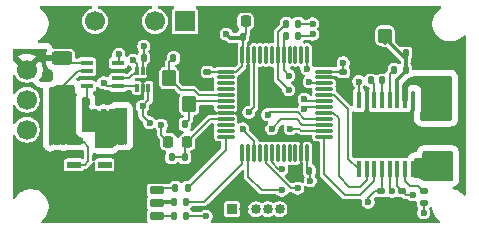
<source format=gbr>
%TF.GenerationSoftware,KiCad,Pcbnew,9.0.4*%
%TF.CreationDate,2025-10-30T10:47:44-04:00*%
%TF.ProjectId,SERVO-ESC,53455256-4f2d-4455-9343-2e6b69636164,rev?*%
%TF.SameCoordinates,Original*%
%TF.FileFunction,Copper,L1,Top*%
%TF.FilePolarity,Positive*%
%FSLAX46Y46*%
G04 Gerber Fmt 4.6, Leading zero omitted, Abs format (unit mm)*
G04 Created by KiCad (PCBNEW 9.0.4) date 2025-10-30 10:47:44*
%MOMM*%
%LPD*%
G01*
G04 APERTURE LIST*
G04 Aperture macros list*
%AMRoundRect*
0 Rectangle with rounded corners*
0 $1 Rounding radius*
0 $2 $3 $4 $5 $6 $7 $8 $9 X,Y pos of 4 corners*
0 Add a 4 corners polygon primitive as box body*
4,1,4,$2,$3,$4,$5,$6,$7,$8,$9,$2,$3,0*
0 Add four circle primitives for the rounded corners*
1,1,$1+$1,$2,$3*
1,1,$1+$1,$4,$5*
1,1,$1+$1,$6,$7*
1,1,$1+$1,$8,$9*
0 Add four rect primitives between the rounded corners*
20,1,$1+$1,$2,$3,$4,$5,0*
20,1,$1+$1,$4,$5,$6,$7,0*
20,1,$1+$1,$6,$7,$8,$9,0*
20,1,$1+$1,$8,$9,$2,$3,0*%
G04 Aperture macros list end*
%TA.AperFunction,SMDPad,CuDef*%
%ADD10RoundRect,0.090000X0.510000X0.210000X-0.510000X0.210000X-0.510000X-0.210000X0.510000X-0.210000X0*%
%TD*%
%TA.AperFunction,SMDPad,CuDef*%
%ADD11RoundRect,0.140000X0.140000X0.170000X-0.140000X0.170000X-0.140000X-0.170000X0.140000X-0.170000X0*%
%TD*%
%TA.AperFunction,ComponentPad*%
%ADD12RoundRect,0.250000X0.350000X0.350000X-0.350000X0.350000X-0.350000X-0.350000X0.350000X-0.350000X0*%
%TD*%
%TA.AperFunction,ComponentPad*%
%ADD13C,1.200000*%
%TD*%
%TA.AperFunction,ComponentPad*%
%ADD14RoundRect,0.250000X-0.550000X-0.550000X0.550000X-0.550000X0.550000X0.550000X-0.550000X0.550000X0*%
%TD*%
%TA.AperFunction,ComponentPad*%
%ADD15R,0.850000X0.850000*%
%TD*%
%TA.AperFunction,ComponentPad*%
%ADD16C,0.850000*%
%TD*%
%TA.AperFunction,SMDPad,CuDef*%
%ADD17RoundRect,0.140000X-0.140000X-0.170000X0.140000X-0.170000X0.140000X0.170000X-0.140000X0.170000X0*%
%TD*%
%TA.AperFunction,SMDPad,CuDef*%
%ADD18RoundRect,0.087500X0.087500X-0.250000X0.087500X0.250000X-0.087500X0.250000X-0.087500X-0.250000X0*%
%TD*%
%TA.AperFunction,SMDPad,CuDef*%
%ADD19R,1.150000X0.600000*%
%TD*%
%TA.AperFunction,SMDPad,CuDef*%
%ADD20RoundRect,0.218750X-0.218750X-0.256250X0.218750X-0.256250X0.218750X0.256250X-0.218750X0.256250X0*%
%TD*%
%TA.AperFunction,SMDPad,CuDef*%
%ADD21RoundRect,0.140000X-0.170000X0.140000X-0.170000X-0.140000X0.170000X-0.140000X0.170000X0.140000X0*%
%TD*%
%TA.AperFunction,ComponentPad*%
%ADD22R,1.700000X1.700000*%
%TD*%
%TA.AperFunction,ComponentPad*%
%ADD23C,1.700000*%
%TD*%
%TA.AperFunction,SMDPad,CuDef*%
%ADD24R,1.050000X0.450000*%
%TD*%
%TA.AperFunction,SMDPad,CuDef*%
%ADD25RoundRect,0.135000X-0.185000X0.135000X-0.185000X-0.135000X0.185000X-0.135000X0.185000X0.135000X0*%
%TD*%
%TA.AperFunction,SMDPad,CuDef*%
%ADD26RoundRect,0.250000X-0.625000X0.312500X-0.625000X-0.312500X0.625000X-0.312500X0.625000X0.312500X0*%
%TD*%
%TA.AperFunction,SMDPad,CuDef*%
%ADD27RoundRect,0.135000X0.135000X0.185000X-0.135000X0.185000X-0.135000X-0.185000X0.135000X-0.185000X0*%
%TD*%
%TA.AperFunction,SMDPad,CuDef*%
%ADD28RoundRect,0.135000X-0.135000X-0.185000X0.135000X-0.185000X0.135000X0.185000X-0.135000X0.185000X0*%
%TD*%
%TA.AperFunction,SMDPad,CuDef*%
%ADD29RoundRect,0.250000X-0.350000X0.450000X-0.350000X-0.450000X0.350000X-0.450000X0.350000X0.450000X0*%
%TD*%
%TA.AperFunction,SMDPad,CuDef*%
%ADD30RoundRect,0.075000X-0.662500X-0.075000X0.662500X-0.075000X0.662500X0.075000X-0.662500X0.075000X0*%
%TD*%
%TA.AperFunction,SMDPad,CuDef*%
%ADD31RoundRect,0.075000X-0.075000X-0.662500X0.075000X-0.662500X0.075000X0.662500X-0.075000X0.662500X0*%
%TD*%
%TA.AperFunction,SMDPad,CuDef*%
%ADD32RoundRect,0.135000X0.185000X-0.135000X0.185000X0.135000X-0.185000X0.135000X-0.185000X-0.135000X0*%
%TD*%
%TA.AperFunction,SMDPad,CuDef*%
%ADD33RoundRect,0.225000X-0.225000X-0.250000X0.225000X-0.250000X0.225000X0.250000X-0.225000X0.250000X0*%
%TD*%
%TA.AperFunction,SMDPad,CuDef*%
%ADD34R,0.450000X1.475000*%
%TD*%
%TA.AperFunction,SMDPad,CuDef*%
%ADD35R,2.310000X2.460000*%
%TD*%
%TA.AperFunction,ViaPad*%
%ADD36C,0.600000*%
%TD*%
%TA.AperFunction,Conductor*%
%ADD37C,0.200000*%
%TD*%
%TA.AperFunction,Conductor*%
%ADD38C,0.300000*%
%TD*%
%TA.AperFunction,Conductor*%
%ADD39C,0.500000*%
%TD*%
G04 APERTURE END LIST*
D10*
%TO.P,RGB,1*%
%TO.N,GND*%
X59200000Y-48900000D03*
%TO.P,RGB,2*%
X59200000Y-47800000D03*
%TO.P,RGB,3*%
X59200000Y-46700000D03*
%TO.P,RGB,4*%
%TO.N,Net-(LED1-Pad4)*%
X62200000Y-48900000D03*
%TO.P,RGB,5*%
%TO.N,Net-(LED1-Pad5)*%
X62200000Y-47800000D03*
%TO.P,RGB,6*%
%TO.N,Net-(LED1-Pad6)*%
X62200000Y-46700000D03*
%TD*%
D11*
%TO.P,C3,2*%
%TO.N,VCP*%
X82320000Y-36500000D03*
%TO.P,C3,1*%
%TO.N,+7V*%
X83280000Y-36500000D03*
%TD*%
D12*
%TO.P,C4,1*%
%TO.N,+7V*%
X81522600Y-33600000D03*
D13*
%TO.P,C4,2*%
%TO.N,GND*%
X80022600Y-33600000D03*
%TD*%
D14*
%TO.P,J6,1,Pin_1*%
%TO.N,HBRIDGE+*%
X85900000Y-44700000D03*
%TD*%
%TO.P,J5,1,Pin_1*%
%TO.N,HBRIDGE-*%
X85800000Y-39400000D03*
%TD*%
D15*
%TO.P,MAG,1,Pin_1*%
%TO.N,+3.3V*%
X68600000Y-48310000D03*
D16*
%TO.P,MAG,2,Pin_2*%
%TO.N,GND*%
X69600000Y-48310000D03*
%TO.P,MAG,3,Pin_3*%
%TO.N,MAG-SCLK*%
X70600000Y-48310000D03*
%TO.P,MAG,4,Pin_4*%
%TO.N,MAG-MISO*%
X71600000Y-48310000D03*
%TO.P,MAG,5,Pin_5*%
%TO.N,MAG-MOSI*%
X72600000Y-48310000D03*
%TD*%
D17*
%TO.P,C14,2*%
%TO.N,GND*%
X62080000Y-35500000D03*
%TO.P,C14,1*%
%TO.N,+3.3V*%
X61120000Y-35500000D03*
%TD*%
D18*
%TO.P,IC2,1,SCL*%
%TO.N,I2C-SCL-1*%
X60500000Y-38012500D03*
%TO.P,IC2,2,GND*%
%TO.N,GND*%
X61000000Y-38012500D03*
%TO.P,IC2,3,ALERT*%
%TO.N,TMP102-INT*%
X61500000Y-38012500D03*
%TO.P,IC2,4,ADD0*%
%TO.N,GND*%
X61500000Y-36587500D03*
%TO.P,IC2,5,V+*%
%TO.N,+3.3V*%
X61000000Y-36587500D03*
%TO.P,IC2,6,SDA*%
%TO.N,I2C-SDA-1*%
X60500000Y-36587500D03*
%TD*%
D11*
%TO.P,C15,1*%
%TO.N,+3.3VA*%
X63467500Y-43900000D03*
%TO.P,C15,2*%
%TO.N,GND*%
X62507500Y-43900000D03*
%TD*%
D19*
%TO.P,IC5,5,VOUT*%
%TO.N,+3.3V*%
X57800000Y-42650000D03*
%TO.P,IC5,4,NC*%
%TO.N,unconnected-(IC5-NC-Pad4)*%
X57800000Y-44550000D03*
%TO.P,IC5,3,EN*%
%TO.N,+7V*%
X55200000Y-44550000D03*
%TO.P,IC5,2,GND*%
%TO.N,GND*%
X55200000Y-43600000D03*
%TO.P,IC5,1,VIN*%
%TO.N,+7V*%
X55200000Y-42650000D03*
%TD*%
D20*
%TO.P,FB1,2*%
%TO.N,+3.3VA*%
X64775000Y-42600000D03*
%TO.P,FB1,1*%
%TO.N,+3.3V*%
X63200000Y-42600000D03*
%TD*%
D21*
%TO.P,C18,1*%
%TO.N,+3.3V*%
X59200000Y-42620000D03*
%TO.P,C18,2*%
%TO.N,GND*%
X59200000Y-43580000D03*
%TD*%
%TO.P,C17,1*%
%TO.N,+7V*%
X53800000Y-42620000D03*
%TO.P,C17,2*%
%TO.N,GND*%
X53800000Y-43580000D03*
%TD*%
D22*
%TO.P,J1,1,Pin_1*%
%TO.N,GND*%
X51200000Y-44110000D03*
D23*
%TO.P,J1,2,Pin_2*%
%TO.N,I2C-SCL-2*%
X51200000Y-41570000D03*
%TO.P,J1,3,Pin_3*%
%TO.N,I2C-SDA-2*%
X51200000Y-39030000D03*
%TO.P,J1,4,Pin_4*%
%TO.N,+SV*%
X51200000Y-36490000D03*
%TD*%
D24*
%TO.P,IC3,8,~{ALERT}*%
%TO.N,INA236-INT*%
X58925000Y-35925000D03*
%TO.P,IC3,7,A0*%
%TO.N,GND*%
X58925000Y-36575000D03*
%TO.P,IC3,6,SDA*%
%TO.N,I2C-SDA-1*%
X58925000Y-37225000D03*
%TO.P,IC3,5,SCL*%
%TO.N,I2C-SCL-1*%
X58925000Y-37875000D03*
%TO.P,IC3,4,VS*%
%TO.N,+3.3V*%
X56275000Y-37875000D03*
%TO.P,IC3,3,GND*%
%TO.N,GND*%
X56275000Y-37225000D03*
%TO.P,IC3,2,IN-*%
%TO.N,+7V*%
X56275000Y-36575000D03*
%TO.P,IC3,1,IN+*%
%TO.N,+SV*%
X56275000Y-35925000D03*
%TD*%
D22*
%TO.P,J2,1,Pin_1*%
%TO.N,SWCLK*%
X64600000Y-32400000D03*
D23*
%TO.P,J2,2,Pin_2*%
%TO.N,SWDIO*%
X62060000Y-32400000D03*
%TO.P,J2,3,Pin_3*%
%TO.N,GND*%
X59520000Y-32400000D03*
%TO.P,J2,4,Pin_4*%
%TO.N,3.3V*%
X56980000Y-32400000D03*
%TD*%
D17*
%TO.P,C12,1*%
%TO.N,+3.3V*%
X56270000Y-39200000D03*
%TO.P,C12,2*%
%TO.N,GND*%
X57230000Y-39200000D03*
%TD*%
D25*
%TO.P,R4,1*%
%TO.N,HBRIDGE-IPROPI*%
X83000000Y-46790000D03*
%TO.P,R4,2*%
%TO.N,GND*%
X83000000Y-47810000D03*
%TD*%
D21*
%TO.P,C10,1*%
%TO.N,+3.3V*%
X78000000Y-36700000D03*
%TO.P,C10,2*%
%TO.N,GND*%
X78000000Y-37660000D03*
%TD*%
D26*
%TO.P,R1,1*%
%TO.N,+SV*%
X54200000Y-35537500D03*
%TO.P,R1,2*%
%TO.N,+7V*%
X54200000Y-38462500D03*
%TD*%
D11*
%TO.P,C6,1*%
%TO.N,HSE-OUT*%
X64580000Y-41100000D03*
%TO.P,C6,2*%
%TO.N,GND*%
X63620000Y-41100000D03*
%TD*%
D17*
%TO.P,C16,1*%
%TO.N,+3.3VA*%
X64557500Y-43900000D03*
%TO.P,C16,2*%
%TO.N,GND*%
X65517500Y-43900000D03*
%TD*%
%TO.P,C2,1*%
%TO.N,+7V*%
X83320000Y-35100000D03*
%TO.P,C2,2*%
%TO.N,GND*%
X84280000Y-35100000D03*
%TD*%
D27*
%TO.P,R8,1*%
%TO.N,+3.3V*%
X74200000Y-33600000D03*
%TO.P,R8,2*%
%TO.N,I2C-SDA-1*%
X73180000Y-33600000D03*
%TD*%
D28*
%TO.P,R7,1*%
%TO.N,Net-(LED1-Pad4)*%
X63680000Y-48900000D03*
%TO.P,R7,2*%
%TO.N,RGB-LED-RED*%
X64700000Y-48900000D03*
%TD*%
D29*
%TO.P,Y1,1,1*%
%TO.N,HSE-IN*%
X63250000Y-37200000D03*
%TO.P,Y1,2,2*%
%TO.N,GND*%
X63250000Y-39400000D03*
%TO.P,Y1,3,3*%
%TO.N,HSE-OUT*%
X64950000Y-39400000D03*
%TO.P,Y1,4,4*%
%TO.N,GND*%
X64950000Y-37200000D03*
%TD*%
D25*
%TO.P,R3,1*%
%TO.N,HBRIDGE-FAULT*%
X81200000Y-46790000D03*
%TO.P,R3,2*%
%TO.N,GND*%
X81200000Y-47810000D03*
%TD*%
D28*
%TO.P,R6,1*%
%TO.N,Net-(LED1-Pad5)*%
X63680000Y-47700000D03*
%TO.P,R6,2*%
%TO.N,RGB-LED-GREEN*%
X64700000Y-47700000D03*
%TD*%
D30*
%TO.P,U1,1,VBAT*%
%TO.N,+3.3V*%
X68037500Y-36650000D03*
%TO.P,U1,2,PC13*%
%TO.N,unconnected-(U1-PC13-Pad2)*%
X68037500Y-37150000D03*
%TO.P,U1,3,PC14*%
%TO.N,unconnected-(U1-PC14-Pad3)*%
X68037500Y-37650000D03*
%TO.P,U1,4,PC15*%
%TO.N,unconnected-(U1-PC15-Pad4)*%
X68037500Y-38150000D03*
%TO.P,U1,5,PF0*%
%TO.N,HSE-IN*%
X68037500Y-38650000D03*
%TO.P,U1,6,PF1*%
%TO.N,HSE-OUT*%
X68037500Y-39150000D03*
%TO.P,U1,7,NRST*%
%TO.N,unconnected-(U1-NRST-Pad7)*%
X68037500Y-39650000D03*
%TO.P,U1,8,VSSA*%
%TO.N,GND*%
X68037500Y-40150000D03*
%TO.P,U1,9,VDDA*%
%TO.N,+3.3VA*%
X68037500Y-40650000D03*
%TO.P,U1,10,PA0*%
%TO.N,unconnected-(U1-PA0-Pad10)*%
X68037500Y-41150000D03*
%TO.P,U1,11,PA1*%
%TO.N,unconnected-(U1-PA1-Pad11)*%
X68037500Y-41650000D03*
%TO.P,U1,12,PA2*%
%TO.N,RGB-LED-BLUE*%
X68037500Y-42150000D03*
D31*
%TO.P,U1,13,PA3*%
%TO.N,RGB-LED-GREEN*%
X69450000Y-43562500D03*
%TO.P,U1,14,PA4*%
%TO.N,HBRIDGE-VREF*%
X69950000Y-43562500D03*
%TO.P,U1,15,PA5*%
%TO.N,RGB-LED-RED*%
X70450000Y-43562500D03*
%TO.P,U1,16,PA6*%
%TO.N,unconnected-(U1-PA6-Pad16)*%
X70950000Y-43562500D03*
%TO.P,U1,17,PA7*%
%TO.N,HBRIDGE-FAULT*%
X71450000Y-43562500D03*
%TO.P,U1,18,PB0*%
%TO.N,HBRIDGE-IPROPI*%
X71950000Y-43562500D03*
%TO.P,U1,19,PB1*%
%TO.N,unconnected-(U1-PB1-Pad19)*%
X72450000Y-43562500D03*
%TO.P,U1,20,PB2*%
%TO.N,unconnected-(U1-PB2-Pad20)*%
X72950000Y-43562500D03*
%TO.P,U1,21,PB10*%
%TO.N,unconnected-(U1-PB10-Pad21)*%
X73450000Y-43562500D03*
%TO.P,U1,22,PB11*%
%TO.N,unconnected-(U1-PB11-Pad22)*%
X73950000Y-43562500D03*
%TO.P,U1,23,VSS*%
%TO.N,GND*%
X74450000Y-43562500D03*
%TO.P,U1,24,VDD*%
%TO.N,+3.3V*%
X74950000Y-43562500D03*
D30*
%TO.P,U1,25,PB12*%
%TO.N,HBRIDGE-SLEEP*%
X76362500Y-42150000D03*
%TO.P,U1,26,PB13*%
%TO.N,MAG-MOSI*%
X76362500Y-41650000D03*
%TO.P,U1,27,PB14*%
%TO.N,MAG-MISO*%
X76362500Y-41150000D03*
%TO.P,U1,28,PB15*%
%TO.N,MAG-SCLK*%
X76362500Y-40650000D03*
%TO.P,U1,29,PA8*%
%TO.N,HBRIDGE-IN2*%
X76362500Y-40150000D03*
%TO.P,U1,30,PA9*%
%TO.N,I2C-SCL-2*%
X76362500Y-39650000D03*
%TO.P,U1,31,PA10*%
%TO.N,I2C-SDA-2*%
X76362500Y-39150000D03*
%TO.P,U1,32,PA11*%
%TO.N,HBRIDGE-IN1*%
X76362500Y-38650000D03*
%TO.P,U1,33,PA12*%
%TO.N,unconnected-(U1-PA12-Pad33)*%
X76362500Y-38150000D03*
%TO.P,U1,34,PA13*%
%TO.N,SWDIO*%
X76362500Y-37650000D03*
%TO.P,U1,35,VSS*%
%TO.N,GND*%
X76362500Y-37150000D03*
%TO.P,U1,36,VDD*%
%TO.N,+3.3V*%
X76362500Y-36650000D03*
D31*
%TO.P,U1,37,PA14*%
%TO.N,SWCLK*%
X74950000Y-35237500D03*
%TO.P,U1,38,PA15*%
%TO.N,unconnected-(U1-PA15-Pad38)*%
X74450000Y-35237500D03*
%TO.P,U1,39,PB3*%
%TO.N,unconnected-(U1-PB3-Pad39)*%
X73950000Y-35237500D03*
%TO.P,U1,40,PB4*%
%TO.N,unconnected-(U1-PB4-Pad40)*%
X73450000Y-35237500D03*
%TO.P,U1,41,PB5*%
%TO.N,I2C-SDA-1*%
X72950000Y-35237500D03*
%TO.P,U1,42,PB6*%
%TO.N,I2C-SCL-1*%
X72450000Y-35237500D03*
%TO.P,U1,43,PB7*%
%TO.N,unconnected-(U1-PB7-Pad43)*%
X71950000Y-35237500D03*
%TO.P,U1,44,BOOT0*%
%TO.N,unconnected-(U1-BOOT0-Pad44)*%
X71450000Y-35237500D03*
%TO.P,U1,45,PB8*%
%TO.N,unconnected-(U1-PB8-Pad45)*%
X70950000Y-35237500D03*
%TO.P,U1,46,PB9*%
%TO.N,TMP102-INT*%
X70450000Y-35237500D03*
%TO.P,U1,47,VSS*%
%TO.N,GND*%
X69950000Y-35237500D03*
%TO.P,U1,48,VDD*%
%TO.N,+3.3V*%
X69450000Y-35237500D03*
%TD*%
D32*
%TO.P,R2,1*%
%TO.N,+3.3V*%
X84800000Y-47810000D03*
%TO.P,R2,2*%
%TO.N,HBRIDGE-IMODE*%
X84800000Y-46790000D03*
%TD*%
D21*
%TO.P,C8,1*%
%TO.N,+3.3V*%
X66500000Y-36670000D03*
%TO.P,C8,2*%
%TO.N,GND*%
X66500000Y-37630000D03*
%TD*%
D27*
%TO.P,R9,1*%
%TO.N,+3.3V*%
X74200000Y-32600000D03*
%TO.P,R9,2*%
%TO.N,I2C-SCL-1*%
X73180000Y-32600000D03*
%TD*%
D17*
%TO.P,C7,1*%
%TO.N,+3.3V*%
X69500000Y-33700000D03*
%TO.P,C7,2*%
%TO.N,GND*%
X70460000Y-33700000D03*
%TD*%
D28*
%TO.P,R5,1*%
%TO.N,Net-(LED1-Pad6)*%
X63790000Y-46500000D03*
%TO.P,R5,2*%
%TO.N,RGB-LED-BLUE*%
X64810000Y-46500000D03*
%TD*%
D11*
%TO.P,C9,1*%
%TO.N,+3.3V*%
X75130000Y-45050000D03*
%TO.P,C9,2*%
%TO.N,GND*%
X74170000Y-45050000D03*
%TD*%
D33*
%TO.P,C11,1*%
%TO.N,+3.3V*%
X69725000Y-32400000D03*
%TO.P,C11,2*%
%TO.N,GND*%
X71275000Y-32400000D03*
%TD*%
D17*
%TO.P,C5,1*%
%TO.N,HSE-IN*%
X63620000Y-35500000D03*
%TO.P,C5,2*%
%TO.N,GND*%
X64580000Y-35500000D03*
%TD*%
%TO.P,C1,1*%
%TO.N,CPL*%
X80320000Y-37400000D03*
%TO.P,C1,2*%
%TO.N,CPH*%
X81280000Y-37400000D03*
%TD*%
D34*
%TO.P,IC1,1,EN/IN1*%
%TO.N,HBRIDGE-IN1*%
X79325000Y-44938000D03*
%TO.P,IC1,2,PH/IN2*%
%TO.N,HBRIDGE-IN2*%
X79975000Y-44938000D03*
%TO.P,IC1,3,NSLEEP*%
%TO.N,HBRIDGE-SLEEP*%
X80625000Y-44938000D03*
%TO.P,IC1,4,NFAULT*%
%TO.N,HBRIDGE-FAULT*%
X81275000Y-44938000D03*
%TO.P,IC1,5,VREF*%
%TO.N,HBRIDGE-VREF*%
X81925000Y-44938000D03*
%TO.P,IC1,6,IPROPI*%
%TO.N,HBRIDGE-IPROPI*%
X82575000Y-44938000D03*
%TO.P,IC1,7,IMODE*%
%TO.N,HBRIDGE-IMODE*%
X83225000Y-44938000D03*
%TO.P,IC1,8,OUT1*%
%TO.N,HBRIDGE+*%
X83875000Y-44938000D03*
%TO.P,IC1,9,PGND*%
%TO.N,GND*%
X83875000Y-39062000D03*
%TO.P,IC1,10,OUT2*%
%TO.N,HBRIDGE-*%
X83225000Y-39062000D03*
%TO.P,IC1,11,VM*%
%TO.N,+7V*%
X82575000Y-39062000D03*
%TO.P,IC1,12,VCP*%
%TO.N,VCP*%
X81925000Y-39062000D03*
%TO.P,IC1,13,CPH*%
%TO.N,CPH*%
X81275000Y-39062000D03*
%TO.P,IC1,14,CPL*%
%TO.N,CPL*%
X80625000Y-39062000D03*
%TO.P,IC1,15,GND*%
%TO.N,GND*%
X79975000Y-39062000D03*
%TO.P,IC1,16,PMODE*%
%TO.N,+3.3V*%
X79325000Y-39062000D03*
D35*
%TO.P,IC1,17,EP*%
%TO.N,GND*%
X81600000Y-42000000D03*
%TD*%
D36*
%TO.N,GND*%
X56400000Y-48600000D03*
X55700000Y-48600000D03*
X55000000Y-48600000D03*
X54300000Y-48600000D03*
X53600000Y-48600000D03*
X56400000Y-47900000D03*
X56400000Y-47200000D03*
X56400000Y-46500000D03*
X55700000Y-47900000D03*
X55000000Y-47900000D03*
X54300000Y-47900000D03*
X53600000Y-47900000D03*
X55700000Y-47200000D03*
X55000000Y-47200000D03*
X54300000Y-47200000D03*
X53600000Y-47200000D03*
X55700000Y-46500000D03*
X55000000Y-46500000D03*
X54300000Y-46500000D03*
X53600000Y-46500000D03*
X78100000Y-33900000D03*
X77500000Y-33900000D03*
X76800000Y-33900000D03*
X78100000Y-33200000D03*
X77500000Y-33200000D03*
X76800000Y-33200000D03*
X78200000Y-32500000D03*
X77500000Y-32500000D03*
X76800000Y-32500000D03*
X78200000Y-31800000D03*
X77500000Y-31800000D03*
X76800000Y-31800000D03*
%TO.N,+3.3V*%
X68100000Y-33500000D03*
%TO.N,TMP102-INT*%
X70000000Y-40100000D03*
X61600000Y-41000000D03*
X61000000Y-39600000D03*
%TO.N,HBRIDGE-FAULT*%
X74124265Y-46524265D03*
%TO.N,HBRIDGE-VREF*%
X72800000Y-46700000D03*
%TO.N,HBRIDGE-IPROPI*%
X72800000Y-44900000D03*
%TO.N,MAG-MISO*%
X71950000Y-41501000D03*
%TO.N,MAG-MOSI*%
X73500000Y-41501000D03*
%TO.N,MAG-SCLK*%
X71600000Y-40300000D03*
%TO.N,+3.3V*%
X75200000Y-45900000D03*
X78000000Y-35900000D03*
X62600000Y-41200000D03*
%TO.N,RGB-LED-RED*%
X69500000Y-41500000D03*
%TO.N,+3.3V*%
X61100000Y-34500000D03*
%TO.N,I2C-SCL-1*%
X73400000Y-38200000D03*
%TO.N,I2C-SDA-1*%
X73400000Y-37000000D03*
%TO.N,I2C-SCL-1*%
X57700000Y-37600000D03*
%TO.N,RGB-LED-RED*%
X66400000Y-48900000D03*
%TO.N,SWCLK*%
X74900000Y-36400000D03*
%TO.N,SWDIO*%
X75100000Y-37500000D03*
%TO.N,I2C-SCL-2*%
X74700000Y-39800003D03*
%TO.N,I2C-SDA-2*%
X74700000Y-39000000D03*
%TO.N,+3.3V*%
X84800000Y-48600000D03*
%TO.N,HBRIDGE-VREF*%
X82100000Y-46800000D03*
%TO.N,HBRIDGE-IPROPI*%
X83900000Y-47100000D03*
%TO.N,+3.3V*%
X75400000Y-33500000D03*
X75400000Y-32600000D03*
X79300000Y-37500000D03*
%TO.N,HBRIDGE-FAULT*%
X80100000Y-47700000D03*
%TO.N,+3.3V*%
X57700000Y-41500000D03*
X59100000Y-41500000D03*
X58400000Y-41500000D03*
X59100000Y-40800000D03*
X58400000Y-40800000D03*
X57700000Y-40800000D03*
X57000000Y-40800000D03*
X56200000Y-40800000D03*
X59100000Y-40100000D03*
X58400000Y-40100000D03*
X57700000Y-40100000D03*
X57000000Y-40100000D03*
X56250000Y-40100000D03*
%TO.N,GND*%
X58100000Y-39200000D03*
%TO.N,+7V*%
X54900000Y-41300000D03*
X54200000Y-41300000D03*
X53500000Y-41300000D03*
X54900000Y-40600000D03*
X54200000Y-40600000D03*
X53500000Y-40600000D03*
X54900000Y-39900000D03*
X54200000Y-39900000D03*
X53500000Y-39900000D03*
%TO.N,GND*%
X57500000Y-36700000D03*
%TO.N,I2C-SDA-1*%
X60200000Y-35700000D03*
%TO.N,INA236-INT*%
X59000000Y-35200000D03*
%TD*%
D37*
%TO.N,HSE-IN*%
X64251000Y-38201000D02*
X63250000Y-37200000D01*
X65786160Y-38650000D02*
X65337160Y-38201000D01*
X65337160Y-38201000D02*
X64251000Y-38201000D01*
X68037500Y-38650000D02*
X65786160Y-38650000D01*
%TO.N,MAG-SCLK*%
X74700054Y-40650000D02*
X76362500Y-40650000D01*
X74150054Y-40100000D02*
X74700054Y-40650000D01*
X71800000Y-40100000D02*
X74150054Y-40100000D01*
X71600000Y-40300000D02*
X71800000Y-40100000D01*
%TO.N,Net-(LED1-Pad4)*%
X63680000Y-48900000D02*
X62200000Y-48900000D01*
%TO.N,Net-(LED1-Pad6)*%
X62400000Y-46500000D02*
X62200000Y-46700000D01*
X63790000Y-46500000D02*
X62400000Y-46500000D01*
%TO.N,RGB-LED-BLUE*%
X68037500Y-43272500D02*
X68037500Y-42150000D01*
X64810000Y-46500000D02*
X68037500Y-43272500D01*
D38*
%TO.N,Net-(LED1-Pad5)*%
X62300000Y-47700000D02*
X62200000Y-47800000D01*
X63680000Y-47700000D02*
X62300000Y-47700000D01*
%TO.N,+3.3V*%
X69400000Y-33800000D02*
X69500000Y-33700000D01*
X68400000Y-33800000D02*
X69400000Y-33800000D01*
X68100000Y-33500000D02*
X68400000Y-33800000D01*
%TO.N,HBRIDGE-*%
X85800000Y-38100000D02*
X85800000Y-39400000D01*
X85100000Y-37400000D02*
X85800000Y-38100000D01*
X83700000Y-37400000D02*
X85100000Y-37400000D01*
D39*
X83225000Y-37875000D02*
X83700000Y-37400000D01*
X83225000Y-39062000D02*
X83225000Y-37875000D01*
D37*
%TO.N,TMP102-INT*%
X70450000Y-39650000D02*
X70000000Y-40100000D01*
X70450000Y-35237500D02*
X70450000Y-39650000D01*
X61000000Y-40400000D02*
X61600000Y-41000000D01*
X61000000Y-39600000D02*
X61000000Y-40400000D01*
X61500000Y-39100000D02*
X61000000Y-39600000D01*
X61500000Y-38012500D02*
X61500000Y-39100000D01*
%TO.N,+3.3V*%
X62600000Y-42000000D02*
X63200000Y-42600000D01*
X62600000Y-41200000D02*
X62600000Y-42000000D01*
%TO.N,MAG-MOSI*%
X74450000Y-41650000D02*
X76362500Y-41650000D01*
X74301000Y-41501000D02*
X74450000Y-41650000D01*
X73500000Y-41501000D02*
X74301000Y-41501000D01*
%TO.N,MAG-MISO*%
X74517100Y-41150000D02*
X76362500Y-41150000D01*
X74067100Y-40700000D02*
X74517100Y-41150000D01*
X72751000Y-40700000D02*
X74067100Y-40700000D01*
X71950000Y-41501000D02*
X72751000Y-40700000D01*
%TO.N,I2C-SCL-1*%
X73400000Y-38200000D02*
X72450000Y-37250000D01*
X72450000Y-37250000D02*
X72450000Y-35237500D01*
%TO.N,+3.3V*%
X84800000Y-48600000D02*
X84800000Y-47810000D01*
%TO.N,HBRIDGE-FAULT*%
X73557165Y-46524265D02*
X74124265Y-46524265D01*
X71450000Y-44417100D02*
X73557165Y-46524265D01*
X71450000Y-43562500D02*
X71450000Y-44417100D01*
%TO.N,HBRIDGE-VREF*%
X69950000Y-45550000D02*
X69950000Y-43562500D01*
X71100000Y-46700000D02*
X69950000Y-45550000D01*
X72800000Y-46700000D02*
X71100000Y-46700000D01*
%TO.N,HBRIDGE-FAULT*%
X80100000Y-47350000D02*
X80660000Y-46790000D01*
X80100000Y-47700000D02*
X80100000Y-47350000D01*
X80660000Y-46790000D02*
X81200000Y-46790000D01*
%TO.N,HBRIDGE-IPROPI*%
X72500000Y-44900000D02*
X72800000Y-44900000D01*
X71950000Y-44350000D02*
X72500000Y-44900000D01*
X71950000Y-43562500D02*
X71950000Y-44350000D01*
%TO.N,RGB-LED-RED*%
X70450000Y-42550000D02*
X70450000Y-43562500D01*
X69500000Y-41600000D02*
X70450000Y-42550000D01*
X69500000Y-41500000D02*
X69500000Y-41600000D01*
%TO.N,HBRIDGE-IN2*%
X79975000Y-45852500D02*
X79975000Y-44938000D01*
X79427500Y-46400000D02*
X79975000Y-45852500D01*
X77133824Y-40150000D02*
X77600000Y-40616176D01*
X77600000Y-45500000D02*
X78500000Y-46400000D01*
X78500000Y-46400000D02*
X79427500Y-46400000D01*
X76362500Y-40150000D02*
X77133824Y-40150000D01*
X77600000Y-40616176D02*
X77600000Y-45500000D01*
%TO.N,HBRIDGE-IPROPI*%
X83310000Y-47100000D02*
X83000000Y-46790000D01*
X83900000Y-47100000D02*
X83310000Y-47100000D01*
X82575000Y-46365000D02*
X83000000Y-46790000D01*
X82575000Y-44938000D02*
X82575000Y-46365000D01*
%TO.N,HBRIDGE-IMODE*%
X84310000Y-46300000D02*
X84800000Y-46790000D01*
X83649500Y-46300000D02*
X84310000Y-46300000D01*
X83225000Y-45875500D02*
X83649500Y-46300000D01*
X83225000Y-44938000D02*
X83225000Y-45875500D01*
%TO.N,+3.3V*%
X75200000Y-45120000D02*
X75130000Y-45050000D01*
X75200000Y-45900000D02*
X75200000Y-45120000D01*
%TO.N,HBRIDGE-SLEEP*%
X79400000Y-47100000D02*
X78132900Y-47100000D01*
X79500000Y-47000000D02*
X79400000Y-47100000D01*
X79500500Y-47000000D02*
X79500000Y-47000000D01*
X76362500Y-45329600D02*
X76362500Y-42150000D01*
X80625000Y-45875500D02*
X79500500Y-47000000D01*
X80625000Y-44938000D02*
X80625000Y-45875500D01*
X78132900Y-47100000D02*
X76362500Y-45329600D01*
%TO.N,+3.3V*%
X78000000Y-36700000D02*
X78000000Y-35900000D01*
X61100000Y-35480000D02*
X61120000Y-35500000D01*
X61100000Y-34500000D02*
X61100000Y-35480000D01*
%TO.N,I2C-SDA-1*%
X72950000Y-36550000D02*
X73400000Y-37000000D01*
X72950000Y-35237500D02*
X72950000Y-36550000D01*
%TO.N,I2C-SCL-1*%
X57975000Y-37875000D02*
X58925000Y-37875000D01*
X57700000Y-37600000D02*
X57975000Y-37875000D01*
%TO.N,GND*%
X57500000Y-36700000D02*
X56975000Y-37225000D01*
X58223000Y-36575000D02*
X58925000Y-36575000D01*
X57500000Y-36700000D02*
X58098000Y-36700000D01*
X58098000Y-36700000D02*
X58223000Y-36575000D01*
X56975000Y-37225000D02*
X56275000Y-37225000D01*
%TO.N,RGB-LED-RED*%
X66400000Y-48900000D02*
X64700000Y-48900000D01*
%TO.N,SWDIO*%
X75250000Y-37650000D02*
X76362500Y-37650000D01*
X75100000Y-37500000D02*
X75250000Y-37650000D01*
%TO.N,SWCLK*%
X74900000Y-35287500D02*
X74950000Y-35237500D01*
X74900000Y-36400000D02*
X74900000Y-35287500D01*
%TO.N,I2C-SCL-2*%
X76362500Y-39650000D02*
X74850003Y-39650000D01*
X74850003Y-39650000D02*
X74700000Y-39800003D01*
%TO.N,I2C-SDA-2*%
X74850000Y-39150000D02*
X74700000Y-39000000D01*
X76362500Y-39150000D02*
X74850000Y-39150000D01*
%TO.N,+3.3V*%
X74950000Y-43562500D02*
X74950000Y-44870000D01*
X74950000Y-44870000D02*
X75130000Y-45050000D01*
%TO.N,GND*%
X74450000Y-44770000D02*
X74170000Y-45050000D01*
X74450000Y-43562500D02*
X74450000Y-44770000D01*
%TO.N,HBRIDGE-VREF*%
X81925000Y-46625000D02*
X82100000Y-46800000D01*
X81925000Y-44938000D02*
X81925000Y-46625000D01*
%TO.N,+3.3V*%
X75300000Y-33600000D02*
X75400000Y-33500000D01*
X74200000Y-33600000D02*
X75300000Y-33600000D01*
X74200000Y-32600000D02*
X75400000Y-32600000D01*
%TO.N,I2C-SCL-1*%
X72450000Y-33330000D02*
X73180000Y-32600000D01*
X72450000Y-35237500D02*
X72450000Y-33330000D01*
%TO.N,I2C-SDA-1*%
X72950000Y-33830000D02*
X73180000Y-33600000D01*
X72950000Y-35237500D02*
X72950000Y-33830000D01*
%TO.N,HBRIDGE-IN1*%
X78400000Y-39800000D02*
X78400000Y-44013000D01*
X78400000Y-44013000D02*
X79325000Y-44938000D01*
X77250000Y-38650000D02*
X78400000Y-39800000D01*
X76362500Y-38650000D02*
X77250000Y-38650000D01*
%TO.N,+3.3V*%
X79300000Y-39037000D02*
X79325000Y-39062000D01*
X79300000Y-37500000D02*
X79300000Y-39037000D01*
%TO.N,CPH*%
X81275000Y-37405000D02*
X81280000Y-37400000D01*
X81275000Y-39062000D02*
X81275000Y-37405000D01*
%TO.N,CPL*%
X80625000Y-37705000D02*
X80625000Y-39062000D01*
X80320000Y-37400000D02*
X80625000Y-37705000D01*
%TO.N,HBRIDGE-FAULT*%
X81275000Y-46715000D02*
X81200000Y-46790000D01*
X81275000Y-44938000D02*
X81275000Y-46715000D01*
%TO.N,HSE-OUT*%
X65200000Y-39150000D02*
X68037500Y-39150000D01*
X64950000Y-39400000D02*
X65200000Y-39150000D01*
%TO.N,HBRIDGE-VREF*%
X70000000Y-43512500D02*
X69950000Y-43562500D01*
%TO.N,+3.3VA*%
X66725000Y-40650000D02*
X64775000Y-42600000D01*
X68037500Y-40650000D02*
X66725000Y-40650000D01*
%TO.N,+3.3V*%
X69450000Y-36150000D02*
X69450000Y-35237500D01*
X68950000Y-36650000D02*
X69450000Y-36150000D01*
X68037500Y-36650000D02*
X68950000Y-36650000D01*
X68017500Y-36670000D02*
X68037500Y-36650000D01*
X66500000Y-36670000D02*
X68017500Y-36670000D01*
%TO.N,GND*%
X64950000Y-35870000D02*
X64580000Y-35500000D01*
X64950000Y-37200000D02*
X64950000Y-35870000D01*
X63250000Y-40730000D02*
X63620000Y-41100000D01*
X63250000Y-39400000D02*
X63250000Y-40730000D01*
X57230000Y-39200000D02*
X58100000Y-39200000D01*
%TO.N,+3.3V*%
X56270000Y-37880000D02*
X56275000Y-37875000D01*
X56270000Y-39200000D02*
X56270000Y-37880000D01*
%TO.N,+3.3VA*%
X63467500Y-43900000D02*
X64557500Y-43900000D01*
X64557500Y-42817500D02*
X64775000Y-42600000D01*
X64557500Y-43900000D02*
X64557500Y-42817500D01*
%TO.N,GND*%
X77420000Y-37150000D02*
X77900000Y-37630000D01*
X76362500Y-37150000D02*
X77420000Y-37150000D01*
%TO.N,+3.3V*%
X77880000Y-36650000D02*
X77900000Y-36670000D01*
X76362500Y-36650000D02*
X77880000Y-36650000D01*
%TO.N,GND*%
X70460000Y-33215000D02*
X71275000Y-32400000D01*
X70460000Y-33700000D02*
X70460000Y-33215000D01*
X69950000Y-35237500D02*
X69950000Y-34210000D01*
X69950000Y-34210000D02*
X70460000Y-33700000D01*
%TO.N,+3.3V*%
X69500000Y-33700000D02*
X69500000Y-35187500D01*
X69500000Y-35187500D02*
X69450000Y-35237500D01*
%TO.N,GND*%
X61500000Y-36080000D02*
X62080000Y-35500000D01*
X61500000Y-36587500D02*
X61500000Y-36080000D01*
%TO.N,+3.3V*%
X61000000Y-35620000D02*
X61000000Y-36587500D01*
X61120000Y-35500000D02*
X61000000Y-35620000D01*
%TO.N,I2C-SDA-1*%
X60500000Y-36000000D02*
X60200000Y-35700000D01*
X60500000Y-36587500D02*
X60500000Y-36000000D01*
%TO.N,INA236-INT*%
X59000000Y-35850000D02*
X58925000Y-35925000D01*
X59000000Y-35200000D02*
X59000000Y-35850000D01*
%TO.N,+3.3V*%
X59170000Y-42650000D02*
X59200000Y-42620000D01*
X57800000Y-42650000D02*
X59170000Y-42650000D01*
%TO.N,GND*%
X55200000Y-43600000D02*
X53820000Y-43600000D01*
X53820000Y-43600000D02*
X53800000Y-43580000D01*
%TO.N,+7V*%
X56400000Y-44262500D02*
X56112500Y-44550000D01*
X56400000Y-43000000D02*
X56400000Y-44262500D01*
X56050000Y-42650000D02*
X56400000Y-43000000D01*
X56112500Y-44550000D02*
X55200000Y-44550000D01*
X55200000Y-42650000D02*
X56050000Y-42650000D01*
%TO.N,HSE-OUT*%
X64950000Y-40730000D02*
X64580000Y-41100000D01*
X64950000Y-39400000D02*
X64950000Y-40730000D01*
%TO.N,HSE-IN*%
X63250000Y-37200000D02*
X63250000Y-35870000D01*
X63250000Y-35870000D02*
X63620000Y-35500000D01*
%TO.N,I2C-SDA-1*%
X59862500Y-37225000D02*
X60500000Y-36587500D01*
X58925000Y-37225000D02*
X59862500Y-37225000D01*
%TO.N,I2C-SCL-1*%
X60362500Y-37875000D02*
X60500000Y-38012500D01*
X58925000Y-37875000D02*
X60362500Y-37875000D01*
%TO.N,+SV*%
X54587500Y-35925000D02*
X54200000Y-35537500D01*
X56275000Y-35925000D02*
X54587500Y-35925000D01*
%TO.N,+7V*%
X54200000Y-37925000D02*
X54200000Y-38462500D01*
X56275000Y-36575000D02*
X55550000Y-36575000D01*
X55550000Y-36575000D02*
X54200000Y-37925000D01*
%TO.N,RGB-LED-GREEN*%
X69450000Y-43562500D02*
X69450000Y-44450000D01*
X69450000Y-44450000D02*
X66200000Y-47700000D01*
X66200000Y-47700000D02*
X64700000Y-47700000D01*
%TO.N,GND*%
X61500000Y-37100000D02*
X61500000Y-36587500D01*
X61000000Y-38012500D02*
X61000000Y-37600000D01*
X61000000Y-37600000D02*
X61500000Y-37100000D01*
D38*
%TO.N,+7V*%
X82575000Y-37325000D02*
X82575000Y-39062000D01*
X83280000Y-36620000D02*
X82575000Y-37325000D01*
D37*
%TO.N,VCP*%
X81925000Y-36895000D02*
X82320000Y-36500000D01*
X81925000Y-39062000D02*
X81925000Y-36895000D01*
D38*
%TO.N,+7V*%
X83320000Y-35400000D02*
X83280000Y-35440000D01*
X83280000Y-35440000D02*
X83280000Y-36620000D01*
X83320000Y-35620000D02*
X81522600Y-33822600D01*
X83320000Y-35700000D02*
X83320000Y-35620000D01*
X81522600Y-33822600D02*
X81522600Y-33600000D01*
X83280000Y-35740000D02*
X83320000Y-35700000D01*
X81522600Y-33600000D02*
X81522600Y-34200000D01*
D37*
%TO.N,+3.3V*%
X69725000Y-32400000D02*
X69725000Y-33475000D01*
X69725000Y-33475000D02*
X69500000Y-33700000D01*
%TD*%
%TA.AperFunction,Conductor*%
%TO.N,HBRIDGE+*%
G36*
X87243039Y-43419685D02*
G01*
X87288794Y-43472489D01*
X87300000Y-43524000D01*
X87300000Y-45776000D01*
X87280315Y-45843039D01*
X87227511Y-45888794D01*
X87176000Y-45900000D01*
X84810598Y-45900000D01*
X84743559Y-45880315D01*
X84738142Y-45876628D01*
X84730005Y-45870769D01*
X84678716Y-45819480D01*
X84583485Y-45764499D01*
X84578092Y-45761385D01*
X84578089Y-45761383D01*
X84541783Y-45740422D01*
X84478151Y-45723372D01*
X84389057Y-45699499D01*
X84230943Y-45699499D01*
X84223347Y-45699499D01*
X84223331Y-45699500D01*
X84074500Y-45699500D01*
X84007461Y-45679815D01*
X83961706Y-45627011D01*
X83950500Y-45575500D01*
X83950499Y-44152629D01*
X83950498Y-44152612D01*
X83948847Y-44137256D01*
X83961252Y-44068496D01*
X84008862Y-44017359D01*
X84072136Y-44000000D01*
X84700000Y-44000000D01*
X84700000Y-43524000D01*
X84719685Y-43456961D01*
X84772489Y-43411206D01*
X84824000Y-43400000D01*
X87176000Y-43400000D01*
X87243039Y-43419685D01*
G37*
%TD.AperFunction*%
%TD*%
%TA.AperFunction,Conductor*%
%TO.N,+3.3V*%
G36*
X56395406Y-38819685D02*
G01*
X56441161Y-38872489D01*
X56451985Y-38933727D01*
X56449500Y-38965299D01*
X56449500Y-39434697D01*
X56452356Y-39470991D01*
X56452357Y-39470997D01*
X56497504Y-39626390D01*
X56497505Y-39626393D01*
X56579881Y-39765684D01*
X56579887Y-39765692D01*
X56694307Y-39880112D01*
X56694311Y-39880115D01*
X56694313Y-39880117D01*
X56833605Y-39962494D01*
X56858532Y-39969736D01*
X56989002Y-40007642D01*
X56989005Y-40007642D01*
X56989007Y-40007643D01*
X57025310Y-40010500D01*
X57025318Y-40010500D01*
X57434682Y-40010500D01*
X57434690Y-40010500D01*
X57470993Y-40007643D01*
X57470995Y-40007642D01*
X57470997Y-40007642D01*
X57511975Y-39995736D01*
X57626395Y-39962494D01*
X57664762Y-39939803D01*
X57732483Y-39922620D01*
X57775332Y-39931973D01*
X57866503Y-39969737D01*
X58021153Y-40000499D01*
X58021156Y-40000500D01*
X58021158Y-40000500D01*
X58178844Y-40000500D01*
X58178845Y-40000499D01*
X58333497Y-39969737D01*
X58479179Y-39909394D01*
X58610289Y-39821789D01*
X58610292Y-39821786D01*
X58695760Y-39736319D01*
X58757083Y-39702834D01*
X58783441Y-39700000D01*
X59576000Y-39700000D01*
X59643039Y-39719685D01*
X59688794Y-39772489D01*
X59700000Y-39824000D01*
X59700000Y-42703737D01*
X59680315Y-42770776D01*
X59627511Y-42816531D01*
X59558353Y-42826475D01*
X59541405Y-42822813D01*
X59470997Y-42802357D01*
X59470991Y-42802356D01*
X59434697Y-42799500D01*
X59434690Y-42799500D01*
X58965310Y-42799500D01*
X58965302Y-42799500D01*
X58929008Y-42802356D01*
X58929002Y-42802357D01*
X58773609Y-42847504D01*
X58773606Y-42847505D01*
X58634315Y-42929881D01*
X58634307Y-42929887D01*
X58519887Y-43044307D01*
X58515103Y-43050476D01*
X58512750Y-43048651D01*
X58471868Y-43086813D01*
X58416221Y-43100000D01*
X57124501Y-43100000D01*
X57057462Y-43080315D01*
X57011707Y-43027511D01*
X57000501Y-42976000D01*
X57000501Y-42920944D01*
X56980823Y-42847506D01*
X56959577Y-42768216D01*
X56959575Y-42768213D01*
X56959574Y-42768208D01*
X56959438Y-42767879D01*
X56959299Y-42767181D01*
X56957473Y-42760366D01*
X56957919Y-42760246D01*
X56950000Y-42720430D01*
X56950000Y-41750000D01*
X55974000Y-41750000D01*
X55906961Y-41730315D01*
X55861206Y-41677511D01*
X55850000Y-41626000D01*
X55850000Y-38924000D01*
X55869685Y-38856961D01*
X55922489Y-38811206D01*
X55974000Y-38800000D01*
X56328367Y-38800000D01*
X56395406Y-38819685D01*
G37*
%TD.AperFunction*%
%TD*%
%TA.AperFunction,Conductor*%
%TO.N,+7V*%
G36*
X55192539Y-37819685D02*
G01*
X55238294Y-37872489D01*
X55249500Y-37923999D01*
X55249500Y-38147869D01*
X55249501Y-38147876D01*
X55255908Y-38207483D01*
X55306202Y-38342328D01*
X55306206Y-38342335D01*
X55375358Y-38434709D01*
X55392454Y-38457546D01*
X55394119Y-38458792D01*
X55395365Y-38460457D01*
X55398725Y-38463817D01*
X55398241Y-38464300D01*
X55435989Y-38514725D01*
X55440973Y-38584417D01*
X55432601Y-38609570D01*
X55384664Y-38714534D01*
X55367319Y-38773605D01*
X55364977Y-38781580D01*
X55364976Y-38781584D01*
X55344500Y-38924000D01*
X55344500Y-41626000D01*
X55344501Y-41626009D01*
X55356052Y-41733450D01*
X55356054Y-41733462D01*
X55367260Y-41784972D01*
X55401383Y-41887497D01*
X55401386Y-41887503D01*
X55479171Y-42008537D01*
X55479179Y-42008548D01*
X55524923Y-42061340D01*
X55524926Y-42061343D01*
X55524930Y-42061347D01*
X55633664Y-42155567D01*
X55764541Y-42215338D01*
X55824075Y-42232819D01*
X55831583Y-42235024D01*
X55840289Y-42236275D01*
X55893647Y-42243947D01*
X55957201Y-42272970D01*
X55994976Y-42331747D01*
X56000000Y-42366684D01*
X56000000Y-42680497D01*
X55980315Y-42747536D01*
X55927511Y-42793291D01*
X55862747Y-42803787D01*
X55858655Y-42803347D01*
X55822873Y-42799500D01*
X55822867Y-42799500D01*
X54577129Y-42799500D01*
X54577123Y-42799501D01*
X54517516Y-42805908D01*
X54382671Y-42856202D01*
X54374886Y-42860454D01*
X54373637Y-42858167D01*
X54320932Y-42877817D01*
X54252661Y-42862955D01*
X54248985Y-42860865D01*
X54226395Y-42847506D01*
X54226390Y-42847504D01*
X54070997Y-42802357D01*
X54070991Y-42802356D01*
X54034697Y-42799500D01*
X54034690Y-42799500D01*
X53565310Y-42799500D01*
X53565302Y-42799500D01*
X53529008Y-42802356D01*
X53529002Y-42802357D01*
X53373609Y-42847504D01*
X53373606Y-42847505D01*
X53287121Y-42898652D01*
X53219396Y-42915835D01*
X53153134Y-42893675D01*
X53109371Y-42839208D01*
X53100000Y-42791920D01*
X53100000Y-38122695D01*
X53100013Y-38122647D01*
X53100000Y-38122600D01*
X53109936Y-38088854D01*
X53119685Y-38055656D01*
X53119721Y-38055624D01*
X53119736Y-38055576D01*
X53146639Y-38032299D01*
X53172489Y-38009901D01*
X53172549Y-38009883D01*
X53172575Y-38009861D01*
X53173817Y-38009511D01*
X53206447Y-37999944D01*
X53250469Y-37993648D01*
X53250580Y-37994557D01*
X53274017Y-37991711D01*
X53274082Y-37991703D01*
X53285334Y-37988663D01*
X53292812Y-37987594D01*
X53292900Y-37987606D01*
X53293295Y-37987526D01*
X53301987Y-37986318D01*
X53327574Y-37979061D01*
X53327573Y-37979059D01*
X53369457Y-37967181D01*
X53379242Y-37963302D01*
X53412986Y-37954190D01*
X53421331Y-37950597D01*
X53453742Y-37933738D01*
X53463288Y-37929278D01*
X53467553Y-37927501D01*
X53479097Y-37923677D01*
X53519860Y-37908188D01*
X53524797Y-37906064D01*
X53529965Y-37903806D01*
X53532452Y-37902703D01*
X53537565Y-37900402D01*
X53546648Y-37894562D01*
X53550403Y-37892999D01*
X53578972Y-37877169D01*
X53578973Y-37877170D01*
X53600128Y-37865448D01*
X53664365Y-37821590D01*
X53730830Y-37800048D01*
X53734282Y-37800000D01*
X55125500Y-37800000D01*
X55192539Y-37819685D01*
G37*
%TD.AperFunction*%
%TD*%
%TA.AperFunction,Conductor*%
%TO.N,GND*%
G36*
X50205703Y-36982692D02*
G01*
X50234985Y-37020111D01*
X50258766Y-37066786D01*
X50288583Y-37107825D01*
X50360586Y-37206928D01*
X50483072Y-37329414D01*
X50623212Y-37431232D01*
X50777555Y-37509873D01*
X50942299Y-37563402D01*
X51113389Y-37590500D01*
X51113390Y-37590500D01*
X51286610Y-37590500D01*
X51286611Y-37590500D01*
X51457701Y-37563402D01*
X51622445Y-37509873D01*
X51622464Y-37509862D01*
X51624808Y-37508893D01*
X51625783Y-37508788D01*
X51627079Y-37508367D01*
X51627167Y-37508639D01*
X51694276Y-37501417D01*
X51756759Y-37532685D01*
X51791249Y-37588512D01*
X51805635Y-37637504D01*
X51818049Y-37656820D01*
X51883419Y-37758537D01*
X51883427Y-37758548D01*
X51929171Y-37811340D01*
X51929174Y-37811343D01*
X51929178Y-37811347D01*
X52037912Y-37905567D01*
X52037915Y-37905568D01*
X52037916Y-37905569D01*
X52158195Y-37960500D01*
X52168789Y-37965338D01*
X52235828Y-37985023D01*
X52235832Y-37985024D01*
X52378248Y-38005500D01*
X52470500Y-38005500D01*
X52537539Y-38025185D01*
X52583294Y-38077989D01*
X52594500Y-38129500D01*
X52594500Y-42791918D01*
X52604141Y-42890173D01*
X52604142Y-42890176D01*
X52604143Y-42890183D01*
X52612958Y-42934664D01*
X52613516Y-42937480D01*
X52642070Y-43031977D01*
X52642071Y-43031979D01*
X52642072Y-43031981D01*
X52649223Y-43044073D01*
X52715313Y-43155831D01*
X52759059Y-43210277D01*
X52759070Y-43210289D01*
X52759073Y-43210291D01*
X52759074Y-43210293D01*
X52759075Y-43210294D01*
X52864239Y-43308488D01*
X52864241Y-43308489D01*
X52864241Y-43308490D01*
X52989350Y-43371339D01*
X52992808Y-43373076D01*
X53059070Y-43395236D01*
X53059076Y-43395238D01*
X53200634Y-43420987D01*
X53343711Y-43405810D01*
X53411436Y-43388627D01*
X53544441Y-43333757D01*
X53562482Y-43323087D01*
X53591023Y-43310739D01*
X53593856Y-43309917D01*
X53628427Y-43305000D01*
X53971570Y-43305000D01*
X54006165Y-43309924D01*
X54024036Y-43315116D01*
X54060980Y-43325849D01*
X54069708Y-43328741D01*
X54145136Y-43356887D01*
X54211617Y-43371359D01*
X54213020Y-43371687D01*
X54213410Y-43371750D01*
X54213411Y-43371750D01*
X54213415Y-43371751D01*
X54356927Y-43382034D01*
X54497523Y-43351468D01*
X54509518Y-43346995D01*
X54511023Y-43346446D01*
X54559097Y-43329226D01*
X54559323Y-43329831D01*
X54605674Y-43312543D01*
X54606456Y-43312263D01*
X54608758Y-43312128D01*
X54648270Y-43305000D01*
X55789133Y-43305000D01*
X55802381Y-43305710D01*
X55805233Y-43306016D01*
X55808718Y-43306391D01*
X55808728Y-43306390D01*
X55808735Y-43306391D01*
X55861554Y-43304975D01*
X55922178Y-43303350D01*
X55989720Y-43321230D01*
X56036873Y-43372789D01*
X56049500Y-43427305D01*
X56049500Y-43901671D01*
X56029815Y-43968710D01*
X55977011Y-44014465D01*
X55907853Y-44024409D01*
X55878046Y-44016232D01*
X55872735Y-44014032D01*
X55799677Y-43999500D01*
X55799674Y-43999500D01*
X54600326Y-43999500D01*
X54600323Y-43999500D01*
X54527264Y-44014032D01*
X54527260Y-44014033D01*
X54444399Y-44069399D01*
X54389033Y-44152260D01*
X54389032Y-44152264D01*
X54374500Y-44225321D01*
X54374500Y-44874678D01*
X54389032Y-44947735D01*
X54389033Y-44947739D01*
X54389034Y-44947740D01*
X54444399Y-45030601D01*
X54527260Y-45085966D01*
X54527264Y-45085967D01*
X54600321Y-45100499D01*
X54600324Y-45100500D01*
X54600326Y-45100500D01*
X55799676Y-45100500D01*
X55799677Y-45100499D01*
X55872740Y-45085966D01*
X55955601Y-45030601D01*
X55987282Y-44983186D01*
X56005709Y-44955609D01*
X56059321Y-44910804D01*
X56083594Y-44903091D01*
X56096069Y-44900500D01*
X56158644Y-44900500D01*
X56247788Y-44876614D01*
X56251148Y-44874674D01*
X56327712Y-44830470D01*
X56680469Y-44477712D01*
X56726614Y-44397788D01*
X56730725Y-44382442D01*
X56767090Y-44322783D01*
X56829937Y-44292254D01*
X56899312Y-44300549D01*
X56953190Y-44345034D01*
X56974465Y-44411586D01*
X56974500Y-44414537D01*
X56974500Y-44874678D01*
X56989032Y-44947735D01*
X56989033Y-44947739D01*
X56989034Y-44947740D01*
X57044399Y-45030601D01*
X57127260Y-45085966D01*
X57127264Y-45085967D01*
X57200321Y-45100499D01*
X57200324Y-45100500D01*
X57200326Y-45100500D01*
X58399676Y-45100500D01*
X58399677Y-45100499D01*
X58472740Y-45085966D01*
X58555601Y-45030601D01*
X58610966Y-44947740D01*
X58625500Y-44874674D01*
X58625500Y-44225326D01*
X58625500Y-44225323D01*
X58625499Y-44225321D01*
X58610967Y-44152264D01*
X58610966Y-44152260D01*
X58591673Y-44123386D01*
X58555601Y-44069399D01*
X58476030Y-44016232D01*
X58472739Y-44014033D01*
X58472735Y-44014032D01*
X58399677Y-43999500D01*
X58399674Y-43999500D01*
X57200326Y-43999500D01*
X57200323Y-43999500D01*
X57127264Y-44014032D01*
X57127260Y-44014033D01*
X57044399Y-44069399D01*
X56982249Y-44162415D01*
X56981322Y-44161796D01*
X56945219Y-44206598D01*
X56878924Y-44228662D01*
X56811225Y-44211382D01*
X56763615Y-44160244D01*
X56750500Y-44104741D01*
X56750500Y-43682560D01*
X56770185Y-43615521D01*
X56822989Y-43569766D01*
X56892147Y-43559822D01*
X56910658Y-43564552D01*
X56910794Y-43564090D01*
X56915038Y-43565336D01*
X56915042Y-43565338D01*
X56982081Y-43585023D01*
X56982085Y-43585024D01*
X57124501Y-43605500D01*
X57124504Y-43605500D01*
X58416221Y-43605500D01*
X58532784Y-43591877D01*
X58588431Y-43578690D01*
X58698727Y-43538549D01*
X58816806Y-43456337D01*
X58857688Y-43418175D01*
X58857496Y-43417970D01*
X58875944Y-43400364D01*
X58877329Y-43401749D01*
X58936522Y-43342554D01*
X58937592Y-43341534D01*
X58939192Y-43340707D01*
X58960052Y-43324524D01*
X58962455Y-43323102D01*
X58991029Y-43310737D01*
X58993869Y-43309912D01*
X59028427Y-43305000D01*
X59372122Y-43305000D01*
X59402537Y-43308788D01*
X59406999Y-43309917D01*
X59434644Y-43316911D01*
X59451592Y-43320573D01*
X59486417Y-43326830D01*
X59630297Y-43326829D01*
X59699455Y-43316885D01*
X59837504Y-43276350D01*
X59958543Y-43198562D01*
X60011347Y-43152807D01*
X60105567Y-43044073D01*
X60165338Y-42913196D01*
X60185023Y-42846157D01*
X60185024Y-42846153D01*
X60205500Y-42703737D01*
X60205500Y-39824000D01*
X60193947Y-39716544D01*
X60182741Y-39665033D01*
X60180895Y-39659488D01*
X60148616Y-39562502D01*
X60148613Y-39562496D01*
X60127411Y-39529505D01*
X60070825Y-39441457D01*
X60067917Y-39438101D01*
X60025076Y-39388659D01*
X60025072Y-39388656D01*
X60025070Y-39388653D01*
X59916336Y-39294433D01*
X59916333Y-39294431D01*
X59916331Y-39294430D01*
X59785465Y-39234664D01*
X59785460Y-39234662D01*
X59785459Y-39234662D01*
X59718420Y-39214977D01*
X59718422Y-39214977D01*
X59718417Y-39214976D01*
X59651986Y-39205425D01*
X59576000Y-39194500D01*
X58783441Y-39194500D01*
X58783439Y-39194500D01*
X58729390Y-39197397D01*
X58729389Y-39197397D01*
X58703056Y-39200229D01*
X58703029Y-39200232D01*
X58649633Y-39208885D01*
X58649631Y-39208885D01*
X58514826Y-39259166D01*
X58453502Y-39292651D01*
X58338319Y-39378874D01*
X58338309Y-39378882D01*
X58296688Y-39420504D01*
X58277898Y-39435925D01*
X58249887Y-39454641D01*
X58228450Y-39466099D01*
X58197331Y-39478989D01*
X58174071Y-39486045D01*
X58157340Y-39489373D01*
X58141031Y-39492617D01*
X58116841Y-39495000D01*
X58083161Y-39495000D01*
X58058968Y-39492617D01*
X58034818Y-39487813D01*
X58025926Y-39486044D01*
X58002670Y-39478989D01*
X57968783Y-39464953D01*
X57968764Y-39464946D01*
X57883135Y-39438101D01*
X57840280Y-39428747D01*
X57840269Y-39428745D01*
X57751241Y-39417468D01*
X57751234Y-39417467D01*
X57608163Y-39432645D01*
X57608151Y-39432647D01*
X57540447Y-39449827D01*
X57540443Y-39449828D01*
X57540440Y-39449829D01*
X57540437Y-39449829D01*
X57540428Y-39449833D01*
X57454595Y-39485244D01*
X57441903Y-39489691D01*
X57406165Y-39500075D01*
X57371567Y-39505000D01*
X57088434Y-39505000D01*
X57053827Y-39500073D01*
X57050985Y-39499247D01*
X57022468Y-39486904D01*
X57020075Y-39485488D01*
X56995522Y-39466442D01*
X56993559Y-39464479D01*
X56974513Y-39439927D01*
X56973094Y-39437528D01*
X56960736Y-39408964D01*
X56959913Y-39406130D01*
X56955000Y-39371570D01*
X56955000Y-38990032D01*
X56955382Y-38980305D01*
X56955492Y-38978899D01*
X56955926Y-38973392D01*
X56949769Y-38845742D01*
X56938945Y-38784504D01*
X56900980Y-38662496D01*
X56823192Y-38541457D01*
X56821956Y-38540031D01*
X56821693Y-38539456D01*
X56820541Y-38537916D01*
X56820876Y-38537665D01*
X56792932Y-38476477D01*
X56802875Y-38407318D01*
X56848630Y-38354514D01*
X56891478Y-38337211D01*
X56897740Y-38335966D01*
X56980601Y-38280601D01*
X57035966Y-38197740D01*
X57050500Y-38124674D01*
X57050500Y-38028386D01*
X57070185Y-37961347D01*
X57122989Y-37915592D01*
X57192147Y-37905648D01*
X57255703Y-37934673D01*
X57262181Y-37940705D01*
X57361985Y-38040509D01*
X57361986Y-38040510D01*
X57361988Y-38040511D01*
X57487511Y-38112982D01*
X57487512Y-38112982D01*
X57487515Y-38112984D01*
X57627525Y-38150500D01*
X57717954Y-38150500D01*
X57733441Y-38154649D01*
X57747188Y-38153995D01*
X57779954Y-38167113D01*
X57820611Y-38190586D01*
X57833002Y-38197740D01*
X57839712Y-38201614D01*
X57928856Y-38225500D01*
X57928857Y-38225500D01*
X58021144Y-38225500D01*
X58116303Y-38225500D01*
X58183342Y-38245185D01*
X58210686Y-38272046D01*
X58210766Y-38271967D01*
X58219396Y-38280597D01*
X58219399Y-38280601D01*
X58302260Y-38335966D01*
X58302263Y-38335966D01*
X58302264Y-38335967D01*
X58375321Y-38350499D01*
X58375324Y-38350500D01*
X58375326Y-38350500D01*
X59474676Y-38350500D01*
X59474677Y-38350499D01*
X59547740Y-38335966D01*
X59630601Y-38280601D01*
X59630605Y-38280594D01*
X59637529Y-38273671D01*
X59639984Y-38268297D01*
X59663109Y-38253434D01*
X59684204Y-38235805D01*
X59693580Y-38233852D01*
X59698762Y-38230523D01*
X59733697Y-38225500D01*
X59955671Y-38225500D01*
X60022710Y-38245185D01*
X60068465Y-38297989D01*
X60078609Y-38333311D01*
X60080981Y-38351330D01*
X60080982Y-38351332D01*
X60080982Y-38351333D01*
X60126759Y-38449500D01*
X60131356Y-38459359D01*
X60215641Y-38543644D01*
X60323670Y-38594019D01*
X60372897Y-38600500D01*
X60627102Y-38600499D01*
X60627104Y-38600499D01*
X60641167Y-38598647D01*
X60676330Y-38594019D01*
X60784359Y-38543644D01*
X60868644Y-38459359D01*
X60887618Y-38418668D01*
X60898359Y-38406468D01*
X60904848Y-38391560D01*
X60920972Y-38380784D01*
X60933787Y-38366230D01*
X60949422Y-38361773D01*
X60962940Y-38352740D01*
X60982330Y-38352393D01*
X61000980Y-38347077D01*
X61016543Y-38351780D01*
X61032799Y-38351490D01*
X61049297Y-38361680D01*
X61067862Y-38367291D01*
X61079018Y-38380037D01*
X61092244Y-38388206D01*
X61110995Y-38416571D01*
X61111853Y-38417551D01*
X61112147Y-38418167D01*
X61131356Y-38459359D01*
X61132318Y-38460321D01*
X61137354Y-38470845D01*
X61141371Y-38495631D01*
X61149402Y-38519428D01*
X61149500Y-38524367D01*
X61149500Y-38903456D01*
X61129815Y-38970495D01*
X61113181Y-38991137D01*
X61091137Y-39013181D01*
X61029814Y-39046666D01*
X61003456Y-39049500D01*
X60927525Y-39049500D01*
X60798993Y-39083940D01*
X60787511Y-39087017D01*
X60661988Y-39159488D01*
X60661982Y-39159493D01*
X60559493Y-39261982D01*
X60559488Y-39261988D01*
X60487017Y-39387511D01*
X60487016Y-39387515D01*
X60449500Y-39527525D01*
X60449500Y-39672475D01*
X60486497Y-39810548D01*
X60487017Y-39812488D01*
X60559488Y-39938011D01*
X60559493Y-39938017D01*
X60613181Y-39991705D01*
X60646666Y-40053028D01*
X60649500Y-40079386D01*
X60649500Y-40446144D01*
X60664065Y-40500501D01*
X60664065Y-40500502D01*
X60673384Y-40535284D01*
X60673385Y-40535286D01*
X60673386Y-40535288D01*
X60679453Y-40545796D01*
X60719527Y-40615208D01*
X60719531Y-40615213D01*
X61013181Y-40908863D01*
X61046666Y-40970186D01*
X61049500Y-40996544D01*
X61049500Y-41072475D01*
X61085163Y-41205569D01*
X61087017Y-41212488D01*
X61159488Y-41338011D01*
X61159490Y-41338013D01*
X61159491Y-41338015D01*
X61261985Y-41440509D01*
X61261986Y-41440510D01*
X61261988Y-41440511D01*
X61387511Y-41512982D01*
X61387512Y-41512982D01*
X61387515Y-41512984D01*
X61527525Y-41550500D01*
X61527528Y-41550500D01*
X61672472Y-41550500D01*
X61672475Y-41550500D01*
X61812485Y-41512984D01*
X61938015Y-41440509D01*
X61938020Y-41440503D01*
X61940304Y-41438752D01*
X61942587Y-41437869D01*
X61945054Y-41436445D01*
X61945276Y-41436829D01*
X61948609Y-41435540D01*
X61954816Y-41429154D01*
X61980691Y-41423136D01*
X62005472Y-41413555D01*
X62014196Y-41415344D01*
X62022870Y-41413327D01*
X62047891Y-41422253D01*
X62073917Y-41427591D01*
X62082023Y-41434431D01*
X62088677Y-41436805D01*
X62100821Y-41450292D01*
X62113988Y-41461402D01*
X62119042Y-41467956D01*
X62159491Y-41538015D01*
X62218824Y-41597348D01*
X62223694Y-41603663D01*
X62233593Y-41629087D01*
X62246666Y-41653028D01*
X62248096Y-41666335D01*
X62249045Y-41668771D01*
X62248596Y-41670984D01*
X62249500Y-41679386D01*
X62249500Y-42046144D01*
X62263797Y-42099500D01*
X62263797Y-42099501D01*
X62273385Y-42135286D01*
X62319527Y-42215208D01*
X62319531Y-42215213D01*
X62475681Y-42371363D01*
X62509166Y-42432686D01*
X62512000Y-42459044D01*
X62512000Y-42901144D01*
X62518009Y-42957024D01*
X62565162Y-43083447D01*
X62565164Y-43083450D01*
X62646028Y-43191472D01*
X62749615Y-43269016D01*
X62754049Y-43272335D01*
X62754052Y-43272337D01*
X62880472Y-43319489D01*
X62880478Y-43319491D01*
X62908150Y-43322466D01*
X62972699Y-43349204D01*
X63012547Y-43406596D01*
X63015041Y-43476421D01*
X63005378Y-43502050D01*
X62951481Y-43607827D01*
X62951481Y-43607828D01*
X62937000Y-43699264D01*
X62937000Y-44100739D01*
X62951481Y-44192170D01*
X62951481Y-44192171D01*
X62951482Y-44192174D01*
X62951483Y-44192175D01*
X63006702Y-44300549D01*
X63007642Y-44302392D01*
X63007645Y-44302396D01*
X63095103Y-44389854D01*
X63095105Y-44389855D01*
X63095109Y-44389859D01*
X63205325Y-44446017D01*
X63205326Y-44446017D01*
X63205328Y-44446018D01*
X63240447Y-44451579D01*
X63296765Y-44460500D01*
X63638234Y-44460499D01*
X63638239Y-44460499D01*
X63638239Y-44460498D01*
X63683954Y-44453258D01*
X63729670Y-44446018D01*
X63729671Y-44446018D01*
X63729672Y-44446017D01*
X63729675Y-44446017D01*
X63839891Y-44389859D01*
X63877186Y-44352564D01*
X63924819Y-44304932D01*
X63986142Y-44271447D01*
X64055834Y-44276431D01*
X64100181Y-44304932D01*
X64185103Y-44389854D01*
X64185105Y-44389855D01*
X64185109Y-44389859D01*
X64295325Y-44446017D01*
X64295326Y-44446017D01*
X64295328Y-44446018D01*
X64330447Y-44451579D01*
X64386765Y-44460500D01*
X64728234Y-44460499D01*
X64728239Y-44460499D01*
X64728239Y-44460498D01*
X64773954Y-44453258D01*
X64819670Y-44446018D01*
X64819671Y-44446018D01*
X64819672Y-44446017D01*
X64819675Y-44446017D01*
X64929891Y-44389859D01*
X65017359Y-44302391D01*
X65073517Y-44192175D01*
X65073517Y-44192173D01*
X65073518Y-44192172D01*
X65073518Y-44192171D01*
X65078574Y-44160244D01*
X65088000Y-44100735D01*
X65087999Y-43699266D01*
X65087999Y-43699264D01*
X65087999Y-43699260D01*
X65073518Y-43607829D01*
X65073518Y-43607828D01*
X65073517Y-43607826D01*
X65073517Y-43607825D01*
X65017359Y-43497609D01*
X65017356Y-43497606D01*
X65016320Y-43495572D01*
X65003424Y-43426903D01*
X65029700Y-43362162D01*
X65086806Y-43321905D01*
X65092248Y-43320339D01*
X65096793Y-43318644D01*
X65220950Y-43272336D01*
X65328972Y-43191472D01*
X65409836Y-43083450D01*
X65456991Y-42957022D01*
X65461511Y-42914977D01*
X65462999Y-42901144D01*
X65463000Y-42901129D01*
X65463000Y-42459044D01*
X65482685Y-42392005D01*
X65499319Y-42371363D01*
X66833863Y-41036819D01*
X66860790Y-41022115D01*
X66886609Y-41005523D01*
X66892809Y-41004631D01*
X66895186Y-41003334D01*
X66921544Y-41000500D01*
X66925500Y-41000500D01*
X66992539Y-41020185D01*
X67038294Y-41072989D01*
X67049500Y-41124499D01*
X67049500Y-41263131D01*
X67049501Y-41263138D01*
X67055741Y-41310545D01*
X67073018Y-41347596D01*
X67083509Y-41416673D01*
X67073018Y-41452402D01*
X67055742Y-41489451D01*
X67055740Y-41489458D01*
X67049500Y-41536859D01*
X67049500Y-41763131D01*
X67049501Y-41763138D01*
X67055741Y-41810545D01*
X67073018Y-41847596D01*
X67083509Y-41916673D01*
X67073018Y-41952402D01*
X67055742Y-41989451D01*
X67055740Y-41989458D01*
X67049500Y-42036859D01*
X67049500Y-42263132D01*
X67049501Y-42263138D01*
X67055741Y-42310545D01*
X67055742Y-42310547D01*
X67055742Y-42310548D01*
X67104253Y-42414579D01*
X67185421Y-42495747D01*
X67289455Y-42544259D01*
X67336861Y-42550500D01*
X67563000Y-42550499D01*
X67630039Y-42570183D01*
X67675794Y-42622987D01*
X67687000Y-42674499D01*
X67687000Y-43075956D01*
X67667315Y-43142995D01*
X67650681Y-43163637D01*
X64921137Y-45893181D01*
X64859814Y-45926666D01*
X64833456Y-45929500D01*
X64638418Y-45929500D01*
X64563482Y-45940418D01*
X64563480Y-45940418D01*
X64563478Y-45940419D01*
X64447900Y-45996921D01*
X64447897Y-45996923D01*
X64387681Y-46057140D01*
X64326358Y-46090625D01*
X64256666Y-46085641D01*
X64212319Y-46057140D01*
X64152102Y-45996923D01*
X64152099Y-45996921D01*
X64036521Y-45940419D01*
X64036519Y-45940418D01*
X64036518Y-45940418D01*
X63961582Y-45929500D01*
X63618418Y-45929500D01*
X63543482Y-45940418D01*
X63543480Y-45940418D01*
X63543478Y-45940419D01*
X63427900Y-45996921D01*
X63427897Y-45996923D01*
X63336926Y-46087895D01*
X63330956Y-46096257D01*
X63327908Y-46094081D01*
X63293650Y-46131559D01*
X63229404Y-46149500D01*
X61650105Y-46149500D01*
X61634386Y-46151569D01*
X61600513Y-46156028D01*
X61600511Y-46156029D01*
X61600509Y-46156029D01*
X61491683Y-46206776D01*
X61406776Y-46291683D01*
X61356027Y-46400514D01*
X61349500Y-46450098D01*
X61349500Y-46949894D01*
X61349501Y-46949900D01*
X61356028Y-46999487D01*
X61356029Y-46999489D01*
X61356029Y-46999490D01*
X61406776Y-47108316D01*
X61460779Y-47162319D01*
X61494264Y-47223642D01*
X61489280Y-47293334D01*
X61460779Y-47337681D01*
X61406776Y-47391683D01*
X61356027Y-47500514D01*
X61349500Y-47550098D01*
X61349500Y-48049894D01*
X61350772Y-48059560D01*
X61356028Y-48099487D01*
X61356029Y-48099489D01*
X61356029Y-48099490D01*
X61406776Y-48208316D01*
X61460779Y-48262319D01*
X61494264Y-48323642D01*
X61489280Y-48393334D01*
X61460779Y-48437681D01*
X61406776Y-48491683D01*
X61356027Y-48600514D01*
X61349500Y-48650098D01*
X61349500Y-49149894D01*
X61349501Y-49149900D01*
X61356028Y-49199487D01*
X61356029Y-49199489D01*
X61356029Y-49199490D01*
X61411361Y-49318148D01*
X61409028Y-49319235D01*
X61426345Y-49370581D01*
X61409336Y-49438349D01*
X61358388Y-49486162D01*
X61302443Y-49499500D01*
X52558189Y-49499500D01*
X52491150Y-49479815D01*
X52445395Y-49427011D01*
X52435451Y-49357853D01*
X52464476Y-49294297D01*
X52485303Y-49275182D01*
X52492181Y-49270185D01*
X52527510Y-49244517D01*
X52694517Y-49077510D01*
X52833343Y-48886433D01*
X52940568Y-48675992D01*
X53013553Y-48451368D01*
X53025406Y-48376531D01*
X53050500Y-48218097D01*
X53050500Y-47981902D01*
X53013553Y-47748631D01*
X52977776Y-47638522D01*
X52940568Y-47524008D01*
X52940566Y-47524005D01*
X52940566Y-47524003D01*
X52879157Y-47403482D01*
X52833343Y-47313567D01*
X52694517Y-47122490D01*
X52527510Y-46955483D01*
X52336433Y-46816657D01*
X52296908Y-46796518D01*
X52125996Y-46709433D01*
X51901368Y-46636446D01*
X51668097Y-46599500D01*
X51668092Y-46599500D01*
X51431908Y-46599500D01*
X51431903Y-46599500D01*
X51198631Y-46636446D01*
X50974003Y-46709433D01*
X50763566Y-46816657D01*
X50667960Y-46886120D01*
X50572490Y-46955483D01*
X50572488Y-46955485D01*
X50572487Y-46955485D01*
X50405485Y-47122487D01*
X50405485Y-47122488D01*
X50405483Y-47122490D01*
X50375087Y-47164326D01*
X50266655Y-47313568D01*
X50234984Y-47375727D01*
X50187010Y-47426522D01*
X50119189Y-47443317D01*
X50053054Y-47420779D01*
X50009603Y-47366064D01*
X50000500Y-47319431D01*
X50000500Y-42156405D01*
X50020185Y-42089366D01*
X50072989Y-42043611D01*
X50142147Y-42033667D01*
X50205703Y-42062692D01*
X50234985Y-42100111D01*
X50258766Y-42146786D01*
X50265755Y-42156405D01*
X50360586Y-42286928D01*
X50483072Y-42409414D01*
X50623212Y-42511232D01*
X50777555Y-42589873D01*
X50942299Y-42643402D01*
X51113389Y-42670500D01*
X51113390Y-42670500D01*
X51286610Y-42670500D01*
X51286611Y-42670500D01*
X51457701Y-42643402D01*
X51622445Y-42589873D01*
X51776788Y-42511232D01*
X51916928Y-42409414D01*
X52039414Y-42286928D01*
X52141232Y-42146788D01*
X52219873Y-41992445D01*
X52273402Y-41827701D01*
X52300500Y-41656611D01*
X52300500Y-41483389D01*
X52273402Y-41312299D01*
X52219873Y-41147555D01*
X52141232Y-40993212D01*
X52039414Y-40853072D01*
X51916928Y-40730586D01*
X51776788Y-40628768D01*
X51622445Y-40550127D01*
X51457701Y-40496598D01*
X51457699Y-40496597D01*
X51457698Y-40496597D01*
X51326271Y-40475781D01*
X51286611Y-40469500D01*
X51113389Y-40469500D01*
X51073728Y-40475781D01*
X50942302Y-40496597D01*
X50777552Y-40550128D01*
X50623211Y-40628768D01*
X50543256Y-40686859D01*
X50483072Y-40730586D01*
X50483070Y-40730588D01*
X50483069Y-40730588D01*
X50360588Y-40853069D01*
X50360588Y-40853070D01*
X50360586Y-40853072D01*
X50327025Y-40899265D01*
X50258768Y-40993211D01*
X50234985Y-41039889D01*
X50187010Y-41090685D01*
X50119189Y-41107480D01*
X50053055Y-41084943D01*
X50009603Y-41030228D01*
X50000500Y-40983594D01*
X50000500Y-39616405D01*
X50020185Y-39549366D01*
X50072989Y-39503611D01*
X50142147Y-39493667D01*
X50205703Y-39522692D01*
X50234985Y-39560111D01*
X50258766Y-39606786D01*
X50289357Y-39648890D01*
X50360586Y-39746928D01*
X50483072Y-39869414D01*
X50623212Y-39971232D01*
X50777555Y-40049873D01*
X50942299Y-40103402D01*
X51113389Y-40130500D01*
X51113390Y-40130500D01*
X51286610Y-40130500D01*
X51286611Y-40130500D01*
X51457701Y-40103402D01*
X51622445Y-40049873D01*
X51776788Y-39971232D01*
X51916928Y-39869414D01*
X52039414Y-39746928D01*
X52141232Y-39606788D01*
X52219873Y-39452445D01*
X52273402Y-39287701D01*
X52300500Y-39116611D01*
X52300500Y-38943389D01*
X52273402Y-38772299D01*
X52219873Y-38607555D01*
X52141232Y-38453212D01*
X52039414Y-38313072D01*
X51916928Y-38190586D01*
X51776788Y-38088768D01*
X51694880Y-38047034D01*
X51622447Y-38010128D01*
X51622446Y-38010127D01*
X51622445Y-38010127D01*
X51457701Y-37956598D01*
X51457699Y-37956597D01*
X51457698Y-37956597D01*
X51319272Y-37934673D01*
X51286611Y-37929500D01*
X51113389Y-37929500D01*
X51080728Y-37934673D01*
X50942302Y-37956597D01*
X50942299Y-37956598D01*
X50785499Y-38007546D01*
X50777552Y-38010128D01*
X50623211Y-38088768D01*
X50552488Y-38140152D01*
X50483072Y-38190586D01*
X50483070Y-38190588D01*
X50483069Y-38190588D01*
X50360588Y-38313069D01*
X50258768Y-38453211D01*
X50234985Y-38499889D01*
X50187010Y-38550685D01*
X50119189Y-38567480D01*
X50053055Y-38544943D01*
X50009603Y-38490228D01*
X50000500Y-38443594D01*
X50000500Y-37076405D01*
X50020185Y-37009366D01*
X50072989Y-36963611D01*
X50142147Y-36953667D01*
X50205703Y-36982692D01*
G37*
%TD.AperFunction*%
%TA.AperFunction,Conductor*%
G36*
X70017862Y-35948410D02*
G01*
X70062380Y-35999785D01*
X70087881Y-36054470D01*
X70099500Y-36106876D01*
X70099500Y-39425500D01*
X70079815Y-39492539D01*
X70027011Y-39538294D01*
X69975500Y-39549500D01*
X69927525Y-39549500D01*
X69824171Y-39577194D01*
X69787511Y-39587017D01*
X69661988Y-39659488D01*
X69661982Y-39659493D01*
X69559493Y-39761982D01*
X69559488Y-39761988D01*
X69487017Y-39887511D01*
X69484410Y-39897239D01*
X69449500Y-40027525D01*
X69449500Y-40172475D01*
X69482009Y-40293797D01*
X69487017Y-40312488D01*
X69559488Y-40438011D01*
X69559490Y-40438013D01*
X69559491Y-40438015D01*
X69661985Y-40540509D01*
X69661986Y-40540510D01*
X69661988Y-40540511D01*
X69787511Y-40612982D01*
X69787512Y-40612982D01*
X69787515Y-40612984D01*
X69927525Y-40650500D01*
X69927528Y-40650500D01*
X70072472Y-40650500D01*
X70072475Y-40650500D01*
X70212485Y-40612984D01*
X70338015Y-40540509D01*
X70440509Y-40438015D01*
X70512984Y-40312485D01*
X70550500Y-40172475D01*
X70550500Y-40096544D01*
X70570185Y-40029505D01*
X70586819Y-40008863D01*
X70657671Y-39938011D01*
X70730470Y-39865212D01*
X70776614Y-39785288D01*
X70777897Y-39780500D01*
X70800500Y-39696144D01*
X70800500Y-36349499D01*
X70820185Y-36282460D01*
X70872989Y-36236705D01*
X70924497Y-36225499D01*
X71063138Y-36225499D01*
X71110545Y-36219259D01*
X71147595Y-36201981D01*
X71216672Y-36191490D01*
X71252404Y-36201981D01*
X71289455Y-36219259D01*
X71336861Y-36225500D01*
X71563138Y-36225499D01*
X71610545Y-36219259D01*
X71647595Y-36201981D01*
X71716672Y-36191490D01*
X71752404Y-36201981D01*
X71789455Y-36219259D01*
X71836861Y-36225500D01*
X71975500Y-36225499D01*
X72042539Y-36245183D01*
X72088294Y-36297987D01*
X72099500Y-36349499D01*
X72099500Y-37296143D01*
X72117351Y-37362766D01*
X72117873Y-37364712D01*
X72121368Y-37377758D01*
X72123386Y-37385289D01*
X72169527Y-37465208D01*
X72169531Y-37465213D01*
X72813181Y-38108863D01*
X72846666Y-38170186D01*
X72849500Y-38196544D01*
X72849500Y-38272475D01*
X72886836Y-38411812D01*
X72887017Y-38412488D01*
X72959488Y-38538011D01*
X72959490Y-38538013D01*
X72959491Y-38538015D01*
X73061985Y-38640509D01*
X73061986Y-38640510D01*
X73061988Y-38640511D01*
X73187511Y-38712982D01*
X73187512Y-38712982D01*
X73187515Y-38712984D01*
X73327525Y-38750500D01*
X73327528Y-38750500D01*
X73472472Y-38750500D01*
X73472475Y-38750500D01*
X73612485Y-38712984D01*
X73738015Y-38640509D01*
X73840509Y-38538015D01*
X73912984Y-38412485D01*
X73950500Y-38272475D01*
X73950500Y-38127525D01*
X73912984Y-37987515D01*
X73911545Y-37985023D01*
X73840511Y-37861988D01*
X73840506Y-37861982D01*
X73738017Y-37759493D01*
X73738015Y-37759491D01*
X73656604Y-37712488D01*
X73647769Y-37707387D01*
X73599553Y-37656820D01*
X73586331Y-37588213D01*
X73612299Y-37523348D01*
X73647769Y-37492613D01*
X73671771Y-37478755D01*
X73738015Y-37440509D01*
X73840509Y-37338015D01*
X73912984Y-37212485D01*
X73950500Y-37072475D01*
X73950500Y-36927525D01*
X73912984Y-36787515D01*
X73889997Y-36747701D01*
X73840511Y-36661988D01*
X73840506Y-36661982D01*
X73738017Y-36559493D01*
X73738011Y-36559488D01*
X73612488Y-36487017D01*
X73612489Y-36487017D01*
X73603388Y-36484578D01*
X73543928Y-36468646D01*
X73541848Y-36467378D01*
X73539412Y-36467344D01*
X73512173Y-36449290D01*
X73484270Y-36432282D01*
X73483205Y-36430089D01*
X73481173Y-36428743D01*
X73468015Y-36398819D01*
X73453741Y-36369434D01*
X73454030Y-36367014D01*
X73453049Y-36364783D01*
X73458156Y-36332505D01*
X73462036Y-36300059D01*
X73463588Y-36298179D01*
X73463969Y-36295772D01*
X73485709Y-36271387D01*
X73506521Y-36246181D01*
X73509347Y-36244873D01*
X73510465Y-36243620D01*
X73517527Y-36241090D01*
X73542773Y-36229413D01*
X73556834Y-36225499D01*
X73563138Y-36225499D01*
X73610545Y-36219259D01*
X73656882Y-36197651D01*
X73666749Y-36194905D01*
X73691853Y-36195259D01*
X73716672Y-36191490D01*
X73731413Y-36195818D01*
X73736612Y-36195892D01*
X73740547Y-36198500D01*
X73752404Y-36201981D01*
X73789455Y-36219259D01*
X73836861Y-36225500D01*
X74063138Y-36225499D01*
X74110545Y-36219259D01*
X74147595Y-36201981D01*
X74148605Y-36201828D01*
X74149382Y-36201166D01*
X74183071Y-36196593D01*
X74216672Y-36191490D01*
X74217936Y-36191861D01*
X74218617Y-36191769D01*
X74252397Y-36201978D01*
X74277906Y-36213873D01*
X74330342Y-36260041D01*
X74349500Y-36326254D01*
X74349500Y-36327525D01*
X74349500Y-36472475D01*
X74382178Y-36594430D01*
X74387017Y-36612488D01*
X74459488Y-36738011D01*
X74459490Y-36738013D01*
X74459491Y-36738015D01*
X74561985Y-36840509D01*
X74687515Y-36912984D01*
X74687659Y-36913067D01*
X74735875Y-36963634D01*
X74749098Y-37032241D01*
X74723130Y-37097106D01*
X74713341Y-37108135D01*
X74659488Y-37161988D01*
X74587017Y-37287511D01*
X74587016Y-37287515D01*
X74549500Y-37427525D01*
X74549500Y-37572475D01*
X74587016Y-37712485D01*
X74587017Y-37712488D01*
X74659488Y-37838011D01*
X74659490Y-37838013D01*
X74659491Y-37838015D01*
X74761985Y-37940509D01*
X74761986Y-37940510D01*
X74761988Y-37940511D01*
X74887511Y-38012982D01*
X74887512Y-38012982D01*
X74887515Y-38012984D01*
X75027525Y-38050500D01*
X75027528Y-38050500D01*
X75172473Y-38050500D01*
X75172475Y-38050500D01*
X75218408Y-38038192D01*
X75288254Y-38039853D01*
X75346117Y-38079014D01*
X75373214Y-38140152D01*
X75374500Y-38149014D01*
X75374501Y-38263138D01*
X75380741Y-38310545D01*
X75405728Y-38364130D01*
X75408349Y-38382185D01*
X75405891Y-38399440D01*
X75408509Y-38416673D01*
X75398662Y-38450205D01*
X75398499Y-38451357D01*
X75398235Y-38451662D01*
X75398018Y-38452402D01*
X75380742Y-38489451D01*
X75380740Y-38489458D01*
X75374500Y-38536860D01*
X75374500Y-38604495D01*
X75354815Y-38671534D01*
X75302011Y-38717289D01*
X75232853Y-38727233D01*
X75169297Y-38698208D01*
X75143114Y-38666496D01*
X75140513Y-38661991D01*
X75140510Y-38661988D01*
X75140509Y-38661985D01*
X75038015Y-38559491D01*
X75038013Y-38559490D01*
X75038011Y-38559488D01*
X74912488Y-38487017D01*
X74912489Y-38487017D01*
X74873153Y-38476477D01*
X74772475Y-38449500D01*
X74627525Y-38449500D01*
X74526847Y-38476477D01*
X74487511Y-38487017D01*
X74361988Y-38559488D01*
X74361982Y-38559493D01*
X74259493Y-38661982D01*
X74259488Y-38661988D01*
X74187017Y-38787511D01*
X74187016Y-38787515D01*
X74149500Y-38927525D01*
X74149500Y-39072475D01*
X74186052Y-39208886D01*
X74187017Y-39212488D01*
X74259482Y-39338001D01*
X74260948Y-39344047D01*
X74265011Y-39348758D01*
X74269087Y-39377593D01*
X74275955Y-39405901D01*
X74274140Y-39413340D01*
X74274791Y-39417940D01*
X74268848Y-39435043D01*
X74264767Y-39451780D01*
X74260573Y-39460905D01*
X74259491Y-39461988D01*
X74187016Y-39587518D01*
X74165519Y-39667742D01*
X74161137Y-39677279D01*
X74144813Y-39696026D01*
X74131875Y-39717254D01*
X74122267Y-39721920D01*
X74115256Y-39729974D01*
X74091389Y-39736920D01*
X74069028Y-39747783D01*
X74048465Y-39749500D01*
X71753851Y-39749500D01*
X71745250Y-39751805D01*
X71681078Y-39751805D01*
X71677421Y-39750825D01*
X71672475Y-39749500D01*
X71527525Y-39749500D01*
X71411844Y-39780497D01*
X71387511Y-39787017D01*
X71261988Y-39859488D01*
X71261982Y-39859493D01*
X71159493Y-39961982D01*
X71159488Y-39961988D01*
X71087017Y-40087511D01*
X71085724Y-40092335D01*
X71049500Y-40227525D01*
X71049500Y-40372475D01*
X71067823Y-40440855D01*
X71087017Y-40512488D01*
X71159488Y-40638011D01*
X71159490Y-40638013D01*
X71159491Y-40638015D01*
X71261985Y-40740509D01*
X71261986Y-40740510D01*
X71261988Y-40740511D01*
X71387511Y-40812982D01*
X71387512Y-40812982D01*
X71387515Y-40812984D01*
X71527525Y-40850500D01*
X71527528Y-40850500D01*
X71535585Y-40851561D01*
X71535236Y-40854206D01*
X71589653Y-40870185D01*
X71635408Y-40922989D01*
X71645352Y-40992147D01*
X71616327Y-41055703D01*
X71610295Y-41062181D01*
X71509493Y-41162982D01*
X71509488Y-41162988D01*
X71437017Y-41288511D01*
X71437016Y-41288515D01*
X71399500Y-41428525D01*
X71399500Y-41573475D01*
X71425628Y-41670984D01*
X71437017Y-41713488D01*
X71509488Y-41839011D01*
X71509490Y-41839013D01*
X71509491Y-41839015D01*
X71611985Y-41941509D01*
X71611986Y-41941510D01*
X71611988Y-41941511D01*
X71737511Y-42013982D01*
X71737512Y-42013982D01*
X71737515Y-42013984D01*
X71877525Y-42051500D01*
X71877528Y-42051500D01*
X72022472Y-42051500D01*
X72022475Y-42051500D01*
X72162485Y-42013984D01*
X72288015Y-41941509D01*
X72390509Y-41839015D01*
X72462984Y-41713485D01*
X72500500Y-41573475D01*
X72500500Y-41497544D01*
X72520185Y-41430505D01*
X72536819Y-41409863D01*
X72658171Y-41288511D01*
X72780155Y-41166526D01*
X72841476Y-41133043D01*
X72911167Y-41138027D01*
X72967101Y-41179898D01*
X72991518Y-41245363D01*
X72987609Y-41286303D01*
X72987016Y-41288514D01*
X72987016Y-41288515D01*
X72949500Y-41428525D01*
X72949500Y-41573475D01*
X72975628Y-41670984D01*
X72987017Y-41713488D01*
X73059488Y-41839011D01*
X73059490Y-41839013D01*
X73059491Y-41839015D01*
X73161985Y-41941509D01*
X73161986Y-41941510D01*
X73161988Y-41941511D01*
X73287511Y-42013982D01*
X73287512Y-42013982D01*
X73287515Y-42013984D01*
X73427525Y-42051500D01*
X73427528Y-42051500D01*
X73572472Y-42051500D01*
X73572475Y-42051500D01*
X73712485Y-42013984D01*
X73838015Y-41941509D01*
X73891705Y-41887819D01*
X73918632Y-41873115D01*
X73944451Y-41856523D01*
X73950651Y-41855631D01*
X73953028Y-41854334D01*
X73979386Y-41851500D01*
X74104456Y-41851500D01*
X74171495Y-41871185D01*
X74192137Y-41887819D01*
X74234788Y-41930470D01*
X74234789Y-41930471D01*
X74234791Y-41930472D01*
X74272775Y-41952402D01*
X74314712Y-41976614D01*
X74403856Y-42000500D01*
X74496144Y-42000500D01*
X75250500Y-42000500D01*
X75317539Y-42020185D01*
X75363294Y-42072989D01*
X75374500Y-42124499D01*
X75374500Y-42263132D01*
X75374501Y-42263138D01*
X75380741Y-42310545D01*
X75380742Y-42310547D01*
X75380742Y-42310548D01*
X75429253Y-42414579D01*
X75510421Y-42495747D01*
X75614455Y-42544259D01*
X75661861Y-42550500D01*
X75888000Y-42550499D01*
X75955039Y-42570183D01*
X76000794Y-42622987D01*
X76012000Y-42674499D01*
X76012000Y-45375743D01*
X76032929Y-45453854D01*
X76035884Y-45464883D01*
X76035887Y-45464890D01*
X76082027Y-45544808D01*
X76082029Y-45544811D01*
X76082030Y-45544812D01*
X77917688Y-47380470D01*
X77985344Y-47419531D01*
X77997612Y-47426614D01*
X78086756Y-47450500D01*
X78086757Y-47450500D01*
X78086758Y-47450500D01*
X79435334Y-47450500D01*
X79502373Y-47470185D01*
X79548128Y-47522989D01*
X79558072Y-47592147D01*
X79555109Y-47606589D01*
X79549500Y-47627525D01*
X79549500Y-47772475D01*
X79586042Y-47908850D01*
X79587017Y-47912488D01*
X79659488Y-48038011D01*
X79659490Y-48038013D01*
X79659491Y-48038015D01*
X79761985Y-48140509D01*
X79761986Y-48140510D01*
X79761988Y-48140511D01*
X79887511Y-48212982D01*
X79887512Y-48212982D01*
X79887515Y-48212984D01*
X80027525Y-48250500D01*
X80027528Y-48250500D01*
X80172472Y-48250500D01*
X80172475Y-48250500D01*
X80312485Y-48212984D01*
X80438015Y-48140509D01*
X80540509Y-48038015D01*
X80612984Y-47912485D01*
X80650500Y-47772475D01*
X80650500Y-47627525D01*
X80612984Y-47487515D01*
X80603890Y-47471765D01*
X80597325Y-47444703D01*
X80587593Y-47418611D01*
X80589201Y-47411219D01*
X80587417Y-47403866D01*
X80596525Y-47377547D01*
X80602445Y-47350338D01*
X80608951Y-47341647D01*
X80610269Y-47337839D01*
X80623588Y-47322092D01*
X80668010Y-47277671D01*
X80729330Y-47244188D01*
X80799022Y-47249172D01*
X80810149Y-47253954D01*
X80903479Y-47299581D01*
X80903480Y-47299581D01*
X80903482Y-47299582D01*
X80978418Y-47310500D01*
X80978423Y-47310500D01*
X81421577Y-47310500D01*
X81421582Y-47310500D01*
X81496518Y-47299582D01*
X81541333Y-47277673D01*
X81612098Y-47243079D01*
X81616759Y-47239751D01*
X81682756Y-47216812D01*
X81750678Y-47233196D01*
X81759403Y-47239018D01*
X81761984Y-47240508D01*
X81761985Y-47240509D01*
X81788865Y-47256028D01*
X81887511Y-47312982D01*
X81887512Y-47312982D01*
X81887515Y-47312984D01*
X82027525Y-47350500D01*
X82027528Y-47350500D01*
X82172472Y-47350500D01*
X82172475Y-47350500D01*
X82312485Y-47312984D01*
X82438015Y-47240509D01*
X82438015Y-47240508D01*
X82445054Y-47236445D01*
X82446106Y-47238267D01*
X82500840Y-47217096D01*
X82569288Y-47231121D01*
X82583236Y-47239748D01*
X82587900Y-47243078D01*
X82698656Y-47297222D01*
X82703482Y-47299582D01*
X82778418Y-47310500D01*
X82973456Y-47310500D01*
X83040495Y-47330185D01*
X83046422Y-47334240D01*
X83054268Y-47339950D01*
X83094788Y-47380470D01*
X83162444Y-47419531D01*
X83174712Y-47426614D01*
X83263856Y-47450500D01*
X83420614Y-47450500D01*
X83487653Y-47470185D01*
X83508295Y-47486819D01*
X83561985Y-47540509D01*
X83561986Y-47540510D01*
X83561988Y-47540511D01*
X83687511Y-47612982D01*
X83687512Y-47612982D01*
X83687515Y-47612984D01*
X83827525Y-47650500D01*
X83827528Y-47650500D01*
X83972471Y-47650500D01*
X83972475Y-47650500D01*
X84073410Y-47623454D01*
X84143255Y-47625117D01*
X84201118Y-47664279D01*
X84228623Y-47728507D01*
X84229500Y-47743229D01*
X84229500Y-47981582D01*
X84240418Y-48056518D01*
X84240418Y-48056519D01*
X84240419Y-48056521D01*
X84296921Y-48172099D01*
X84296923Y-48172102D01*
X84302208Y-48177387D01*
X84335693Y-48238710D01*
X84330709Y-48308402D01*
X84321914Y-48327067D01*
X84287018Y-48387507D01*
X84287017Y-48387510D01*
X84284495Y-48396924D01*
X84249500Y-48527525D01*
X84249500Y-48672475D01*
X84287016Y-48812485D01*
X84287017Y-48812488D01*
X84359488Y-48938011D01*
X84359490Y-48938013D01*
X84359491Y-48938015D01*
X84461985Y-49040509D01*
X84461986Y-49040510D01*
X84461988Y-49040511D01*
X84587511Y-49112982D01*
X84587512Y-49112982D01*
X84587515Y-49112984D01*
X84727525Y-49150500D01*
X84727528Y-49150500D01*
X84872472Y-49150500D01*
X84872475Y-49150500D01*
X85012485Y-49112984D01*
X85138015Y-49040509D01*
X85240509Y-48938015D01*
X85312984Y-48812485D01*
X85350500Y-48672475D01*
X85350500Y-48527525D01*
X85312984Y-48387515D01*
X85312979Y-48387507D01*
X85294805Y-48356028D01*
X85278084Y-48327067D01*
X85261612Y-48259169D01*
X85281772Y-48197081D01*
X85288768Y-48186409D01*
X85303076Y-48172102D01*
X85317522Y-48142551D01*
X85321800Y-48136027D01*
X85342708Y-48118240D01*
X85361227Y-48097972D01*
X85368940Y-48095925D01*
X85375019Y-48090755D01*
X85402227Y-48087095D01*
X85428761Y-48080057D01*
X85436355Y-48082505D01*
X85444265Y-48081442D01*
X85469131Y-48093072D01*
X85495259Y-48101497D01*
X85500324Y-48107663D01*
X85507554Y-48111045D01*
X85522185Y-48134274D01*
X85539610Y-48155486D01*
X85541554Y-48165026D01*
X85544791Y-48170165D01*
X85544697Y-48180447D01*
X85549500Y-48204014D01*
X85549500Y-48218097D01*
X85585874Y-48447759D01*
X85585877Y-48447771D01*
X85586447Y-48451368D01*
X85588696Y-48458292D01*
X85588700Y-48458304D01*
X85659433Y-48675996D01*
X85763669Y-48880568D01*
X85766657Y-48886433D01*
X85905483Y-49077510D01*
X86072490Y-49244517D01*
X86107819Y-49270185D01*
X86114697Y-49275182D01*
X86157362Y-49330513D01*
X86163341Y-49400126D01*
X86130735Y-49461921D01*
X86069896Y-49496278D01*
X86041811Y-49499500D01*
X66878386Y-49499500D01*
X66811347Y-49479815D01*
X66765592Y-49427011D01*
X66755648Y-49357853D01*
X66784673Y-49294297D01*
X66790705Y-49287819D01*
X66810073Y-49268451D01*
X66840509Y-49238015D01*
X66912984Y-49112485D01*
X66950500Y-48972475D01*
X66950500Y-48827525D01*
X66912984Y-48687515D01*
X66906333Y-48675996D01*
X66840511Y-48561988D01*
X66840506Y-48561982D01*
X66738017Y-48459493D01*
X66738011Y-48459488D01*
X66612488Y-48387017D01*
X66612489Y-48387017D01*
X66573362Y-48376533D01*
X66472475Y-48349500D01*
X66327525Y-48349500D01*
X66226638Y-48376533D01*
X66187511Y-48387017D01*
X66061988Y-48459488D01*
X66061982Y-48459493D01*
X66008295Y-48513181D01*
X65946972Y-48546666D01*
X65920614Y-48549500D01*
X65260596Y-48549500D01*
X65193557Y-48529815D01*
X65171275Y-48511510D01*
X65157755Y-48497470D01*
X65153076Y-48487898D01*
X65062102Y-48396924D01*
X65059901Y-48395848D01*
X65050428Y-48386010D01*
X65039353Y-48364784D01*
X65024574Y-48345943D01*
X65023483Y-48334369D01*
X65018107Y-48324065D01*
X65020265Y-48300220D01*
X65018019Y-48276381D01*
X65023358Y-48266056D01*
X65024406Y-48254480D01*
X65039115Y-48235584D01*
X65050113Y-48214318D01*
X65055716Y-48209462D01*
X65153074Y-48112105D01*
X65159044Y-48103743D01*
X65162091Y-48105918D01*
X65196350Y-48068441D01*
X65260596Y-48050500D01*
X66246142Y-48050500D01*
X66246144Y-48050500D01*
X66335288Y-48026614D01*
X66345912Y-48020480D01*
X66415212Y-47980470D01*
X66535361Y-47860321D01*
X67924500Y-47860321D01*
X67924500Y-48759678D01*
X67939032Y-48832735D01*
X67939033Y-48832739D01*
X67940338Y-48834692D01*
X67994399Y-48915601D01*
X68060161Y-48959541D01*
X68077260Y-48970966D01*
X68077264Y-48970967D01*
X68150321Y-48985499D01*
X68150324Y-48985500D01*
X68150326Y-48985500D01*
X69049676Y-48985500D01*
X69049677Y-48985499D01*
X69122740Y-48970966D01*
X69205601Y-48915601D01*
X69260966Y-48832740D01*
X69275500Y-48759674D01*
X69275500Y-48376533D01*
X69924499Y-48376533D01*
X69950458Y-48507030D01*
X69950461Y-48507040D01*
X70001376Y-48629961D01*
X70001386Y-48629979D01*
X70075301Y-48740601D01*
X70075307Y-48740609D01*
X70169390Y-48834692D01*
X70169398Y-48834698D01*
X70280020Y-48908613D01*
X70280023Y-48908614D01*
X70280031Y-48908620D01*
X70280037Y-48908622D01*
X70280038Y-48908623D01*
X70351002Y-48938017D01*
X70402964Y-48959540D01*
X70402968Y-48959540D01*
X70402969Y-48959541D01*
X70533466Y-48985500D01*
X70533469Y-48985500D01*
X70666533Y-48985500D01*
X70754325Y-48968035D01*
X70797036Y-48959540D01*
X70919969Y-48908620D01*
X70961952Y-48880568D01*
X71031110Y-48834359D01*
X71097787Y-48813481D01*
X71165167Y-48831966D01*
X71168890Y-48834359D01*
X71280020Y-48908613D01*
X71280023Y-48908614D01*
X71280031Y-48908620D01*
X71280037Y-48908622D01*
X71280038Y-48908623D01*
X71351002Y-48938017D01*
X71402964Y-48959540D01*
X71402968Y-48959540D01*
X71402969Y-48959541D01*
X71533466Y-48985500D01*
X71533469Y-48985500D01*
X71666533Y-48985500D01*
X71754325Y-48968035D01*
X71797036Y-48959540D01*
X71919969Y-48908620D01*
X71961952Y-48880568D01*
X72031110Y-48834359D01*
X72097787Y-48813481D01*
X72165167Y-48831966D01*
X72168890Y-48834359D01*
X72280020Y-48908613D01*
X72280023Y-48908614D01*
X72280031Y-48908620D01*
X72280037Y-48908622D01*
X72280038Y-48908623D01*
X72351002Y-48938017D01*
X72402964Y-48959540D01*
X72402968Y-48959540D01*
X72402969Y-48959541D01*
X72533466Y-48985500D01*
X72533469Y-48985500D01*
X72666533Y-48985500D01*
X72754325Y-48968035D01*
X72797036Y-48959540D01*
X72919969Y-48908620D01*
X73030606Y-48834695D01*
X73124695Y-48740606D01*
X73198620Y-48629969D01*
X73249540Y-48507036D01*
X73259234Y-48458304D01*
X73275500Y-48376533D01*
X73275500Y-48243466D01*
X73249541Y-48112969D01*
X73249540Y-48112968D01*
X73249540Y-48112964D01*
X73247344Y-48107663D01*
X73198623Y-47990038D01*
X73198622Y-47990037D01*
X73198620Y-47990031D01*
X73193192Y-47981908D01*
X73124698Y-47879398D01*
X73124692Y-47879390D01*
X73030609Y-47785307D01*
X73030601Y-47785301D01*
X72919979Y-47711386D01*
X72919972Y-47711382D01*
X72919969Y-47711380D01*
X72919965Y-47711378D01*
X72919961Y-47711376D01*
X72797040Y-47660461D01*
X72797030Y-47660458D01*
X72666533Y-47634500D01*
X72666531Y-47634500D01*
X72533469Y-47634500D01*
X72533467Y-47634500D01*
X72402969Y-47660458D01*
X72402959Y-47660461D01*
X72280038Y-47711376D01*
X72280027Y-47711382D01*
X72168890Y-47785641D01*
X72102212Y-47806518D01*
X72034832Y-47788033D01*
X72031110Y-47785641D01*
X71919972Y-47711382D01*
X71919971Y-47711381D01*
X71919969Y-47711380D01*
X71919966Y-47711378D01*
X71919961Y-47711376D01*
X71797040Y-47660461D01*
X71797030Y-47660458D01*
X71666533Y-47634500D01*
X71666531Y-47634500D01*
X71533469Y-47634500D01*
X71533467Y-47634500D01*
X71402969Y-47660458D01*
X71402959Y-47660461D01*
X71280038Y-47711376D01*
X71280027Y-47711382D01*
X71168890Y-47785641D01*
X71102212Y-47806518D01*
X71034832Y-47788033D01*
X71031110Y-47785641D01*
X70919972Y-47711382D01*
X70919971Y-47711381D01*
X70919969Y-47711380D01*
X70919966Y-47711378D01*
X70919961Y-47711376D01*
X70797040Y-47660461D01*
X70797030Y-47660458D01*
X70666533Y-47634500D01*
X70666531Y-47634500D01*
X70533469Y-47634500D01*
X70533467Y-47634500D01*
X70402969Y-47660458D01*
X70402959Y-47660461D01*
X70280038Y-47711376D01*
X70280020Y-47711386D01*
X70169398Y-47785301D01*
X70169390Y-47785307D01*
X70075307Y-47879390D01*
X70075301Y-47879398D01*
X70001386Y-47990020D01*
X70001376Y-47990038D01*
X69950461Y-48112959D01*
X69950458Y-48112969D01*
X69924500Y-48243466D01*
X69924500Y-48243469D01*
X69924500Y-48376531D01*
X69924500Y-48376533D01*
X69924499Y-48376533D01*
X69275500Y-48376533D01*
X69275500Y-47860326D01*
X69275500Y-47860323D01*
X69275499Y-47860321D01*
X69260967Y-47787264D01*
X69260966Y-47787260D01*
X69235155Y-47748631D01*
X69205601Y-47704399D01*
X69139838Y-47660458D01*
X69122739Y-47649033D01*
X69122735Y-47649032D01*
X69049677Y-47634500D01*
X69049674Y-47634500D01*
X68150326Y-47634500D01*
X68150323Y-47634500D01*
X68077264Y-47649032D01*
X68077260Y-47649033D01*
X67994399Y-47704399D01*
X67939033Y-47787260D01*
X67939032Y-47787264D01*
X67924500Y-47860321D01*
X66535361Y-47860321D01*
X69387819Y-45007863D01*
X69449142Y-44974378D01*
X69518834Y-44979362D01*
X69574767Y-45021234D01*
X69599184Y-45086698D01*
X69599500Y-45095544D01*
X69599500Y-45596143D01*
X69621996Y-45680101D01*
X69621996Y-45680102D01*
X69623385Y-45685286D01*
X69623386Y-45685288D01*
X69624672Y-45687515D01*
X69669527Y-45765208D01*
X69669529Y-45765211D01*
X69669530Y-45765212D01*
X70884788Y-46980470D01*
X70954085Y-47020478D01*
X70954087Y-47020480D01*
X70961342Y-47024668D01*
X70964712Y-47026614D01*
X71053856Y-47050500D01*
X71053857Y-47050500D01*
X71146144Y-47050500D01*
X72320614Y-47050500D01*
X72387653Y-47070185D01*
X72408295Y-47086819D01*
X72461985Y-47140509D01*
X72461986Y-47140510D01*
X72461988Y-47140511D01*
X72587511Y-47212982D01*
X72587512Y-47212982D01*
X72587515Y-47212984D01*
X72727525Y-47250500D01*
X72727528Y-47250500D01*
X72872472Y-47250500D01*
X72872475Y-47250500D01*
X73012485Y-47212984D01*
X73138015Y-47140509D01*
X73240509Y-47038015D01*
X73310802Y-46916263D01*
X73361367Y-46868049D01*
X73429356Y-46854768D01*
X73439975Y-46855728D01*
X73511021Y-46874765D01*
X73650474Y-46874765D01*
X73656047Y-46875269D01*
X73683551Y-46886120D01*
X73711918Y-46894450D01*
X73718877Y-46900057D01*
X73721042Y-46900912D01*
X73722567Y-46903031D01*
X73732560Y-46911084D01*
X73786250Y-46964774D01*
X73786251Y-46964775D01*
X73786253Y-46964776D01*
X73911776Y-47037247D01*
X73911777Y-47037247D01*
X73911780Y-47037249D01*
X74051790Y-47074765D01*
X74051793Y-47074765D01*
X74196737Y-47074765D01*
X74196740Y-47074765D01*
X74336750Y-47037249D01*
X74462280Y-46964774D01*
X74564774Y-46862280D01*
X74637249Y-46736750D01*
X74674765Y-46596740D01*
X74674765Y-46451790D01*
X74674765Y-46447191D01*
X74694450Y-46380152D01*
X74747254Y-46334397D01*
X74816412Y-46324453D01*
X74860766Y-46339804D01*
X74861982Y-46340506D01*
X74861985Y-46340509D01*
X74987515Y-46412984D01*
X75127525Y-46450500D01*
X75127528Y-46450500D01*
X75272472Y-46450500D01*
X75272475Y-46450500D01*
X75412485Y-46412984D01*
X75538015Y-46340509D01*
X75640509Y-46238015D01*
X75712984Y-46112485D01*
X75750500Y-45972475D01*
X75750500Y-45827525D01*
X75712984Y-45687515D01*
X75711698Y-45685288D01*
X75640511Y-45561988D01*
X75640506Y-45561982D01*
X75633667Y-45555143D01*
X75600182Y-45493820D01*
X75605166Y-45424128D01*
X75610858Y-45411177D01*
X75646017Y-45342175D01*
X75646282Y-45340506D01*
X75649901Y-45317650D01*
X75660500Y-45250735D01*
X75660499Y-44849266D01*
X75660499Y-44849265D01*
X75660499Y-44849260D01*
X75646018Y-44757829D01*
X75646018Y-44757828D01*
X75646017Y-44757826D01*
X75646017Y-44757825D01*
X75589859Y-44647609D01*
X75589857Y-44647607D01*
X75589854Y-44647603D01*
X75502396Y-44560145D01*
X75502393Y-44560143D01*
X75502391Y-44560141D01*
X75392175Y-44503983D01*
X75392174Y-44503982D01*
X75387266Y-44501482D01*
X75336470Y-44453507D01*
X75319675Y-44385686D01*
X75331178Y-44338597D01*
X75344259Y-44310545D01*
X75350500Y-44263139D01*
X75350499Y-42861862D01*
X75344259Y-42814455D01*
X75295747Y-42710421D01*
X75214579Y-42629253D01*
X75110545Y-42580741D01*
X75110543Y-42580740D01*
X75110544Y-42580740D01*
X75063140Y-42574500D01*
X74836867Y-42574500D01*
X74821839Y-42576478D01*
X74789455Y-42580741D01*
X74789453Y-42580742D01*
X74789451Y-42580742D01*
X74685420Y-42629253D01*
X74604253Y-42710420D01*
X74562382Y-42800213D01*
X74516209Y-42852652D01*
X74449016Y-42871804D01*
X74382135Y-42851588D01*
X74337618Y-42800213D01*
X74327319Y-42778128D01*
X74295747Y-42710421D01*
X74214579Y-42629253D01*
X74110545Y-42580741D01*
X74110543Y-42580740D01*
X74110544Y-42580740D01*
X74063140Y-42574500D01*
X73836868Y-42574500D01*
X73826341Y-42575885D01*
X73789455Y-42580741D01*
X73789453Y-42580742D01*
X73789451Y-42580742D01*
X73752403Y-42598018D01*
X73683325Y-42608509D01*
X73647596Y-42598018D01*
X73610545Y-42580741D01*
X73610541Y-42580740D01*
X73563140Y-42574500D01*
X73336868Y-42574500D01*
X73326341Y-42575885D01*
X73289455Y-42580741D01*
X73289453Y-42580742D01*
X73289451Y-42580742D01*
X73252403Y-42598018D01*
X73183325Y-42608509D01*
X73147596Y-42598018D01*
X73110545Y-42580741D01*
X73110541Y-42580740D01*
X73063140Y-42574500D01*
X72836868Y-42574500D01*
X72826341Y-42575885D01*
X72789455Y-42580741D01*
X72789453Y-42580742D01*
X72789451Y-42580742D01*
X72752403Y-42598018D01*
X72683325Y-42608509D01*
X72647596Y-42598018D01*
X72610545Y-42580741D01*
X72610541Y-42580740D01*
X72563140Y-42574500D01*
X72336868Y-42574500D01*
X72326341Y-42575885D01*
X72289455Y-42580741D01*
X72289453Y-42580742D01*
X72289451Y-42580742D01*
X72252403Y-42598018D01*
X72183325Y-42608509D01*
X72147596Y-42598018D01*
X72110545Y-42580741D01*
X72110541Y-42580740D01*
X72063140Y-42574500D01*
X71836868Y-42574500D01*
X71826341Y-42575885D01*
X71789455Y-42580741D01*
X71789453Y-42580742D01*
X71789451Y-42580742D01*
X71752403Y-42598018D01*
X71683325Y-42608509D01*
X71647596Y-42598018D01*
X71610545Y-42580741D01*
X71610541Y-42580740D01*
X71563140Y-42574500D01*
X71336868Y-42574500D01*
X71326341Y-42575885D01*
X71289455Y-42580741D01*
X71289453Y-42580742D01*
X71289451Y-42580742D01*
X71252403Y-42598018D01*
X71183325Y-42608509D01*
X71147596Y-42598018D01*
X71110545Y-42580741D01*
X71110541Y-42580740D01*
X71063140Y-42574500D01*
X70914577Y-42574500D01*
X70847538Y-42554815D01*
X70801783Y-42502011D01*
X70794804Y-42482599D01*
X70776614Y-42414712D01*
X70759337Y-42384788D01*
X70759336Y-42384786D01*
X70759336Y-42384785D01*
X70730472Y-42334791D01*
X70730468Y-42334786D01*
X70083721Y-41688039D01*
X70050236Y-41626716D01*
X70051336Y-41580783D01*
X70049439Y-41580534D01*
X70050500Y-41572475D01*
X70050500Y-41427527D01*
X70050500Y-41427525D01*
X70012984Y-41287515D01*
X70012284Y-41286303D01*
X69940511Y-41161988D01*
X69940506Y-41161982D01*
X69838017Y-41059493D01*
X69838011Y-41059488D01*
X69712488Y-40987017D01*
X69712489Y-40987017D01*
X69699714Y-40983594D01*
X69572475Y-40949500D01*
X69427525Y-40949500D01*
X69300286Y-40983594D01*
X69287511Y-40987017D01*
X69192457Y-41041897D01*
X69178421Y-41045302D01*
X69166335Y-41053206D01*
X69145148Y-41053374D01*
X69124557Y-41058370D01*
X69110909Y-41053646D01*
X69096468Y-41053761D01*
X69078552Y-41042446D01*
X69058530Y-41035517D01*
X69048502Y-41023470D01*
X69037392Y-41016454D01*
X69018075Y-40986915D01*
X69001982Y-40952404D01*
X68991490Y-40883327D01*
X69001980Y-40847599D01*
X69019259Y-40810545D01*
X69025500Y-40763139D01*
X69025499Y-40536862D01*
X69019259Y-40489455D01*
X68970747Y-40385421D01*
X68889579Y-40304253D01*
X68799785Y-40262381D01*
X68747347Y-40216210D01*
X68728195Y-40149016D01*
X68748411Y-40082135D01*
X68799785Y-40037618D01*
X68889579Y-39995747D01*
X68970747Y-39914579D01*
X69019259Y-39810545D01*
X69025500Y-39763139D01*
X69025499Y-39536862D01*
X69019259Y-39489455D01*
X69008368Y-39466099D01*
X69001982Y-39452404D01*
X68991490Y-39383326D01*
X69001980Y-39347599D01*
X69019259Y-39310545D01*
X69025500Y-39263139D01*
X69025499Y-39036862D01*
X69019259Y-38989455D01*
X69010418Y-38970495D01*
X69001982Y-38952404D01*
X68991490Y-38883326D01*
X69001980Y-38847599D01*
X69019259Y-38810545D01*
X69025500Y-38763139D01*
X69025499Y-38536862D01*
X69019259Y-38489455D01*
X69002493Y-38453500D01*
X69001982Y-38452404D01*
X68991490Y-38383326D01*
X69001980Y-38347599D01*
X69019259Y-38310545D01*
X69025500Y-38263139D01*
X69025499Y-38036862D01*
X69019259Y-37989455D01*
X69005757Y-37960500D01*
X69001982Y-37952404D01*
X68991490Y-37883326D01*
X69001980Y-37847599D01*
X69019259Y-37810545D01*
X69025500Y-37763139D01*
X69025499Y-37536862D01*
X69019259Y-37489455D01*
X69001982Y-37452404D01*
X68991490Y-37383326D01*
X69001980Y-37347599D01*
X69019259Y-37310545D01*
X69025500Y-37263139D01*
X69025499Y-37082724D01*
X69045183Y-37015685D01*
X69087500Y-36975336D01*
X69110297Y-36962175D01*
X69165212Y-36930470D01*
X69730470Y-36365212D01*
X69776614Y-36285288D01*
X69800500Y-36196144D01*
X69800500Y-36106876D01*
X69812117Y-36054473D01*
X69837618Y-35999784D01*
X69883788Y-35947348D01*
X69950981Y-35928195D01*
X70017862Y-35948410D01*
G37*
%TD.AperFunction*%
%TA.AperFunction,Conductor*%
G36*
X56702292Y-31120185D02*
G01*
X56748047Y-31172989D01*
X56757991Y-31242147D01*
X56728966Y-31305703D01*
X56673571Y-31342430D01*
X56590572Y-31369399D01*
X56557552Y-31380128D01*
X56403211Y-31458768D01*
X56323256Y-31516859D01*
X56263072Y-31560586D01*
X56263070Y-31560588D01*
X56263069Y-31560588D01*
X56140588Y-31683069D01*
X56140588Y-31683070D01*
X56140586Y-31683072D01*
X56107674Y-31728372D01*
X56038768Y-31823211D01*
X55960128Y-31977552D01*
X55906597Y-32142302D01*
X55887641Y-32261988D01*
X55879500Y-32313389D01*
X55879500Y-32486611D01*
X55906598Y-32657701D01*
X55960127Y-32822445D01*
X56038768Y-32976788D01*
X56140586Y-33116928D01*
X56263072Y-33239414D01*
X56403212Y-33341232D01*
X56557555Y-33419873D01*
X56722299Y-33473402D01*
X56893389Y-33500500D01*
X56893390Y-33500500D01*
X57066610Y-33500500D01*
X57066611Y-33500500D01*
X57237701Y-33473402D01*
X57402445Y-33419873D01*
X57556788Y-33341232D01*
X57696928Y-33239414D01*
X57819414Y-33116928D01*
X57921232Y-32976788D01*
X57999873Y-32822445D01*
X58053402Y-32657701D01*
X58080500Y-32486611D01*
X58080500Y-32313389D01*
X58053402Y-32142299D01*
X57999873Y-31977555D01*
X57921232Y-31823212D01*
X57819414Y-31683072D01*
X57696928Y-31560586D01*
X57556788Y-31458768D01*
X57402445Y-31380127D01*
X57286428Y-31342430D01*
X57228753Y-31302993D01*
X57201555Y-31238635D01*
X57213470Y-31169788D01*
X57260714Y-31118313D01*
X57324747Y-31100500D01*
X61715253Y-31100500D01*
X61782292Y-31120185D01*
X61828047Y-31172989D01*
X61837991Y-31242147D01*
X61808966Y-31305703D01*
X61753571Y-31342430D01*
X61670572Y-31369399D01*
X61637552Y-31380128D01*
X61483211Y-31458768D01*
X61403256Y-31516859D01*
X61343072Y-31560586D01*
X61343070Y-31560588D01*
X61343069Y-31560588D01*
X61220588Y-31683069D01*
X61220588Y-31683070D01*
X61220586Y-31683072D01*
X61187674Y-31728372D01*
X61118768Y-31823211D01*
X61040128Y-31977552D01*
X60986597Y-32142302D01*
X60967641Y-32261988D01*
X60959500Y-32313389D01*
X60959500Y-32486611D01*
X60986598Y-32657701D01*
X61040127Y-32822445D01*
X61118768Y-32976788D01*
X61220586Y-33116928D01*
X61343072Y-33239414D01*
X61483212Y-33341232D01*
X61637555Y-33419873D01*
X61802299Y-33473402D01*
X61973389Y-33500500D01*
X61973390Y-33500500D01*
X62146610Y-33500500D01*
X62146611Y-33500500D01*
X62317701Y-33473402D01*
X62482445Y-33419873D01*
X62636788Y-33341232D01*
X62776928Y-33239414D01*
X62899414Y-33116928D01*
X63001232Y-32976788D01*
X63079873Y-32822445D01*
X63133402Y-32657701D01*
X63160500Y-32486611D01*
X63160500Y-32313389D01*
X63133402Y-32142299D01*
X63079873Y-31977555D01*
X63001232Y-31823212D01*
X62899414Y-31683072D01*
X62776928Y-31560586D01*
X62636788Y-31458768D01*
X62482445Y-31380127D01*
X62366428Y-31342430D01*
X62308753Y-31302993D01*
X62281555Y-31238635D01*
X62293470Y-31169788D01*
X62340714Y-31118313D01*
X62404747Y-31100500D01*
X63563063Y-31100500D01*
X63630102Y-31120185D01*
X63675857Y-31172989D01*
X63685801Y-31242147D01*
X63656776Y-31305703D01*
X63631955Y-31327600D01*
X63569399Y-31369399D01*
X63514033Y-31452260D01*
X63514032Y-31452264D01*
X63499500Y-31525321D01*
X63499500Y-33274678D01*
X63514032Y-33347735D01*
X63514033Y-33347739D01*
X63514034Y-33347740D01*
X63569399Y-33430601D01*
X63652260Y-33485966D01*
X63652264Y-33485967D01*
X63725321Y-33500499D01*
X63725324Y-33500500D01*
X63725326Y-33500500D01*
X65474676Y-33500500D01*
X65474677Y-33500499D01*
X65547740Y-33485966D01*
X65630601Y-33430601D01*
X65685966Y-33347740D01*
X65700500Y-33274674D01*
X65700500Y-31525326D01*
X65700500Y-31525323D01*
X65700499Y-31525321D01*
X65685967Y-31452264D01*
X65685966Y-31452260D01*
X65630601Y-31369399D01*
X65568045Y-31327601D01*
X65523241Y-31273991D01*
X65514534Y-31204666D01*
X65544688Y-31141638D01*
X65604131Y-31104918D01*
X65636937Y-31100500D01*
X86179449Y-31100500D01*
X86246488Y-31120185D01*
X86292243Y-31172989D01*
X86302187Y-31242147D01*
X86273162Y-31305703D01*
X86252337Y-31324815D01*
X86072490Y-31455483D01*
X86072488Y-31455485D01*
X86072487Y-31455485D01*
X85905485Y-31622487D01*
X85905485Y-31622488D01*
X85905483Y-31622490D01*
X85845862Y-31704550D01*
X85766657Y-31813566D01*
X85659433Y-32024003D01*
X85586446Y-32248631D01*
X85549500Y-32481902D01*
X85549500Y-32718097D01*
X85586446Y-32951368D01*
X85659433Y-33175996D01*
X85743625Y-33341231D01*
X85766657Y-33386433D01*
X85905483Y-33577510D01*
X86072490Y-33744517D01*
X86263567Y-33883343D01*
X86297701Y-33900735D01*
X86474003Y-33990566D01*
X86474005Y-33990566D01*
X86474008Y-33990568D01*
X86594412Y-34029689D01*
X86698631Y-34063553D01*
X86931903Y-34100500D01*
X86931908Y-34100500D01*
X87168097Y-34100500D01*
X87401368Y-34063553D01*
X87413863Y-34059493D01*
X87625992Y-33990568D01*
X87628487Y-33989297D01*
X87633719Y-33986630D01*
X87836433Y-33883343D01*
X88027510Y-33744517D01*
X88187819Y-33584208D01*
X88249142Y-33550723D01*
X88318834Y-33555707D01*
X88374767Y-33597579D01*
X88399184Y-33663043D01*
X88399500Y-33671889D01*
X88399500Y-47028111D01*
X88379815Y-47095150D01*
X88327011Y-47140905D01*
X88257853Y-47150849D01*
X88194297Y-47121824D01*
X88187819Y-47115792D01*
X88027512Y-46955485D01*
X88027510Y-46955483D01*
X87836433Y-46816657D01*
X87796908Y-46796518D01*
X87625996Y-46709433D01*
X87401369Y-46636447D01*
X87340191Y-46626757D01*
X87277057Y-46596827D01*
X87240126Y-46537515D01*
X87241124Y-46467653D01*
X87279734Y-46409420D01*
X87331821Y-46383814D01*
X87331768Y-46383619D01*
X87332790Y-46383338D01*
X87333242Y-46383116D01*
X87334967Y-46382741D01*
X87369300Y-46371313D01*
X87437497Y-46348616D01*
X87437501Y-46348613D01*
X87437504Y-46348613D01*
X87558543Y-46270825D01*
X87611347Y-46225070D01*
X87705567Y-46116336D01*
X87765338Y-45985459D01*
X87785023Y-45918420D01*
X87785024Y-45918416D01*
X87805500Y-45776000D01*
X87805500Y-43524000D01*
X87793947Y-43416544D01*
X87782741Y-43365033D01*
X87778226Y-43351468D01*
X87748616Y-43262502D01*
X87748613Y-43262496D01*
X87707530Y-43198571D01*
X87670825Y-43141457D01*
X87669296Y-43139692D01*
X87625076Y-43088659D01*
X87625072Y-43088656D01*
X87625070Y-43088653D01*
X87516336Y-42994433D01*
X87516333Y-42994431D01*
X87516331Y-42994430D01*
X87385465Y-42934664D01*
X87385460Y-42934662D01*
X87385459Y-42934662D01*
X87318420Y-42914977D01*
X87318422Y-42914977D01*
X87318417Y-42914976D01*
X87251026Y-42905287D01*
X87176000Y-42894500D01*
X84824000Y-42894500D01*
X84823991Y-42894500D01*
X84823990Y-42894501D01*
X84716549Y-42906052D01*
X84716537Y-42906054D01*
X84665027Y-42917260D01*
X84562502Y-42951383D01*
X84562496Y-42951386D01*
X84441462Y-43029171D01*
X84441451Y-43029179D01*
X84388659Y-43074923D01*
X84294433Y-43183664D01*
X84294430Y-43183668D01*
X84234664Y-43314534D01*
X84214975Y-43381584D01*
X84214031Y-43388153D01*
X84185003Y-43451707D01*
X84126223Y-43489479D01*
X84091294Y-43494500D01*
X84072124Y-43494500D01*
X83938396Y-43512512D01*
X83938390Y-43512513D01*
X83875131Y-43529869D01*
X83875113Y-43529875D01*
X83750919Y-43582621D01*
X83638888Y-43672902D01*
X83638888Y-43672903D01*
X83591773Y-43723507D01*
X83591770Y-43723510D01*
X83591278Y-43724040D01*
X83591276Y-43724043D01*
X83509219Y-43842230D01*
X83497129Y-43878553D01*
X83489772Y-43890607D01*
X83473936Y-43904983D01*
X83461739Y-43922552D01*
X83448584Y-43928000D01*
X83438042Y-43937572D01*
X83416949Y-43941104D01*
X83397188Y-43949290D01*
X83383933Y-43950000D01*
X82975326Y-43950000D01*
X82924190Y-43960171D01*
X82875810Y-43960171D01*
X82824674Y-43950000D01*
X82325326Y-43950000D01*
X82274190Y-43960171D01*
X82225810Y-43960171D01*
X82174674Y-43950000D01*
X81675326Y-43950000D01*
X81624190Y-43960171D01*
X81575810Y-43960171D01*
X81524674Y-43950000D01*
X81025326Y-43950000D01*
X80974190Y-43960171D01*
X80925810Y-43960171D01*
X80874674Y-43950000D01*
X80375326Y-43950000D01*
X80324190Y-43960171D01*
X80275810Y-43960171D01*
X80224674Y-43950000D01*
X79725326Y-43950000D01*
X79674190Y-43960171D01*
X79625810Y-43960171D01*
X79574674Y-43950000D01*
X79075326Y-43950000D01*
X79075323Y-43950000D01*
X79002264Y-43964532D01*
X79002259Y-43964534D01*
X78993926Y-43970102D01*
X78963625Y-43979587D01*
X78933886Y-43990680D01*
X78930526Y-43989949D01*
X78927247Y-43990976D01*
X78896635Y-43982576D01*
X78865613Y-43975828D01*
X78861893Y-43973043D01*
X78859868Y-43972488D01*
X78837359Y-43954677D01*
X78786819Y-43904137D01*
X78753334Y-43842814D01*
X78750500Y-43816456D01*
X78750500Y-40099233D01*
X78770185Y-40032194D01*
X78822989Y-39986439D01*
X78892147Y-39976495D01*
X78943388Y-39996130D01*
X79002260Y-40035466D01*
X79002262Y-40035466D01*
X79002264Y-40035467D01*
X79069087Y-40048759D01*
X79074677Y-40049871D01*
X79075321Y-40049999D01*
X79075324Y-40050000D01*
X79075326Y-40050000D01*
X79574676Y-40050000D01*
X79574677Y-40049999D01*
X79647740Y-40035466D01*
X79730601Y-39980101D01*
X79785966Y-39897240D01*
X79800500Y-39824174D01*
X79800500Y-38299826D01*
X79800500Y-38299823D01*
X79800499Y-38299821D01*
X79785967Y-38226764D01*
X79785966Y-38226760D01*
X79769164Y-38201614D01*
X79730601Y-38143899D01*
X79724993Y-38140152D01*
X79705609Y-38127200D01*
X79700518Y-38121108D01*
X79693297Y-38117811D01*
X79678433Y-38094683D01*
X79660804Y-38073588D01*
X79658852Y-38064213D01*
X79655523Y-38059033D01*
X79650500Y-38024098D01*
X79650500Y-37979386D01*
X79670185Y-37912347D01*
X79686818Y-37891706D01*
X79705318Y-37873206D01*
X79730456Y-37848067D01*
X79791777Y-37814583D01*
X79861468Y-37819567D01*
X79905817Y-37848068D01*
X79947603Y-37889854D01*
X79947605Y-37889855D01*
X79947609Y-37889859D01*
X80057825Y-37946017D01*
X80057826Y-37946017D01*
X80057828Y-37946018D01*
X80132179Y-37957794D01*
X80195314Y-37987723D01*
X80232246Y-38047034D01*
X80231248Y-38116897D01*
X80215885Y-38149156D01*
X80164035Y-38226757D01*
X80164032Y-38226764D01*
X80149500Y-38299821D01*
X80149500Y-39824178D01*
X80164032Y-39897235D01*
X80164033Y-39897239D01*
X80171800Y-39908863D01*
X80219399Y-39980101D01*
X80290375Y-40027525D01*
X80302260Y-40035466D01*
X80302264Y-40035467D01*
X80369087Y-40048759D01*
X80374677Y-40049871D01*
X80375321Y-40049999D01*
X80375324Y-40050000D01*
X80375326Y-40050000D01*
X80874674Y-40050000D01*
X80925811Y-40039828D01*
X80974189Y-40039828D01*
X81025326Y-40050000D01*
X81524674Y-40050000D01*
X81575811Y-40039828D01*
X81624189Y-40039828D01*
X81675326Y-40050000D01*
X82174674Y-40050000D01*
X82225811Y-40039828D01*
X82274189Y-40039828D01*
X82325326Y-40050000D01*
X82824674Y-40050000D01*
X82875811Y-40039828D01*
X82924189Y-40039828D01*
X82975326Y-40050000D01*
X83474676Y-40050000D01*
X83474677Y-40049999D01*
X83547740Y-40035466D01*
X83630601Y-39980101D01*
X83685966Y-39897240D01*
X83700500Y-39824174D01*
X83700500Y-39237518D01*
X83704725Y-39205425D01*
X83725500Y-39127892D01*
X83725500Y-38453500D01*
X83728050Y-38444814D01*
X83726762Y-38435853D01*
X83737740Y-38411812D01*
X83745185Y-38386461D01*
X83752025Y-38380533D01*
X83755787Y-38372297D01*
X83778021Y-38358007D01*
X83797989Y-38340706D01*
X83808503Y-38338418D01*
X83814565Y-38334523D01*
X83849500Y-38329500D01*
X83970999Y-38329500D01*
X84038038Y-38349185D01*
X84083793Y-38401989D01*
X84094999Y-38453500D01*
X84094999Y-39773055D01*
X84083793Y-39824568D01*
X84034663Y-39932143D01*
X84014976Y-39999188D01*
X84002813Y-40083789D01*
X83994500Y-40141606D01*
X83994500Y-40676000D01*
X83994501Y-40676009D01*
X84006052Y-40783450D01*
X84006054Y-40783462D01*
X84017260Y-40834972D01*
X84051383Y-40937497D01*
X84051386Y-40937503D01*
X84129171Y-41058537D01*
X84129179Y-41058548D01*
X84174923Y-41111340D01*
X84174926Y-41111343D01*
X84174930Y-41111347D01*
X84283664Y-41205567D01*
X84283667Y-41205568D01*
X84283668Y-41205569D01*
X84409723Y-41263138D01*
X84414541Y-41265338D01*
X84481580Y-41285023D01*
X84481584Y-41285024D01*
X84624000Y-41305500D01*
X84624003Y-41305500D01*
X87075990Y-41305500D01*
X87076000Y-41305500D01*
X87183456Y-41293947D01*
X87234967Y-41282741D01*
X87269197Y-41271347D01*
X87337497Y-41248616D01*
X87337501Y-41248613D01*
X87337504Y-41248613D01*
X87458543Y-41170825D01*
X87511347Y-41125070D01*
X87605567Y-41016336D01*
X87665338Y-40885459D01*
X87685023Y-40818420D01*
X87685024Y-40818416D01*
X87705500Y-40676000D01*
X87705500Y-37124000D01*
X87693947Y-37016544D01*
X87682741Y-36965033D01*
X87671805Y-36932175D01*
X87648616Y-36862502D01*
X87648613Y-36862496D01*
X87625026Y-36825794D01*
X87570825Y-36741457D01*
X87567844Y-36738017D01*
X87525076Y-36688659D01*
X87525072Y-36688656D01*
X87525070Y-36688653D01*
X87416336Y-36594433D01*
X87416333Y-36594431D01*
X87416331Y-36594430D01*
X87285465Y-36534664D01*
X87285460Y-36534662D01*
X87285459Y-36534662D01*
X87218420Y-36514977D01*
X87218422Y-36514977D01*
X87218417Y-36514976D01*
X87167559Y-36507664D01*
X87076000Y-36494500D01*
X84039693Y-36494500D01*
X84039687Y-36494500D01*
X83948897Y-36505114D01*
X83880025Y-36493347D01*
X83828448Y-36446213D01*
X83810499Y-36381953D01*
X83810499Y-36299260D01*
X83796018Y-36207829D01*
X83796018Y-36207828D01*
X83796017Y-36207826D01*
X83796017Y-36207825D01*
X83739859Y-36097609D01*
X83739857Y-36097607D01*
X83739854Y-36097603D01*
X83716819Y-36074568D01*
X83702115Y-36047640D01*
X83685523Y-36021822D01*
X83684631Y-36015621D01*
X83683334Y-36013245D01*
X83680500Y-35986887D01*
X83680500Y-35909822D01*
X83692990Y-35863302D01*
X83690094Y-35862103D01*
X83693202Y-35854594D01*
X83693207Y-35854587D01*
X83698378Y-35835288D01*
X83720501Y-35752727D01*
X83720501Y-35647273D01*
X83720501Y-35639678D01*
X83720500Y-35639660D01*
X83720500Y-35613112D01*
X83740185Y-35546073D01*
X83756819Y-35525431D01*
X83763170Y-35519079D01*
X83779859Y-35502391D01*
X83836017Y-35392175D01*
X83836017Y-35392173D01*
X83836018Y-35392172D01*
X83836018Y-35392171D01*
X83842776Y-35349500D01*
X83850500Y-35300735D01*
X83850499Y-34899266D01*
X83850499Y-34899260D01*
X83836018Y-34807829D01*
X83836018Y-34807828D01*
X83836017Y-34807826D01*
X83836017Y-34807825D01*
X83779859Y-34697609D01*
X83779857Y-34697607D01*
X83779854Y-34697603D01*
X83692396Y-34610145D01*
X83692393Y-34610143D01*
X83692391Y-34610141D01*
X83582175Y-34553983D01*
X83582174Y-34553982D01*
X83582171Y-34553981D01*
X83490735Y-34539500D01*
X83149260Y-34539500D01*
X83149260Y-34539501D01*
X83057829Y-34553981D01*
X83057825Y-34553982D01*
X82980795Y-34593231D01*
X82912125Y-34606127D01*
X82847385Y-34579850D01*
X82836820Y-34570427D01*
X82404484Y-34138091D01*
X82370999Y-34076768D01*
X82368876Y-34037157D01*
X82373100Y-33997873D01*
X82373099Y-33202128D01*
X82366691Y-33142517D01*
X82364887Y-33137681D01*
X82316397Y-33007671D01*
X82316393Y-33007664D01*
X82230147Y-32892455D01*
X82230144Y-32892452D01*
X82114935Y-32806206D01*
X82114928Y-32806202D01*
X81980082Y-32755908D01*
X81980083Y-32755908D01*
X81920483Y-32749501D01*
X81920481Y-32749500D01*
X81920473Y-32749500D01*
X81920464Y-32749500D01*
X81124729Y-32749500D01*
X81124723Y-32749501D01*
X81065116Y-32755908D01*
X80930271Y-32806202D01*
X80930264Y-32806206D01*
X80815055Y-32892452D01*
X80815052Y-32892455D01*
X80728806Y-33007664D01*
X80728802Y-33007671D01*
X80678508Y-33142517D01*
X80672101Y-33202116D01*
X80672101Y-33202123D01*
X80672100Y-33202135D01*
X80672100Y-33997870D01*
X80672101Y-33997876D01*
X80678508Y-34057483D01*
X80728802Y-34192328D01*
X80728806Y-34192335D01*
X80815052Y-34307544D01*
X80815055Y-34307547D01*
X80930264Y-34393793D01*
X80930271Y-34393797D01*
X81065116Y-34444091D01*
X81091019Y-34446875D01*
X81124727Y-34450500D01*
X81155342Y-34450499D01*
X81222380Y-34470182D01*
X81243025Y-34486818D01*
X81276687Y-34520480D01*
X81368013Y-34573207D01*
X81469873Y-34600500D01*
X81469875Y-34600500D01*
X81575323Y-34600500D01*
X81575327Y-34600500D01*
X81631404Y-34585474D01*
X81701249Y-34587137D01*
X81751175Y-34617568D01*
X82843181Y-35709574D01*
X82857884Y-35736501D01*
X82874477Y-35762320D01*
X82875368Y-35768520D01*
X82876666Y-35770897D01*
X82879500Y-35797255D01*
X82879500Y-35903128D01*
X82859815Y-35970167D01*
X82807011Y-36015922D01*
X82737853Y-36025866D01*
X82699205Y-36013613D01*
X82652581Y-35989857D01*
X82582175Y-35953983D01*
X82582174Y-35953982D01*
X82582171Y-35953981D01*
X82490735Y-35939500D01*
X82149260Y-35939500D01*
X82149260Y-35939501D01*
X82057829Y-35953981D01*
X82057828Y-35953981D01*
X81947607Y-36010142D01*
X81947603Y-36010145D01*
X81860145Y-36097603D01*
X81860143Y-36097607D01*
X81860141Y-36097609D01*
X81850134Y-36117249D01*
X81803981Y-36207827D01*
X81803981Y-36207828D01*
X81789500Y-36299264D01*
X81789500Y-36483454D01*
X81769815Y-36550493D01*
X81753182Y-36571135D01*
X81644527Y-36679790D01*
X81606983Y-36744819D01*
X81606969Y-36744846D01*
X81605321Y-36747701D01*
X81598386Y-36759712D01*
X81597239Y-36763992D01*
X81591671Y-36774949D01*
X81570872Y-36797015D01*
X81551844Y-36820627D01*
X81547145Y-36822190D01*
X81543749Y-36825794D01*
X81514318Y-36833114D01*
X81485548Y-36842689D01*
X81477736Y-36842214D01*
X81475945Y-36842660D01*
X81473956Y-36841984D01*
X81461735Y-36841242D01*
X81456691Y-36840443D01*
X81450735Y-36839500D01*
X81450733Y-36839500D01*
X81109260Y-36839500D01*
X81109260Y-36839501D01*
X81017829Y-36853981D01*
X81017828Y-36853981D01*
X80907607Y-36910142D01*
X80907603Y-36910145D01*
X80887681Y-36930068D01*
X80826358Y-36963553D01*
X80756666Y-36958569D01*
X80712319Y-36930068D01*
X80692396Y-36910145D01*
X80692393Y-36910143D01*
X80692391Y-36910141D01*
X80582175Y-36853983D01*
X80582174Y-36853982D01*
X80582171Y-36853981D01*
X80490735Y-36839500D01*
X80149260Y-36839500D01*
X80149260Y-36839501D01*
X80057829Y-36853981D01*
X80057828Y-36853981D01*
X79947607Y-36910142D01*
X79947603Y-36910145D01*
X79860145Y-36997603D01*
X79860140Y-36997610D01*
X79841759Y-37033685D01*
X79793784Y-37084480D01*
X79725963Y-37101275D01*
X79659829Y-37078737D01*
X79643594Y-37065070D01*
X79638017Y-37059493D01*
X79638011Y-37059488D01*
X79512488Y-36987017D01*
X79512489Y-36987017D01*
X79488540Y-36980600D01*
X79372475Y-36949500D01*
X79227525Y-36949500D01*
X79111460Y-36980600D01*
X79087511Y-36987017D01*
X78961988Y-37059488D01*
X78961982Y-37059493D01*
X78859493Y-37161982D01*
X78859488Y-37161988D01*
X78787017Y-37287511D01*
X78787016Y-37287515D01*
X78749500Y-37427525D01*
X78749500Y-37572475D01*
X78787016Y-37712485D01*
X78787017Y-37712488D01*
X78859488Y-37838011D01*
X78859493Y-37838017D01*
X78913181Y-37891705D01*
X78927884Y-37918632D01*
X78944477Y-37944451D01*
X78945368Y-37950651D01*
X78946666Y-37953028D01*
X78949500Y-37979386D01*
X78949500Y-38062435D01*
X78929815Y-38129474D01*
X78925261Y-38135124D01*
X78864034Y-38226760D01*
X78864032Y-38226764D01*
X78849500Y-38299821D01*
X78849500Y-39454456D01*
X78829815Y-39521495D01*
X78777011Y-39567250D01*
X78707853Y-39577194D01*
X78644297Y-39548169D01*
X78637819Y-39542137D01*
X77465213Y-38369531D01*
X77465208Y-38369527D01*
X77412499Y-38339096D01*
X77364284Y-38288529D01*
X77350499Y-38231712D01*
X77350499Y-38036862D01*
X77344259Y-37989455D01*
X77330757Y-37960500D01*
X77326982Y-37952404D01*
X77316490Y-37883326D01*
X77326980Y-37847599D01*
X77344259Y-37810545D01*
X77350500Y-37763139D01*
X77350499Y-37536862D01*
X77344259Y-37489455D01*
X77295747Y-37385421D01*
X77214579Y-37304253D01*
X77124785Y-37262381D01*
X77112128Y-37251237D01*
X77096734Y-37244354D01*
X77086450Y-37228627D01*
X77072347Y-37216210D01*
X77067724Y-37199991D01*
X77058495Y-37185878D01*
X77058345Y-37167087D01*
X77053195Y-37149016D01*
X77058073Y-37132874D01*
X77057940Y-37116010D01*
X77067974Y-37100119D01*
X77073411Y-37082135D01*
X77086488Y-37070803D01*
X77095247Y-37056934D01*
X77124784Y-37037618D01*
X77179471Y-37012117D01*
X77231876Y-37000500D01*
X77397524Y-37000500D01*
X77464563Y-37020185D01*
X77508009Y-37068207D01*
X77510141Y-37072391D01*
X77510143Y-37072393D01*
X77510145Y-37072396D01*
X77597603Y-37159854D01*
X77597605Y-37159855D01*
X77597609Y-37159859D01*
X77707825Y-37216017D01*
X77707826Y-37216017D01*
X77707828Y-37216018D01*
X77742947Y-37221579D01*
X77799265Y-37230500D01*
X78200734Y-37230499D01*
X78200739Y-37230499D01*
X78200739Y-37230498D01*
X78271465Y-37219297D01*
X78292170Y-37216018D01*
X78292171Y-37216018D01*
X78292172Y-37216017D01*
X78292175Y-37216017D01*
X78402391Y-37159859D01*
X78489859Y-37072391D01*
X78546017Y-36962175D01*
X78546017Y-36962173D01*
X78546018Y-36962172D01*
X78546018Y-36962171D01*
X78551695Y-36926328D01*
X78560500Y-36870735D01*
X78560499Y-36529266D01*
X78560499Y-36529260D01*
X78546018Y-36437829D01*
X78546018Y-36437828D01*
X78546017Y-36437826D01*
X78546017Y-36437825D01*
X78489859Y-36327609D01*
X78489857Y-36327607D01*
X78484120Y-36319710D01*
X78486181Y-36318212D01*
X78459574Y-36269485D01*
X78464558Y-36199793D01*
X78473354Y-36181126D01*
X78489026Y-36153981D01*
X78512984Y-36112485D01*
X78550500Y-35972475D01*
X78550500Y-35827525D01*
X78512984Y-35687515D01*
X78485365Y-35639678D01*
X78440511Y-35561988D01*
X78440506Y-35561982D01*
X78338017Y-35459493D01*
X78338011Y-35459488D01*
X78212488Y-35387017D01*
X78212489Y-35387017D01*
X78201006Y-35383940D01*
X78072475Y-35349500D01*
X77927525Y-35349500D01*
X77798993Y-35383940D01*
X77787511Y-35387017D01*
X77661988Y-35459488D01*
X77661982Y-35459493D01*
X77559493Y-35561982D01*
X77559488Y-35561988D01*
X77487017Y-35687511D01*
X77487016Y-35687515D01*
X77449500Y-35827525D01*
X77449500Y-35972475D01*
X77479513Y-36084482D01*
X77487017Y-36112489D01*
X77487018Y-36112492D01*
X77487603Y-36113504D01*
X77487836Y-36114465D01*
X77490128Y-36119999D01*
X77489703Y-36120174D01*
X77493008Y-36123989D01*
X77497173Y-36152962D01*
X77504073Y-36181405D01*
X77502088Y-36187139D01*
X77502952Y-36193147D01*
X77490792Y-36219772D01*
X77481219Y-36247431D01*
X77476448Y-36251182D01*
X77473927Y-36256703D01*
X77449302Y-36272527D01*
X77426296Y-36290619D01*
X77418948Y-36292034D01*
X77415149Y-36294477D01*
X77380214Y-36299500D01*
X77231876Y-36299500D01*
X77179471Y-36287882D01*
X77110545Y-36255741D01*
X77110543Y-36255740D01*
X77110544Y-36255740D01*
X77063139Y-36249500D01*
X75661867Y-36249500D01*
X75649091Y-36251182D01*
X75614455Y-36255741D01*
X75614453Y-36255742D01*
X75614450Y-36255742D01*
X75585541Y-36269223D01*
X75516463Y-36279714D01*
X75452680Y-36251193D01*
X75423900Y-36215518D01*
X75417090Y-36202841D01*
X75412984Y-36187515D01*
X75353715Y-36084859D01*
X75352821Y-36083194D01*
X75346008Y-36050807D01*
X75338199Y-36018617D01*
X75338658Y-36015866D01*
X75338439Y-36014821D01*
X75339142Y-36012974D01*
X75343015Y-35989808D01*
X75344254Y-35985554D01*
X75344259Y-35985545D01*
X75350500Y-35938139D01*
X75350499Y-34536862D01*
X75344259Y-34489455D01*
X75295747Y-34385421D01*
X75214579Y-34304253D01*
X75110545Y-34255741D01*
X75110543Y-34255740D01*
X75110544Y-34255740D01*
X75063140Y-34249500D01*
X74836868Y-34249500D01*
X74826341Y-34250885D01*
X74789455Y-34255741D01*
X74789453Y-34255742D01*
X74789451Y-34255742D01*
X74752403Y-34273018D01*
X74751394Y-34273171D01*
X74750620Y-34273832D01*
X74716945Y-34278403D01*
X74683325Y-34283509D01*
X74682061Y-34283138D01*
X74681385Y-34283230D01*
X74647600Y-34273020D01*
X74647534Y-34272989D01*
X74633892Y-34266628D01*
X74581454Y-34220459D01*
X74562299Y-34153267D01*
X74582512Y-34086385D01*
X74598609Y-34066568D01*
X74653076Y-34012102D01*
X74653077Y-34012098D01*
X74659044Y-34003743D01*
X74662091Y-34005918D01*
X74696350Y-33968441D01*
X74760596Y-33950500D01*
X75046064Y-33950500D01*
X75108063Y-33967112D01*
X75187515Y-34012984D01*
X75327525Y-34050500D01*
X75327528Y-34050500D01*
X75472472Y-34050500D01*
X75472475Y-34050500D01*
X75612485Y-34012984D01*
X75738015Y-33940509D01*
X75840509Y-33838015D01*
X75912984Y-33712485D01*
X75950500Y-33572475D01*
X75950500Y-33427525D01*
X75912984Y-33287515D01*
X75910871Y-33283856D01*
X75840511Y-33161988D01*
X75840510Y-33161986D01*
X75840509Y-33161985D01*
X75816205Y-33137681D01*
X75782720Y-33076358D01*
X75787704Y-33006666D01*
X75816205Y-32962319D01*
X75828024Y-32950500D01*
X75840509Y-32938015D01*
X75912984Y-32812485D01*
X75950500Y-32672475D01*
X75950500Y-32527525D01*
X75912984Y-32387515D01*
X75866123Y-32306350D01*
X75840511Y-32261988D01*
X75840506Y-32261982D01*
X75738017Y-32159493D01*
X75738011Y-32159488D01*
X75612488Y-32087017D01*
X75612489Y-32087017D01*
X75601006Y-32083940D01*
X75472475Y-32049500D01*
X75327525Y-32049500D01*
X75198993Y-32083940D01*
X75187511Y-32087017D01*
X75061988Y-32159488D01*
X75061982Y-32159493D01*
X75008295Y-32213181D01*
X74981367Y-32227884D01*
X74955549Y-32244477D01*
X74949348Y-32245368D01*
X74946972Y-32246666D01*
X74920614Y-32249500D01*
X74760596Y-32249500D01*
X74693557Y-32229815D01*
X74661884Y-32194229D01*
X74659044Y-32196257D01*
X74653074Y-32187895D01*
X74562102Y-32096923D01*
X74562099Y-32096921D01*
X74446521Y-32040419D01*
X74446519Y-32040418D01*
X74446518Y-32040418D01*
X74371582Y-32029500D01*
X74028418Y-32029500D01*
X73953482Y-32040418D01*
X73953480Y-32040418D01*
X73953478Y-32040419D01*
X73837900Y-32096921D01*
X73837897Y-32096923D01*
X73777681Y-32157140D01*
X73716358Y-32190625D01*
X73646666Y-32185641D01*
X73602319Y-32157140D01*
X73542102Y-32096923D01*
X73542099Y-32096921D01*
X73426521Y-32040419D01*
X73426519Y-32040418D01*
X73426518Y-32040418D01*
X73351582Y-32029500D01*
X73008418Y-32029500D01*
X72933482Y-32040418D01*
X72933480Y-32040418D01*
X72933478Y-32040419D01*
X72817900Y-32096921D01*
X72817897Y-32096923D01*
X72726923Y-32187897D01*
X72726921Y-32187900D01*
X72670419Y-32303478D01*
X72670418Y-32303480D01*
X72670418Y-32303482D01*
X72659500Y-32378418D01*
X72659500Y-32378423D01*
X72659500Y-32573456D01*
X72639815Y-32640495D01*
X72623181Y-32661137D01*
X72169531Y-33114786D01*
X72169529Y-33114789D01*
X72142282Y-33161984D01*
X72142280Y-33161986D01*
X72123388Y-33194706D01*
X72123387Y-33194709D01*
X72123386Y-33194711D01*
X72123386Y-33194712D01*
X72119252Y-33210141D01*
X72099500Y-33283856D01*
X72099500Y-34125500D01*
X72079815Y-34192539D01*
X72027011Y-34238294D01*
X71975501Y-34249500D01*
X71836868Y-34249500D01*
X71826341Y-34250885D01*
X71789455Y-34255741D01*
X71789453Y-34255742D01*
X71789451Y-34255742D01*
X71752403Y-34273018D01*
X71683325Y-34283509D01*
X71647596Y-34273018D01*
X71626354Y-34263113D01*
X71610545Y-34255741D01*
X71610541Y-34255740D01*
X71563140Y-34249500D01*
X71336868Y-34249500D01*
X71326341Y-34250885D01*
X71289455Y-34255741D01*
X71289453Y-34255742D01*
X71289451Y-34255742D01*
X71252403Y-34273018D01*
X71183325Y-34283509D01*
X71147596Y-34273018D01*
X71126354Y-34263113D01*
X71110545Y-34255741D01*
X71110541Y-34255740D01*
X71063140Y-34249500D01*
X70836868Y-34249500D01*
X70826341Y-34250885D01*
X70789455Y-34255741D01*
X70789453Y-34255742D01*
X70789451Y-34255742D01*
X70752403Y-34273018D01*
X70683325Y-34283509D01*
X70647596Y-34273018D01*
X70626354Y-34263113D01*
X70610545Y-34255741D01*
X70610541Y-34255740D01*
X70563140Y-34249500D01*
X70336867Y-34249500D01*
X70321839Y-34251478D01*
X70289455Y-34255741D01*
X70289453Y-34255742D01*
X70289451Y-34255742D01*
X70185420Y-34304253D01*
X70104253Y-34385420D01*
X70086882Y-34422673D01*
X70081225Y-34429096D01*
X70078815Y-34437307D01*
X70058487Y-34454921D01*
X70040709Y-34475112D01*
X70032478Y-34477457D01*
X70026011Y-34483062D01*
X69999384Y-34486890D01*
X69973515Y-34494264D01*
X69965323Y-34491788D01*
X69956853Y-34493006D01*
X69932384Y-34481831D01*
X69906634Y-34474048D01*
X69901081Y-34467535D01*
X69893297Y-34463981D01*
X69878753Y-34441351D01*
X69861300Y-34420882D01*
X69859163Y-34410867D01*
X69855523Y-34405203D01*
X69850500Y-34370268D01*
X69850500Y-34263113D01*
X69870185Y-34196074D01*
X69886819Y-34175432D01*
X69959854Y-34102396D01*
X69959859Y-34102391D01*
X70016017Y-33992175D01*
X70016017Y-33992173D01*
X70016018Y-33992172D01*
X70016018Y-33992171D01*
X70024200Y-33940509D01*
X70030500Y-33900735D01*
X70030499Y-33680085D01*
X70047114Y-33618082D01*
X70051613Y-33610289D01*
X70051614Y-33610288D01*
X70075500Y-33521144D01*
X70075500Y-33196783D01*
X70095185Y-33129744D01*
X70147989Y-33083989D01*
X70156142Y-33080610D01*
X70180226Y-33071628D01*
X70289687Y-32989687D01*
X70371628Y-32880226D01*
X70419412Y-32752114D01*
X70423070Y-32718092D01*
X70425499Y-32695501D01*
X70425499Y-32695490D01*
X70425500Y-32695485D01*
X70425499Y-32104516D01*
X70421254Y-32065025D01*
X70419412Y-32047885D01*
X70401588Y-32000101D01*
X70371628Y-31919774D01*
X70289687Y-31810313D01*
X70223911Y-31761074D01*
X70180228Y-31728373D01*
X70180226Y-31728372D01*
X70052114Y-31680588D01*
X70052112Y-31680587D01*
X70052110Y-31680587D01*
X69995493Y-31674500D01*
X69454518Y-31674500D01*
X69454509Y-31674501D01*
X69397885Y-31680587D01*
X69269773Y-31728372D01*
X69160313Y-31810313D01*
X69078373Y-31919771D01*
X69078372Y-31919774D01*
X69033374Y-32040418D01*
X69030587Y-32047889D01*
X69024500Y-32104498D01*
X69024500Y-32695481D01*
X69024501Y-32695490D01*
X69030587Y-32752114D01*
X69056820Y-32822445D01*
X69078372Y-32880226D01*
X69160313Y-32989687D01*
X69162871Y-32991602D01*
X69164787Y-32994161D01*
X69166584Y-32995958D01*
X69166325Y-32996216D01*
X69204741Y-33047533D01*
X69209726Y-33117225D01*
X69176242Y-33178548D01*
X69144860Y-33201350D01*
X69127612Y-33210139D01*
X69127603Y-33210145D01*
X69040145Y-33297603D01*
X69040142Y-33297608D01*
X69040141Y-33297609D01*
X69022721Y-33331796D01*
X69012273Y-33342859D01*
X69005951Y-33356703D01*
X68988770Y-33367744D01*
X68974748Y-33382591D01*
X68959068Y-33386832D01*
X68947173Y-33394477D01*
X68912238Y-33399500D01*
X68738139Y-33399500D01*
X68671100Y-33379815D01*
X68625345Y-33327011D01*
X68618364Y-33307594D01*
X68612983Y-33287512D01*
X68612982Y-33287511D01*
X68540511Y-33161988D01*
X68540510Y-33161986D01*
X68540509Y-33161985D01*
X68438015Y-33059491D01*
X68438013Y-33059490D01*
X68438011Y-33059488D01*
X68312488Y-32987017D01*
X68312489Y-32987017D01*
X68301006Y-32983940D01*
X68172475Y-32949500D01*
X68027525Y-32949500D01*
X67898993Y-32983940D01*
X67887511Y-32987017D01*
X67761988Y-33059488D01*
X67761982Y-33059493D01*
X67659493Y-33161982D01*
X67659488Y-33161988D01*
X67587017Y-33287511D01*
X67587016Y-33287515D01*
X67549500Y-33427525D01*
X67549500Y-33572475D01*
X67578335Y-33680086D01*
X67587017Y-33712488D01*
X67659488Y-33838011D01*
X67659490Y-33838013D01*
X67659491Y-33838015D01*
X67761985Y-33940509D01*
X67761986Y-33940510D01*
X67761988Y-33940511D01*
X67887511Y-34012982D01*
X67887512Y-34012982D01*
X67887515Y-34012984D01*
X68027525Y-34050500D01*
X68032745Y-34050500D01*
X68099784Y-34070185D01*
X68120426Y-34086819D01*
X68154087Y-34120480D01*
X68245412Y-34173207D01*
X68347273Y-34200500D01*
X68452727Y-34200500D01*
X68995842Y-34200500D01*
X69062881Y-34220185D01*
X69108636Y-34272989D01*
X69118580Y-34342147D01*
X69108224Y-34376904D01*
X69055740Y-34489454D01*
X69055740Y-34489455D01*
X69049500Y-34536860D01*
X69049500Y-35938134D01*
X69055093Y-35980620D01*
X69054505Y-35984385D01*
X69055837Y-35987955D01*
X69049164Y-36018626D01*
X69044325Y-36049655D01*
X69041559Y-36053587D01*
X69040985Y-36056228D01*
X69019834Y-36084482D01*
X68884483Y-36219833D01*
X68823160Y-36253318D01*
X68780620Y-36255092D01*
X68757583Y-36252059D01*
X68738139Y-36249500D01*
X68738135Y-36249500D01*
X67336867Y-36249500D01*
X67324091Y-36251182D01*
X67289455Y-36255741D01*
X67289453Y-36255742D01*
X67289451Y-36255742D01*
X67199682Y-36297603D01*
X67196129Y-36299260D01*
X67177639Y-36307882D01*
X67166635Y-36310321D01*
X67160169Y-36314477D01*
X67125234Y-36319500D01*
X67063113Y-36319500D01*
X66996074Y-36299815D01*
X66975432Y-36283181D01*
X66902396Y-36210145D01*
X66902393Y-36210143D01*
X66902391Y-36210141D01*
X66792175Y-36153983D01*
X66792174Y-36153982D01*
X66792171Y-36153981D01*
X66700735Y-36139500D01*
X66299260Y-36139500D01*
X66299260Y-36139501D01*
X66207829Y-36153981D01*
X66207828Y-36153981D01*
X66097607Y-36210142D01*
X66097603Y-36210145D01*
X66010145Y-36297603D01*
X66010142Y-36297608D01*
X66010141Y-36297609D01*
X65995546Y-36326254D01*
X65953981Y-36407827D01*
X65953981Y-36407828D01*
X65939500Y-36499264D01*
X65939500Y-36840739D01*
X65953981Y-36932170D01*
X65953981Y-36932171D01*
X65953982Y-36932174D01*
X65953983Y-36932175D01*
X66007323Y-37036861D01*
X66010142Y-37042392D01*
X66010145Y-37042396D01*
X66097603Y-37129854D01*
X66097605Y-37129855D01*
X66097609Y-37129859D01*
X66207825Y-37186017D01*
X66207826Y-37186017D01*
X66207828Y-37186018D01*
X66242947Y-37191579D01*
X66299265Y-37200500D01*
X66700734Y-37200499D01*
X66700739Y-37200499D01*
X66700739Y-37200498D01*
X66747869Y-37193034D01*
X66792170Y-37186018D01*
X66792171Y-37186017D01*
X66792175Y-37186017D01*
X66869209Y-37146766D01*
X66937873Y-37133870D01*
X67002614Y-37160145D01*
X67042871Y-37217251D01*
X67045906Y-37227615D01*
X67049500Y-37242220D01*
X67049501Y-37263138D01*
X67055741Y-37310545D01*
X67078141Y-37358584D01*
X67081041Y-37370363D01*
X67080010Y-37393636D01*
X67083509Y-37416673D01*
X67078187Y-37434795D01*
X67077950Y-37440164D01*
X67075660Y-37443401D01*
X67073018Y-37452402D01*
X67055742Y-37489451D01*
X67055740Y-37489458D01*
X67049500Y-37536859D01*
X67049500Y-37763131D01*
X67049501Y-37763138D01*
X67055741Y-37810545D01*
X67073018Y-37847596D01*
X67083509Y-37916673D01*
X67073018Y-37952402D01*
X67055742Y-37989451D01*
X67055740Y-37989458D01*
X67049500Y-38036859D01*
X67049500Y-38036861D01*
X67049500Y-38149156D01*
X67049501Y-38175499D01*
X67029817Y-38242539D01*
X66977013Y-38288294D01*
X66925501Y-38299500D01*
X65982704Y-38299500D01*
X65915665Y-38279815D01*
X65895023Y-38263181D01*
X65552373Y-37920531D01*
X65552368Y-37920527D01*
X65472450Y-37874387D01*
X65472449Y-37874386D01*
X65472448Y-37874386D01*
X65472445Y-37874385D01*
X65472442Y-37874384D01*
X65468049Y-37873206D01*
X65468049Y-37873207D01*
X65425676Y-37861853D01*
X65383304Y-37850500D01*
X65383303Y-37850500D01*
X64447544Y-37850500D01*
X64380505Y-37830815D01*
X64359863Y-37814181D01*
X64136818Y-37591136D01*
X64103333Y-37529813D01*
X64100499Y-37503455D01*
X64100499Y-36702129D01*
X64100498Y-36702123D01*
X64100497Y-36702116D01*
X64095299Y-36653757D01*
X64094091Y-36642516D01*
X64043797Y-36507671D01*
X64043793Y-36507664D01*
X63957547Y-36392455D01*
X63957544Y-36392452D01*
X63842335Y-36306206D01*
X63842329Y-36306203D01*
X63806550Y-36292858D01*
X63750616Y-36250986D01*
X63726200Y-36185521D01*
X63741052Y-36117249D01*
X63790458Y-36067843D01*
X63830484Y-36054203D01*
X63882175Y-36046017D01*
X63992391Y-35989859D01*
X64079859Y-35902391D01*
X64136017Y-35792175D01*
X64136017Y-35792173D01*
X64136018Y-35792172D01*
X64136018Y-35792171D01*
X64142265Y-35752726D01*
X64150500Y-35700735D01*
X64150499Y-35299266D01*
X64150499Y-35299264D01*
X64150499Y-35299260D01*
X64136018Y-35207829D01*
X64136018Y-35207828D01*
X64136017Y-35207826D01*
X64136017Y-35207825D01*
X64079859Y-35097609D01*
X64079857Y-35097607D01*
X64079854Y-35097603D01*
X63992396Y-35010145D01*
X63992393Y-35010143D01*
X63992391Y-35010141D01*
X63882175Y-34953983D01*
X63882174Y-34953982D01*
X63882171Y-34953981D01*
X63790735Y-34939500D01*
X63449260Y-34939500D01*
X63449260Y-34939501D01*
X63357829Y-34953981D01*
X63357828Y-34953981D01*
X63247607Y-35010142D01*
X63247603Y-35010145D01*
X63160145Y-35097603D01*
X63160143Y-35097607D01*
X63160141Y-35097609D01*
X63144898Y-35127525D01*
X63103981Y-35207827D01*
X63103981Y-35207828D01*
X63089500Y-35299264D01*
X63089500Y-35483454D01*
X63082631Y-35506846D01*
X63079986Y-35531088D01*
X63072016Y-35542994D01*
X63069815Y-35550493D01*
X63061928Y-35561413D01*
X63057807Y-35566510D01*
X62969530Y-35654788D01*
X62932151Y-35719531D01*
X62923386Y-35734712D01*
X62923385Y-35734714D01*
X62899500Y-35823856D01*
X62899500Y-36133023D01*
X62879815Y-36200062D01*
X62827011Y-36245817D01*
X62799865Y-36253266D01*
X62800068Y-36254124D01*
X62792520Y-36255907D01*
X62657671Y-36306202D01*
X62657664Y-36306206D01*
X62542455Y-36392452D01*
X62542452Y-36392455D01*
X62456206Y-36507664D01*
X62456202Y-36507671D01*
X62405908Y-36642517D01*
X62400948Y-36688659D01*
X62399501Y-36702123D01*
X62399500Y-36702135D01*
X62399500Y-37697870D01*
X62399501Y-37697876D01*
X62405908Y-37757483D01*
X62456202Y-37892328D01*
X62456206Y-37892335D01*
X62542452Y-38007544D01*
X62542455Y-38007547D01*
X62657664Y-38093793D01*
X62657671Y-38093797D01*
X62792517Y-38144091D01*
X62792516Y-38144091D01*
X62799444Y-38144835D01*
X62852127Y-38150500D01*
X63647872Y-38150499D01*
X63651193Y-38150499D01*
X63651193Y-38151636D01*
X63714650Y-38166601D01*
X63741020Y-38186702D01*
X64035788Y-38481470D01*
X64093365Y-38514712D01*
X64115712Y-38527614D01*
X64115714Y-38527614D01*
X64117104Y-38528417D01*
X64165320Y-38578984D01*
X64178544Y-38647591D01*
X64158698Y-38698927D01*
X64160454Y-38699886D01*
X64156202Y-38707671D01*
X64105908Y-38842517D01*
X64099501Y-38902116D01*
X64099500Y-38902135D01*
X64099500Y-39897870D01*
X64099501Y-39897876D01*
X64105908Y-39957483D01*
X64156202Y-40092328D01*
X64156206Y-40092335D01*
X64242452Y-40207544D01*
X64242455Y-40207547D01*
X64357664Y-40293793D01*
X64357671Y-40293797D01*
X64393448Y-40307141D01*
X64449382Y-40349012D01*
X64473799Y-40414476D01*
X64458948Y-40482749D01*
X64409543Y-40532155D01*
X64369513Y-40545796D01*
X64317828Y-40553981D01*
X64207607Y-40610142D01*
X64207603Y-40610145D01*
X64120145Y-40697603D01*
X64120142Y-40697608D01*
X64063981Y-40807827D01*
X64063981Y-40807828D01*
X64049500Y-40899264D01*
X64049500Y-41300739D01*
X64063981Y-41392170D01*
X64063981Y-41392171D01*
X64063982Y-41392174D01*
X64063983Y-41392175D01*
X64117671Y-41497544D01*
X64120142Y-41502392D01*
X64120145Y-41502396D01*
X64207603Y-41589854D01*
X64207605Y-41589855D01*
X64207609Y-41589859D01*
X64317825Y-41646017D01*
X64389811Y-41657418D01*
X64452944Y-41687346D01*
X64489875Y-41746657D01*
X64488879Y-41816520D01*
X64450269Y-41874753D01*
X64413747Y-41896072D01*
X64329054Y-41927661D01*
X64329049Y-41927664D01*
X64221028Y-42008528D01*
X64140164Y-42116549D01*
X64140162Y-42116552D01*
X64103682Y-42214361D01*
X64061811Y-42270295D01*
X63996346Y-42294712D01*
X63928073Y-42279860D01*
X63878668Y-42230455D01*
X63871318Y-42214361D01*
X63834837Y-42116552D01*
X63834835Y-42116549D01*
X63822073Y-42099501D01*
X63753972Y-42008528D01*
X63645950Y-41927664D01*
X63645947Y-41927662D01*
X63519524Y-41880509D01*
X63463644Y-41874500D01*
X63463630Y-41874500D01*
X63074500Y-41874500D01*
X63065814Y-41871949D01*
X63056853Y-41873238D01*
X63032812Y-41862259D01*
X63007461Y-41854815D01*
X63001533Y-41847974D01*
X62993297Y-41844213D01*
X62979007Y-41821978D01*
X62961706Y-41802011D01*
X62959418Y-41791496D01*
X62955523Y-41785435D01*
X62950500Y-41750500D01*
X62950500Y-41679386D01*
X62970185Y-41612347D01*
X62986819Y-41591705D01*
X63006049Y-41572475D01*
X63040509Y-41538015D01*
X63112984Y-41412485D01*
X63150500Y-41272475D01*
X63150500Y-41127525D01*
X63112984Y-40987515D01*
X63112696Y-40987017D01*
X63040511Y-40861988D01*
X63040506Y-40861982D01*
X62938017Y-40759493D01*
X62938011Y-40759488D01*
X62812488Y-40687017D01*
X62812489Y-40687017D01*
X62801006Y-40683940D01*
X62672475Y-40649500D01*
X62527525Y-40649500D01*
X62398993Y-40683940D01*
X62387511Y-40687017D01*
X62261979Y-40759494D01*
X62259683Y-40761256D01*
X62257398Y-40762138D01*
X62254946Y-40763555D01*
X62254725Y-40763172D01*
X62194512Y-40786445D01*
X62126068Y-40772401D01*
X62076818Y-40724874D01*
X62040509Y-40661985D01*
X61938015Y-40559491D01*
X61938013Y-40559490D01*
X61938011Y-40559488D01*
X61812488Y-40487017D01*
X61812489Y-40487017D01*
X61801006Y-40483940D01*
X61672475Y-40449500D01*
X61672472Y-40449500D01*
X61596544Y-40449500D01*
X61567103Y-40440855D01*
X61537117Y-40434332D01*
X61532101Y-40430577D01*
X61529505Y-40429815D01*
X61508863Y-40413181D01*
X61386819Y-40291137D01*
X61353334Y-40229814D01*
X61350500Y-40203456D01*
X61350500Y-40079386D01*
X61370185Y-40012347D01*
X61386819Y-39991705D01*
X61408338Y-39970186D01*
X61440509Y-39938015D01*
X61512984Y-39812485D01*
X61550500Y-39672475D01*
X61550500Y-39596544D01*
X61570185Y-39529505D01*
X61586819Y-39508863D01*
X61682342Y-39413340D01*
X61780470Y-39315212D01*
X61826614Y-39235288D01*
X61850500Y-39146144D01*
X61850500Y-39053856D01*
X61850500Y-38524367D01*
X61866383Y-38470274D01*
X61864059Y-38469191D01*
X61872375Y-38451357D01*
X61919019Y-38351330D01*
X61925500Y-38302103D01*
X61925499Y-37722898D01*
X61924128Y-37712485D01*
X61922205Y-37697872D01*
X61919019Y-37673670D01*
X61868644Y-37565641D01*
X61784359Y-37481356D01*
X61676330Y-37430981D01*
X61676328Y-37430980D01*
X61627113Y-37424501D01*
X61627108Y-37424500D01*
X61627103Y-37424500D01*
X61627096Y-37424500D01*
X61372895Y-37424500D01*
X61323674Y-37430980D01*
X61323666Y-37430982D01*
X61215640Y-37481356D01*
X61131356Y-37565640D01*
X61112382Y-37606331D01*
X61066209Y-37658770D01*
X60999016Y-37677922D01*
X60932135Y-37657706D01*
X60887618Y-37606331D01*
X60868644Y-37565641D01*
X60784359Y-37481356D01*
X60676330Y-37430981D01*
X60676328Y-37430980D01*
X60627113Y-37424501D01*
X60627108Y-37424500D01*
X60627103Y-37424500D01*
X60627096Y-37424500D01*
X60458042Y-37424500D01*
X60436766Y-37418252D01*
X60414650Y-37416660D01*
X60403895Y-37408600D01*
X60391003Y-37404815D01*
X60376484Y-37388059D01*
X60358738Y-37374761D01*
X60354047Y-37362166D01*
X60345248Y-37352011D01*
X60342092Y-37330062D01*
X60334354Y-37309284D01*
X60337216Y-37296155D01*
X60335304Y-37282853D01*
X60344515Y-37262683D01*
X60349239Y-37241019D01*
X60362474Y-37223357D01*
X60364329Y-37219297D01*
X60370389Y-37212791D01*
X60371407Y-37211773D01*
X60432746Y-37178320D01*
X60459044Y-37175499D01*
X60627104Y-37175499D01*
X60641167Y-37173647D01*
X60676330Y-37169019D01*
X60697595Y-37159102D01*
X60766668Y-37148609D01*
X60802405Y-37159102D01*
X60823670Y-37169019D01*
X60872897Y-37175500D01*
X61127102Y-37175499D01*
X61127104Y-37175499D01*
X61141167Y-37173647D01*
X61176330Y-37169019D01*
X61284359Y-37118644D01*
X61368644Y-37034359D01*
X61419019Y-36926330D01*
X61425500Y-36877103D01*
X61425499Y-36297898D01*
X61425460Y-36297603D01*
X61421724Y-36269223D01*
X61419019Y-36248670D01*
X61386194Y-36178278D01*
X61375703Y-36109203D01*
X61404222Y-36045419D01*
X61442278Y-36015392D01*
X61492391Y-35989859D01*
X61579859Y-35902391D01*
X61636017Y-35792175D01*
X61636017Y-35792173D01*
X61636018Y-35792172D01*
X61636018Y-35792171D01*
X61642265Y-35752726D01*
X61650500Y-35700735D01*
X61650499Y-35299266D01*
X61650499Y-35299264D01*
X61650499Y-35299260D01*
X61636018Y-35207829D01*
X61636018Y-35207828D01*
X61636017Y-35207826D01*
X61636017Y-35207825D01*
X61579859Y-35097609D01*
X61579857Y-35097607D01*
X61579854Y-35097603D01*
X61518068Y-35035817D01*
X61484583Y-34974494D01*
X61489567Y-34904802D01*
X61518065Y-34860458D01*
X61540509Y-34838015D01*
X61612984Y-34712485D01*
X61650500Y-34572475D01*
X61650500Y-34427525D01*
X61612984Y-34287515D01*
X61604702Y-34273171D01*
X61540511Y-34161988D01*
X61540506Y-34161982D01*
X61438017Y-34059493D01*
X61438011Y-34059488D01*
X61312488Y-33987017D01*
X61312489Y-33987017D01*
X61301006Y-33983940D01*
X61172475Y-33949500D01*
X61027525Y-33949500D01*
X60898993Y-33983940D01*
X60887511Y-33987017D01*
X60761988Y-34059488D01*
X60761982Y-34059493D01*
X60659493Y-34161982D01*
X60659488Y-34161988D01*
X60587017Y-34287511D01*
X60587016Y-34287515D01*
X60549500Y-34427525D01*
X60549500Y-34572475D01*
X60583030Y-34697609D01*
X60587017Y-34712488D01*
X60659488Y-34838011D01*
X60659493Y-34838017D01*
X60701931Y-34880455D01*
X60735416Y-34941778D01*
X60730432Y-35011470D01*
X60715364Y-35039913D01*
X60709313Y-35048436D01*
X60660141Y-35097609D01*
X60623852Y-35168828D01*
X60618598Y-35176231D01*
X60598003Y-35192476D01*
X60579993Y-35211546D01*
X60571008Y-35213770D01*
X60563742Y-35219503D01*
X60537633Y-35222035D01*
X60512172Y-35228340D01*
X60502288Y-35225463D01*
X60494198Y-35226248D01*
X60480095Y-35219004D01*
X60455484Y-35211841D01*
X60412488Y-35187017D01*
X60412489Y-35187017D01*
X60375590Y-35177130D01*
X60272475Y-35149500D01*
X60127525Y-35149500D01*
X60024410Y-35177130D01*
X59987511Y-35187017D01*
X59861988Y-35259488D01*
X59861982Y-35259493D01*
X59762181Y-35359295D01*
X59700858Y-35392780D01*
X59631166Y-35387796D01*
X59575233Y-35345924D01*
X59550816Y-35280460D01*
X59550500Y-35271614D01*
X59550500Y-35127527D01*
X59550500Y-35127525D01*
X59512984Y-34987515D01*
X59510187Y-34982671D01*
X59440511Y-34861988D01*
X59440506Y-34861982D01*
X59338017Y-34759493D01*
X59338011Y-34759488D01*
X59212488Y-34687017D01*
X59212489Y-34687017D01*
X59201006Y-34683940D01*
X59072475Y-34649500D01*
X58927525Y-34649500D01*
X58798993Y-34683940D01*
X58787511Y-34687017D01*
X58661988Y-34759488D01*
X58661982Y-34759493D01*
X58559493Y-34861982D01*
X58559488Y-34861988D01*
X58487017Y-34987511D01*
X58487016Y-34987515D01*
X58449500Y-35127525D01*
X58449500Y-35127527D01*
X58449500Y-35272476D01*
X58456514Y-35298653D01*
X58454851Y-35368503D01*
X58415687Y-35426365D01*
X58360932Y-35452362D01*
X58302263Y-35464032D01*
X58302260Y-35464033D01*
X58219399Y-35519399D01*
X58164033Y-35602260D01*
X58164032Y-35602264D01*
X58149500Y-35675321D01*
X58149500Y-36174678D01*
X58164032Y-36247735D01*
X58164033Y-36247739D01*
X58169491Y-36255907D01*
X58219399Y-36330601D01*
X58273896Y-36367014D01*
X58302260Y-36385966D01*
X58302264Y-36385967D01*
X58375321Y-36400499D01*
X58375324Y-36400500D01*
X58375326Y-36400500D01*
X59474676Y-36400500D01*
X59474677Y-36400499D01*
X59547740Y-36385966D01*
X59630601Y-36330601D01*
X59685966Y-36247740D01*
X59689471Y-36230115D01*
X59702368Y-36205460D01*
X59712236Y-36179447D01*
X59718337Y-36174931D01*
X59721856Y-36168206D01*
X59746031Y-36154438D01*
X59768401Y-36137886D01*
X59775976Y-36137386D01*
X59782571Y-36133631D01*
X59810352Y-36135119D01*
X59838119Y-36133289D01*
X59847990Y-36137136D01*
X59852340Y-36137370D01*
X59871119Y-36145806D01*
X59872093Y-36146345D01*
X59987515Y-36212984D01*
X59997256Y-36215594D01*
X60010530Y-36222938D01*
X60024846Y-36237414D01*
X60042232Y-36248005D01*
X60048913Y-36261750D01*
X60059660Y-36272617D01*
X60063876Y-36292532D01*
X60072778Y-36310844D01*
X60074500Y-36331439D01*
X60074500Y-36465955D01*
X60054815Y-36532994D01*
X60038181Y-36553636D01*
X59787573Y-36804244D01*
X59726250Y-36837729D01*
X59656558Y-36832745D01*
X59631003Y-36819666D01*
X59547742Y-36764035D01*
X59547735Y-36764032D01*
X59474677Y-36749500D01*
X59474674Y-36749500D01*
X58375326Y-36749500D01*
X58375323Y-36749500D01*
X58302264Y-36764032D01*
X58302260Y-36764033D01*
X58219399Y-36819399D01*
X58164033Y-36902260D01*
X58164032Y-36902264D01*
X58149500Y-36975321D01*
X58149500Y-37009082D01*
X58129815Y-37076121D01*
X58077011Y-37121876D01*
X58007853Y-37131820D01*
X57963500Y-37116469D01*
X57912488Y-37087017D01*
X57912489Y-37087017D01*
X57894269Y-37082135D01*
X57772475Y-37049500D01*
X57627525Y-37049500D01*
X57505731Y-37082135D01*
X57487511Y-37087017D01*
X57361988Y-37159488D01*
X57361982Y-37159493D01*
X57259493Y-37261982D01*
X57259488Y-37261988D01*
X57187017Y-37387511D01*
X57187015Y-37387516D01*
X57181678Y-37407435D01*
X57145313Y-37467095D01*
X57082466Y-37497623D01*
X57013090Y-37489328D01*
X56991664Y-37474825D01*
X56990756Y-37476185D01*
X56980601Y-37469400D01*
X56980601Y-37469399D01*
X56913404Y-37424500D01*
X56897739Y-37414033D01*
X56897735Y-37414032D01*
X56824677Y-37399500D01*
X56824674Y-37399500D01*
X55725326Y-37399500D01*
X55725323Y-37399500D01*
X55652264Y-37414032D01*
X55652260Y-37414033D01*
X55638400Y-37423295D01*
X55616987Y-37429999D01*
X55597435Y-37441007D01*
X55584287Y-37440237D01*
X55571722Y-37444172D01*
X55550084Y-37438235D01*
X55527685Y-37436925D01*
X55512104Y-37427816D01*
X55504342Y-37425687D01*
X55496492Y-37420413D01*
X55492258Y-37417328D01*
X55465836Y-37394433D01*
X55452429Y-37388310D01*
X55442308Y-37380936D01*
X55428335Y-37362766D01*
X55411010Y-37347754D01*
X55407439Y-37335595D01*
X55399715Y-37325550D01*
X55397783Y-37302708D01*
X55391326Y-37280714D01*
X55394896Y-37268554D01*
X55393829Y-37255928D01*
X55404552Y-37235669D01*
X55411011Y-37213675D01*
X55426118Y-37194928D01*
X55426516Y-37194177D01*
X55426896Y-37193962D01*
X55427640Y-37193039D01*
X55549055Y-37071624D01*
X55610376Y-37038141D01*
X55660926Y-37037690D01*
X55725323Y-37050500D01*
X55725326Y-37050500D01*
X56824676Y-37050500D01*
X56824677Y-37050499D01*
X56897740Y-37035966D01*
X56980601Y-36980601D01*
X57035966Y-36897740D01*
X57050500Y-36824674D01*
X57050500Y-36325326D01*
X57040328Y-36274188D01*
X57040328Y-36225811D01*
X57050500Y-36174674D01*
X57050500Y-35675326D01*
X57050500Y-35675323D01*
X57050499Y-35675321D01*
X57035967Y-35602264D01*
X57035966Y-35602260D01*
X56980601Y-35519399D01*
X56897740Y-35464034D01*
X56897739Y-35464033D01*
X56897735Y-35464032D01*
X56824677Y-35449500D01*
X56824674Y-35449500D01*
X55725326Y-35449500D01*
X55725323Y-35449500D01*
X55652264Y-35464032D01*
X55652260Y-35464034D01*
X55569401Y-35519397D01*
X55562470Y-35526328D01*
X55560016Y-35531703D01*
X55536890Y-35546565D01*
X55515796Y-35564195D01*
X55506419Y-35566147D01*
X55501238Y-35569477D01*
X55466303Y-35574500D01*
X55449500Y-35574500D01*
X55382461Y-35554815D01*
X55336706Y-35502011D01*
X55325500Y-35450500D01*
X55325499Y-35177130D01*
X55325498Y-35177123D01*
X55325402Y-35176231D01*
X55319091Y-35117517D01*
X55311665Y-35097608D01*
X55268797Y-34982671D01*
X55268793Y-34982664D01*
X55182547Y-34867455D01*
X55182544Y-34867452D01*
X55067335Y-34781206D01*
X55067328Y-34781202D01*
X54932482Y-34730908D01*
X54932483Y-34730908D01*
X54872883Y-34724501D01*
X54872881Y-34724500D01*
X54872873Y-34724500D01*
X54872864Y-34724500D01*
X53527129Y-34724500D01*
X53527113Y-34724501D01*
X53522078Y-34725043D01*
X53453319Y-34712634D01*
X53402184Y-34665021D01*
X53389852Y-34636689D01*
X53368067Y-34562496D01*
X53290279Y-34441457D01*
X53258865Y-34405203D01*
X53244530Y-34388659D01*
X53244526Y-34388656D01*
X53244524Y-34388653D01*
X53135790Y-34294433D01*
X53135787Y-34294431D01*
X53135785Y-34294430D01*
X53004919Y-34234664D01*
X53004914Y-34234662D01*
X53004913Y-34234662D01*
X52960220Y-34221538D01*
X52937871Y-34214976D01*
X52875808Y-34206053D01*
X52795454Y-34194500D01*
X52242251Y-34194500D01*
X52175212Y-34174815D01*
X52129457Y-34122011D01*
X52119513Y-34052853D01*
X52148538Y-33989297D01*
X52185956Y-33960015D01*
X52224244Y-33940506D01*
X52336433Y-33883343D01*
X52527510Y-33744517D01*
X52694517Y-33577510D01*
X52833343Y-33386433D01*
X52940568Y-33175992D01*
X53013553Y-32951368D01*
X53021043Y-32904076D01*
X53050500Y-32718097D01*
X53050500Y-32481902D01*
X53013553Y-32248631D01*
X52964260Y-32096924D01*
X52940568Y-32024008D01*
X52940566Y-32024005D01*
X52940566Y-32024003D01*
X52865015Y-31875727D01*
X52833343Y-31813567D01*
X52694517Y-31622490D01*
X52527510Y-31455483D01*
X52347664Y-31324816D01*
X52305000Y-31269488D01*
X52299021Y-31199874D01*
X52331627Y-31138080D01*
X52392466Y-31103722D01*
X52420551Y-31100500D01*
X56635253Y-31100500D01*
X56702292Y-31120185D01*
G37*
%TD.AperFunction*%
%TA.AperFunction,Conductor*%
G36*
X74517863Y-44273410D02*
G01*
X74562380Y-44324785D01*
X74587881Y-44379470D01*
X74599500Y-44431876D01*
X74599500Y-45250739D01*
X74613981Y-45342170D01*
X74613981Y-45342171D01*
X74613982Y-45342174D01*
X74613983Y-45342175D01*
X74657698Y-45427971D01*
X74670142Y-45452392D01*
X74670144Y-45452395D01*
X74699619Y-45481869D01*
X74733105Y-45543191D01*
X74728121Y-45612883D01*
X74719326Y-45631551D01*
X74687017Y-45687511D01*
X74687016Y-45687515D01*
X74649500Y-45827525D01*
X74649500Y-45827527D01*
X74649500Y-45977073D01*
X74629815Y-46044112D01*
X74577011Y-46089867D01*
X74507853Y-46099811D01*
X74463500Y-46084460D01*
X74336753Y-46011282D01*
X74336754Y-46011282D01*
X74319665Y-46006703D01*
X74196740Y-45973765D01*
X74051790Y-45973765D01*
X73911780Y-46011281D01*
X73911778Y-46011281D01*
X73911778Y-46011282D01*
X73786243Y-46083760D01*
X73779800Y-46088705D01*
X73778852Y-46087469D01*
X73725639Y-46116519D01*
X73655948Y-46111527D01*
X73611612Y-46083031D01*
X73081791Y-45553210D01*
X73048306Y-45491887D01*
X73053290Y-45422195D01*
X73095162Y-45366262D01*
X73107462Y-45358148D01*
X73138015Y-45340509D01*
X73240509Y-45238015D01*
X73312984Y-45112485D01*
X73350500Y-44972475D01*
X73350500Y-44827525D01*
X73318095Y-44706589D01*
X73319758Y-44636743D01*
X73358920Y-44578881D01*
X73423148Y-44551376D01*
X73437860Y-44550499D01*
X73563138Y-44550499D01*
X73610545Y-44544259D01*
X73647595Y-44526981D01*
X73716672Y-44516490D01*
X73752404Y-44526981D01*
X73789455Y-44544259D01*
X73836861Y-44550500D01*
X74063138Y-44550499D01*
X74110545Y-44544259D01*
X74214579Y-44495747D01*
X74295747Y-44414579D01*
X74337619Y-44324782D01*
X74383788Y-44272347D01*
X74450982Y-44253195D01*
X74517863Y-44273410D01*
G37*
%TD.AperFunction*%
%TA.AperFunction,Conductor*%
G36*
X66934185Y-39503050D02*
G01*
X66943146Y-39501762D01*
X66967187Y-39512740D01*
X66992539Y-39520185D01*
X66998465Y-39527024D01*
X67006702Y-39530786D01*
X67020992Y-39553021D01*
X67038294Y-39572989D01*
X67040581Y-39583501D01*
X67044477Y-39589564D01*
X67049500Y-39624499D01*
X67049500Y-39763132D01*
X67049501Y-39763138D01*
X67055741Y-39810545D01*
X67055742Y-39810547D01*
X67055742Y-39810548D01*
X67098241Y-39901686D01*
X67104253Y-39914579D01*
X67185421Y-39995747D01*
X67275212Y-40037617D01*
X67287867Y-40048759D01*
X67303263Y-40055643D01*
X67313548Y-40071371D01*
X67327652Y-40083789D01*
X67332274Y-40100007D01*
X67341503Y-40114119D01*
X67341652Y-40132908D01*
X67346804Y-40150982D01*
X67341924Y-40167124D01*
X67342059Y-40183986D01*
X67332026Y-40199873D01*
X67326589Y-40217864D01*
X67313509Y-40229197D01*
X67304754Y-40243063D01*
X67275215Y-40262380D01*
X67220531Y-40287881D01*
X67168124Y-40299500D01*
X66678856Y-40299500D01*
X66589711Y-40323386D01*
X66509787Y-40369531D01*
X66509784Y-40369533D01*
X65243294Y-41636023D01*
X65181971Y-41669508D01*
X65112279Y-41664524D01*
X65056346Y-41622652D01*
X65031929Y-41557188D01*
X65045128Y-41492049D01*
X65096017Y-41392175D01*
X65110500Y-41300735D01*
X65110499Y-41116545D01*
X65130183Y-41049506D01*
X65146818Y-41028863D01*
X65170158Y-41005523D01*
X65230470Y-40945212D01*
X65276614Y-40865288D01*
X65280844Y-40849500D01*
X65300500Y-40776144D01*
X65300500Y-40466976D01*
X65320185Y-40399937D01*
X65372989Y-40354182D01*
X65400135Y-40346736D01*
X65399932Y-40345876D01*
X65407479Y-40344092D01*
X65407481Y-40344091D01*
X65407483Y-40344091D01*
X65542331Y-40293796D01*
X65657546Y-40207546D01*
X65743796Y-40092331D01*
X65794091Y-39957483D01*
X65800500Y-39897873D01*
X65800500Y-39624499D01*
X65820185Y-39557461D01*
X65872989Y-39511706D01*
X65924500Y-39500500D01*
X66925500Y-39500500D01*
X66934185Y-39503050D01*
G37*
%TD.AperFunction*%
%TD*%
%TA.AperFunction,Conductor*%
%TO.N,+SV*%
G36*
X52862493Y-34719685D02*
G01*
X52908248Y-34772489D01*
X52918192Y-34841647D01*
X52900993Y-34889096D01*
X52890645Y-34905871D01*
X52890641Y-34905880D01*
X52835494Y-35072302D01*
X52835493Y-35072309D01*
X52825000Y-35175013D01*
X52825000Y-35287500D01*
X54076000Y-35287500D01*
X54143039Y-35307185D01*
X54188794Y-35359989D01*
X54200000Y-35411500D01*
X54200000Y-35663500D01*
X54180315Y-35730539D01*
X54127511Y-35776294D01*
X54076000Y-35787500D01*
X52825001Y-35787500D01*
X52825001Y-35899986D01*
X52835494Y-36002697D01*
X52890641Y-36169119D01*
X52890643Y-36169124D01*
X52982684Y-36318345D01*
X53106654Y-36442315D01*
X53255875Y-36534356D01*
X53255880Y-36534358D01*
X53315004Y-36553950D01*
X53372449Y-36593723D01*
X53399272Y-36658238D01*
X53400000Y-36671656D01*
X53400000Y-37327817D01*
X53394602Y-37346199D01*
X53394182Y-37365354D01*
X53384961Y-37379031D01*
X53380315Y-37394856D01*
X53365837Y-37407400D01*
X53355127Y-37423289D01*
X53333972Y-37435011D01*
X53327511Y-37440611D01*
X53325024Y-37441714D01*
X53320087Y-37443838D01*
X53255666Y-37465186D01*
X53221426Y-37486304D01*
X53213081Y-37489897D01*
X53189644Y-37492743D01*
X53164057Y-37500000D01*
X52378248Y-37500000D01*
X52311209Y-37480315D01*
X52265454Y-37427511D01*
X52255510Y-37358353D01*
X52277930Y-37303115D01*
X52354620Y-37197557D01*
X52451095Y-37008217D01*
X52516757Y-36806130D01*
X52516757Y-36806127D01*
X52550000Y-36596246D01*
X52550000Y-36383753D01*
X52516757Y-36173872D01*
X52516757Y-36173869D01*
X52451095Y-35971782D01*
X52354624Y-35782449D01*
X52315270Y-35728282D01*
X52315269Y-35728282D01*
X51682962Y-36360589D01*
X51665925Y-36297007D01*
X51600099Y-36182993D01*
X51507007Y-36089901D01*
X51392993Y-36024075D01*
X51329409Y-36007037D01*
X51961716Y-35374728D01*
X51907550Y-35335375D01*
X51718217Y-35238904D01*
X51516129Y-35173242D01*
X51306246Y-35140000D01*
X51093754Y-35140000D01*
X50883872Y-35173242D01*
X50883869Y-35173242D01*
X50681782Y-35238904D01*
X50492439Y-35335380D01*
X50438282Y-35374727D01*
X50438282Y-35374728D01*
X51070591Y-36007037D01*
X51007007Y-36024075D01*
X50892993Y-36089901D01*
X50799901Y-36182993D01*
X50734075Y-36297007D01*
X50717037Y-36360591D01*
X50066630Y-35710184D01*
X50065848Y-35710020D01*
X50055945Y-35700257D01*
X50043297Y-35694481D01*
X50031556Y-35676212D01*
X50016093Y-35660967D01*
X50012267Y-35646197D01*
X50005523Y-35635703D01*
X50000500Y-35600768D01*
X50000500Y-34824000D01*
X50020185Y-34756961D01*
X50072989Y-34711206D01*
X50124500Y-34700000D01*
X52795454Y-34700000D01*
X52862493Y-34719685D01*
G37*
%TD.AperFunction*%
%TD*%
%TA.AperFunction,Conductor*%
%TO.N,HBRIDGE-*%
G36*
X87143039Y-37019685D02*
G01*
X87188794Y-37072489D01*
X87200000Y-37124000D01*
X87200000Y-40676000D01*
X87180315Y-40743039D01*
X87127511Y-40788794D01*
X87076000Y-40800000D01*
X84624000Y-40800000D01*
X84556961Y-40780315D01*
X84511206Y-40727511D01*
X84500000Y-40676000D01*
X84500000Y-40141606D01*
X84519685Y-40074567D01*
X84524734Y-40067294D01*
X84525000Y-40066939D01*
X84543796Y-40041831D01*
X84594091Y-39906983D01*
X84600500Y-39847373D01*
X84600499Y-38276628D01*
X84594091Y-38217017D01*
X84543796Y-38082169D01*
X84500000Y-38023665D01*
X84500000Y-38000000D01*
X84482284Y-38000000D01*
X84457546Y-37966954D01*
X84342331Y-37880704D01*
X84342329Y-37880703D01*
X84342328Y-37880702D01*
X84207486Y-37830410D01*
X84207485Y-37830409D01*
X84207483Y-37830409D01*
X84147873Y-37824000D01*
X84147863Y-37824000D01*
X83602129Y-37824000D01*
X83602123Y-37824001D01*
X83542516Y-37830408D01*
X83402614Y-37882588D01*
X83401011Y-37883978D01*
X83370637Y-37888345D01*
X83340647Y-37894868D01*
X83336370Y-37893272D01*
X83331853Y-37893922D01*
X83303938Y-37881173D01*
X83275184Y-37870447D01*
X83272449Y-37866793D01*
X83268297Y-37864897D01*
X83251703Y-37839077D01*
X83233316Y-37814511D01*
X83232301Y-37808886D01*
X83230523Y-37806119D01*
X83225500Y-37771184D01*
X83225500Y-37645807D01*
X83245185Y-37578768D01*
X83261815Y-37558130D01*
X83486232Y-37333712D01*
X83539312Y-37302320D01*
X83676395Y-37262494D01*
X83815687Y-37180117D01*
X83930117Y-37065687D01*
X83932962Y-37060877D01*
X83984032Y-37013194D01*
X84039693Y-37000000D01*
X87076000Y-37000000D01*
X87143039Y-37019685D01*
G37*
%TD.AperFunction*%
%TD*%
M02*

</source>
